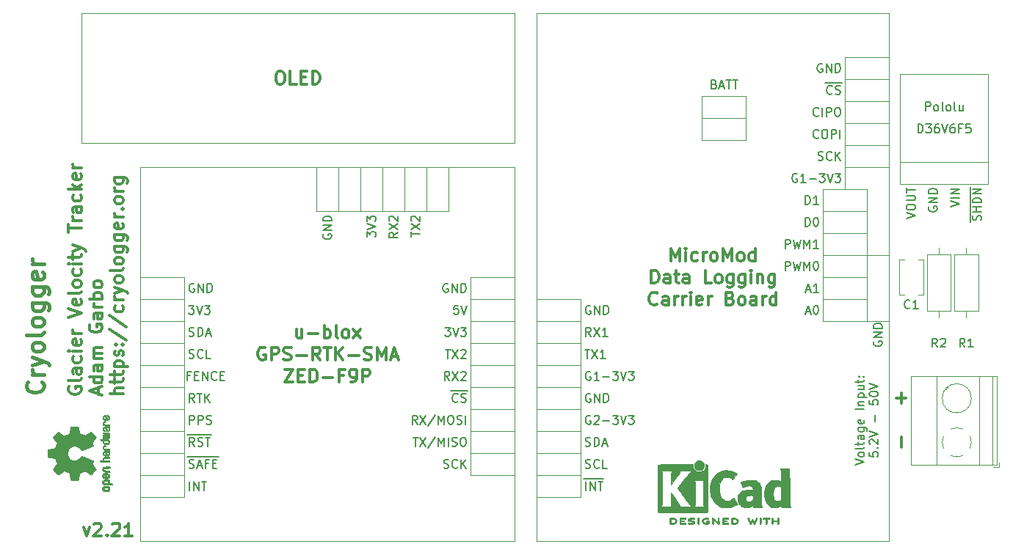
<source format=gto>
G04 #@! TF.GenerationSoftware,KiCad,Pcbnew,(6.0.5-0)*
G04 #@! TF.CreationDate,2022-08-22T16:10:25-04:00*
G04 #@! TF.ProjectId,Cryologger GVT,4372796f-6c6f-4676-9765-72204756542e,rev?*
G04 #@! TF.SameCoordinates,Original*
G04 #@! TF.FileFunction,Legend,Top*
G04 #@! TF.FilePolarity,Positive*
%FSLAX46Y46*%
G04 Gerber Fmt 4.6, Leading zero omitted, Abs format (unit mm)*
G04 Created by KiCad (PCBNEW (6.0.5-0)) date 2022-08-22 16:10:25*
%MOMM*%
%LPD*%
G01*
G04 APERTURE LIST*
%ADD10C,0.150000*%
%ADD11C,0.300000*%
%ADD12C,0.450000*%
%ADD13C,0.120000*%
%ADD14C,0.010000*%
%ADD15C,3.000000*%
%ADD16C,1.600000*%
%ADD17O,1.600000X1.600000*%
%ADD18C,6.400000*%
%ADD19C,2.600000*%
%ADD20R,2.600000X2.600000*%
%ADD21C,3.302000*%
%ADD22C,1.879600*%
%ADD23C,1.524000*%
%ADD24C,3.048000*%
G04 APERTURE END LIST*
D10*
X189147380Y-115656666D02*
X190147380Y-115323333D01*
X189147380Y-114990000D01*
X190147380Y-114513809D02*
X190099761Y-114609047D01*
X190052142Y-114656666D01*
X189956904Y-114704285D01*
X189671190Y-114704285D01*
X189575952Y-114656666D01*
X189528333Y-114609047D01*
X189480714Y-114513809D01*
X189480714Y-114370952D01*
X189528333Y-114275714D01*
X189575952Y-114228095D01*
X189671190Y-114180476D01*
X189956904Y-114180476D01*
X190052142Y-114228095D01*
X190099761Y-114275714D01*
X190147380Y-114370952D01*
X190147380Y-114513809D01*
X190147380Y-113609047D02*
X190099761Y-113704285D01*
X190004523Y-113751904D01*
X189147380Y-113751904D01*
X189480714Y-113370952D02*
X189480714Y-112990000D01*
X189147380Y-113228095D02*
X190004523Y-113228095D01*
X190099761Y-113180476D01*
X190147380Y-113085238D01*
X190147380Y-112990000D01*
X190147380Y-112228095D02*
X189623571Y-112228095D01*
X189528333Y-112275714D01*
X189480714Y-112370952D01*
X189480714Y-112561428D01*
X189528333Y-112656666D01*
X190099761Y-112228095D02*
X190147380Y-112323333D01*
X190147380Y-112561428D01*
X190099761Y-112656666D01*
X190004523Y-112704285D01*
X189909285Y-112704285D01*
X189814047Y-112656666D01*
X189766428Y-112561428D01*
X189766428Y-112323333D01*
X189718809Y-112228095D01*
X189480714Y-111323333D02*
X190290238Y-111323333D01*
X190385476Y-111370952D01*
X190433095Y-111418571D01*
X190480714Y-111513809D01*
X190480714Y-111656666D01*
X190433095Y-111751904D01*
X190099761Y-111323333D02*
X190147380Y-111418571D01*
X190147380Y-111609047D01*
X190099761Y-111704285D01*
X190052142Y-111751904D01*
X189956904Y-111799523D01*
X189671190Y-111799523D01*
X189575952Y-111751904D01*
X189528333Y-111704285D01*
X189480714Y-111609047D01*
X189480714Y-111418571D01*
X189528333Y-111323333D01*
X190099761Y-110466190D02*
X190147380Y-110561428D01*
X190147380Y-110751904D01*
X190099761Y-110847142D01*
X190004523Y-110894761D01*
X189623571Y-110894761D01*
X189528333Y-110847142D01*
X189480714Y-110751904D01*
X189480714Y-110561428D01*
X189528333Y-110466190D01*
X189623571Y-110418571D01*
X189718809Y-110418571D01*
X189814047Y-110894761D01*
X190147380Y-109228095D02*
X189147380Y-109228095D01*
X189480714Y-108751904D02*
X190147380Y-108751904D01*
X189575952Y-108751904D02*
X189528333Y-108704285D01*
X189480714Y-108609047D01*
X189480714Y-108466190D01*
X189528333Y-108370952D01*
X189623571Y-108323333D01*
X190147380Y-108323333D01*
X189480714Y-107847142D02*
X190480714Y-107847142D01*
X189528333Y-107847142D02*
X189480714Y-107751904D01*
X189480714Y-107561428D01*
X189528333Y-107466190D01*
X189575952Y-107418571D01*
X189671190Y-107370952D01*
X189956904Y-107370952D01*
X190052142Y-107418571D01*
X190099761Y-107466190D01*
X190147380Y-107561428D01*
X190147380Y-107751904D01*
X190099761Y-107847142D01*
X189480714Y-106513809D02*
X190147380Y-106513809D01*
X189480714Y-106942380D02*
X190004523Y-106942380D01*
X190099761Y-106894761D01*
X190147380Y-106799523D01*
X190147380Y-106656666D01*
X190099761Y-106561428D01*
X190052142Y-106513809D01*
X189480714Y-106180476D02*
X189480714Y-105799523D01*
X189147380Y-106037619D02*
X190004523Y-106037619D01*
X190099761Y-105990000D01*
X190147380Y-105894761D01*
X190147380Y-105799523D01*
X190052142Y-105466190D02*
X190099761Y-105418571D01*
X190147380Y-105466190D01*
X190099761Y-105513809D01*
X190052142Y-105466190D01*
X190147380Y-105466190D01*
X189528333Y-105466190D02*
X189575952Y-105418571D01*
X189623571Y-105466190D01*
X189575952Y-105513809D01*
X189528333Y-105466190D01*
X189623571Y-105466190D01*
X190757380Y-114156666D02*
X190757380Y-114632857D01*
X191233571Y-114680476D01*
X191185952Y-114632857D01*
X191138333Y-114537619D01*
X191138333Y-114299523D01*
X191185952Y-114204285D01*
X191233571Y-114156666D01*
X191328809Y-114109047D01*
X191566904Y-114109047D01*
X191662142Y-114156666D01*
X191709761Y-114204285D01*
X191757380Y-114299523D01*
X191757380Y-114537619D01*
X191709761Y-114632857D01*
X191662142Y-114680476D01*
X191662142Y-113680476D02*
X191709761Y-113632857D01*
X191757380Y-113680476D01*
X191709761Y-113728095D01*
X191662142Y-113680476D01*
X191757380Y-113680476D01*
X190852619Y-113251904D02*
X190805000Y-113204285D01*
X190757380Y-113109047D01*
X190757380Y-112870952D01*
X190805000Y-112775714D01*
X190852619Y-112728095D01*
X190947857Y-112680476D01*
X191043095Y-112680476D01*
X191185952Y-112728095D01*
X191757380Y-113299523D01*
X191757380Y-112680476D01*
X190757380Y-112394761D02*
X191757380Y-112061428D01*
X190757380Y-111728095D01*
X191376428Y-110632857D02*
X191376428Y-109870952D01*
X190757380Y-108156666D02*
X190757380Y-108632857D01*
X191233571Y-108680476D01*
X191185952Y-108632857D01*
X191138333Y-108537619D01*
X191138333Y-108299523D01*
X191185952Y-108204285D01*
X191233571Y-108156666D01*
X191328809Y-108109047D01*
X191566904Y-108109047D01*
X191662142Y-108156666D01*
X191709761Y-108204285D01*
X191757380Y-108299523D01*
X191757380Y-108537619D01*
X191709761Y-108632857D01*
X191662142Y-108680476D01*
X190757380Y-107490000D02*
X190757380Y-107394761D01*
X190805000Y-107299523D01*
X190852619Y-107251904D01*
X190947857Y-107204285D01*
X191138333Y-107156666D01*
X191376428Y-107156666D01*
X191566904Y-107204285D01*
X191662142Y-107251904D01*
X191709761Y-107299523D01*
X191757380Y-107394761D01*
X191757380Y-107490000D01*
X191709761Y-107585238D01*
X191662142Y-107632857D01*
X191566904Y-107680476D01*
X191376428Y-107728095D01*
X191138333Y-107728095D01*
X190947857Y-107680476D01*
X190852619Y-107632857D01*
X190805000Y-107585238D01*
X190757380Y-107490000D01*
X190757380Y-106870952D02*
X191757380Y-106537619D01*
X190757380Y-106204285D01*
D11*
X194417142Y-108521428D02*
X194417142Y-107378571D01*
X194988571Y-107950000D02*
X193845714Y-107950000D01*
X100104285Y-122868571D02*
X100461428Y-123868571D01*
X100818571Y-122868571D01*
X101318571Y-122511428D02*
X101390000Y-122440000D01*
X101532857Y-122368571D01*
X101890000Y-122368571D01*
X102032857Y-122440000D01*
X102104285Y-122511428D01*
X102175714Y-122654285D01*
X102175714Y-122797142D01*
X102104285Y-123011428D01*
X101247142Y-123868571D01*
X102175714Y-123868571D01*
X102818571Y-123725714D02*
X102890000Y-123797142D01*
X102818571Y-123868571D01*
X102747142Y-123797142D01*
X102818571Y-123725714D01*
X102818571Y-123868571D01*
X103461428Y-122511428D02*
X103532857Y-122440000D01*
X103675714Y-122368571D01*
X104032857Y-122368571D01*
X104175714Y-122440000D01*
X104247142Y-122511428D01*
X104318571Y-122654285D01*
X104318571Y-122797142D01*
X104247142Y-123011428D01*
X103390000Y-123868571D01*
X104318571Y-123868571D01*
X105747142Y-123868571D02*
X104890000Y-123868571D01*
X105318571Y-123868571D02*
X105318571Y-122368571D01*
X105175714Y-122582857D01*
X105032857Y-122725714D01*
X104890000Y-122797142D01*
D12*
X95329285Y-106038452D02*
X95424523Y-106133690D01*
X95519761Y-106419404D01*
X95519761Y-106609880D01*
X95424523Y-106895595D01*
X95234047Y-107086071D01*
X95043571Y-107181309D01*
X94662619Y-107276547D01*
X94376904Y-107276547D01*
X93995952Y-107181309D01*
X93805476Y-107086071D01*
X93615000Y-106895595D01*
X93519761Y-106609880D01*
X93519761Y-106419404D01*
X93615000Y-106133690D01*
X93710238Y-106038452D01*
X95519761Y-105181309D02*
X94186428Y-105181309D01*
X94567380Y-105181309D02*
X94376904Y-105086071D01*
X94281666Y-104990833D01*
X94186428Y-104800357D01*
X94186428Y-104609880D01*
X94186428Y-104133690D02*
X95519761Y-103657500D01*
X94186428Y-103181309D02*
X95519761Y-103657500D01*
X95995952Y-103847976D01*
X96091190Y-103943214D01*
X96186428Y-104133690D01*
X95519761Y-102133690D02*
X95424523Y-102324166D01*
X95329285Y-102419404D01*
X95138809Y-102514642D01*
X94567380Y-102514642D01*
X94376904Y-102419404D01*
X94281666Y-102324166D01*
X94186428Y-102133690D01*
X94186428Y-101847976D01*
X94281666Y-101657500D01*
X94376904Y-101562261D01*
X94567380Y-101467023D01*
X95138809Y-101467023D01*
X95329285Y-101562261D01*
X95424523Y-101657500D01*
X95519761Y-101847976D01*
X95519761Y-102133690D01*
X95519761Y-100324166D02*
X95424523Y-100514642D01*
X95234047Y-100609880D01*
X93519761Y-100609880D01*
X95519761Y-99276547D02*
X95424523Y-99467023D01*
X95329285Y-99562261D01*
X95138809Y-99657500D01*
X94567380Y-99657500D01*
X94376904Y-99562261D01*
X94281666Y-99467023D01*
X94186428Y-99276547D01*
X94186428Y-98990833D01*
X94281666Y-98800357D01*
X94376904Y-98705119D01*
X94567380Y-98609880D01*
X95138809Y-98609880D01*
X95329285Y-98705119D01*
X95424523Y-98800357D01*
X95519761Y-98990833D01*
X95519761Y-99276547D01*
X94186428Y-96895595D02*
X95805476Y-96895595D01*
X95995952Y-96990833D01*
X96091190Y-97086071D01*
X96186428Y-97276547D01*
X96186428Y-97562261D01*
X96091190Y-97752738D01*
X95424523Y-96895595D02*
X95519761Y-97086071D01*
X95519761Y-97467023D01*
X95424523Y-97657500D01*
X95329285Y-97752738D01*
X95138809Y-97847976D01*
X94567380Y-97847976D01*
X94376904Y-97752738D01*
X94281666Y-97657500D01*
X94186428Y-97467023D01*
X94186428Y-97086071D01*
X94281666Y-96895595D01*
X94186428Y-95086071D02*
X95805476Y-95086071D01*
X95995952Y-95181309D01*
X96091190Y-95276547D01*
X96186428Y-95467023D01*
X96186428Y-95752738D01*
X96091190Y-95943214D01*
X95424523Y-95086071D02*
X95519761Y-95276547D01*
X95519761Y-95657500D01*
X95424523Y-95847976D01*
X95329285Y-95943214D01*
X95138809Y-96038452D01*
X94567380Y-96038452D01*
X94376904Y-95943214D01*
X94281666Y-95847976D01*
X94186428Y-95657500D01*
X94186428Y-95276547D01*
X94281666Y-95086071D01*
X95424523Y-93371785D02*
X95519761Y-93562261D01*
X95519761Y-93943214D01*
X95424523Y-94133690D01*
X95234047Y-94228928D01*
X94472142Y-94228928D01*
X94281666Y-94133690D01*
X94186428Y-93943214D01*
X94186428Y-93562261D01*
X94281666Y-93371785D01*
X94472142Y-93276547D01*
X94662619Y-93276547D01*
X94853095Y-94228928D01*
X95519761Y-92419404D02*
X94186428Y-92419404D01*
X94567380Y-92419404D02*
X94376904Y-92324166D01*
X94281666Y-92228928D01*
X94186428Y-92038452D01*
X94186428Y-91847976D01*
D11*
X98435000Y-106612142D02*
X98363571Y-106755000D01*
X98363571Y-106969285D01*
X98435000Y-107183571D01*
X98577857Y-107326428D01*
X98720714Y-107397857D01*
X99006428Y-107469285D01*
X99220714Y-107469285D01*
X99506428Y-107397857D01*
X99649285Y-107326428D01*
X99792142Y-107183571D01*
X99863571Y-106969285D01*
X99863571Y-106826428D01*
X99792142Y-106612142D01*
X99720714Y-106540714D01*
X99220714Y-106540714D01*
X99220714Y-106826428D01*
X99863571Y-105683571D02*
X99792142Y-105826428D01*
X99649285Y-105897857D01*
X98363571Y-105897857D01*
X99863571Y-104469285D02*
X99077857Y-104469285D01*
X98935000Y-104540714D01*
X98863571Y-104683571D01*
X98863571Y-104969285D01*
X98935000Y-105112142D01*
X99792142Y-104469285D02*
X99863571Y-104612142D01*
X99863571Y-104969285D01*
X99792142Y-105112142D01*
X99649285Y-105183571D01*
X99506428Y-105183571D01*
X99363571Y-105112142D01*
X99292142Y-104969285D01*
X99292142Y-104612142D01*
X99220714Y-104469285D01*
X99792142Y-103112142D02*
X99863571Y-103255000D01*
X99863571Y-103540714D01*
X99792142Y-103683571D01*
X99720714Y-103755000D01*
X99577857Y-103826428D01*
X99149285Y-103826428D01*
X99006428Y-103755000D01*
X98935000Y-103683571D01*
X98863571Y-103540714D01*
X98863571Y-103255000D01*
X98935000Y-103112142D01*
X99863571Y-102469285D02*
X98863571Y-102469285D01*
X98363571Y-102469285D02*
X98435000Y-102540714D01*
X98506428Y-102469285D01*
X98435000Y-102397857D01*
X98363571Y-102469285D01*
X98506428Y-102469285D01*
X99792142Y-101183571D02*
X99863571Y-101326428D01*
X99863571Y-101612142D01*
X99792142Y-101755000D01*
X99649285Y-101826428D01*
X99077857Y-101826428D01*
X98935000Y-101755000D01*
X98863571Y-101612142D01*
X98863571Y-101326428D01*
X98935000Y-101183571D01*
X99077857Y-101112142D01*
X99220714Y-101112142D01*
X99363571Y-101826428D01*
X99863571Y-100469285D02*
X98863571Y-100469285D01*
X99149285Y-100469285D02*
X99006428Y-100397857D01*
X98935000Y-100326428D01*
X98863571Y-100183571D01*
X98863571Y-100040714D01*
X98363571Y-98612142D02*
X99863571Y-98112142D01*
X98363571Y-97612142D01*
X99792142Y-96540714D02*
X99863571Y-96683571D01*
X99863571Y-96969285D01*
X99792142Y-97112142D01*
X99649285Y-97183571D01*
X99077857Y-97183571D01*
X98935000Y-97112142D01*
X98863571Y-96969285D01*
X98863571Y-96683571D01*
X98935000Y-96540714D01*
X99077857Y-96469285D01*
X99220714Y-96469285D01*
X99363571Y-97183571D01*
X99863571Y-95612142D02*
X99792142Y-95755000D01*
X99649285Y-95826428D01*
X98363571Y-95826428D01*
X99863571Y-94826428D02*
X99792142Y-94969285D01*
X99720714Y-95040714D01*
X99577857Y-95112142D01*
X99149285Y-95112142D01*
X99006428Y-95040714D01*
X98935000Y-94969285D01*
X98863571Y-94826428D01*
X98863571Y-94612142D01*
X98935000Y-94469285D01*
X99006428Y-94397857D01*
X99149285Y-94326428D01*
X99577857Y-94326428D01*
X99720714Y-94397857D01*
X99792142Y-94469285D01*
X99863571Y-94612142D01*
X99863571Y-94826428D01*
X99792142Y-93040714D02*
X99863571Y-93183571D01*
X99863571Y-93469285D01*
X99792142Y-93612142D01*
X99720714Y-93683571D01*
X99577857Y-93755000D01*
X99149285Y-93755000D01*
X99006428Y-93683571D01*
X98935000Y-93612142D01*
X98863571Y-93469285D01*
X98863571Y-93183571D01*
X98935000Y-93040714D01*
X99863571Y-92397857D02*
X98863571Y-92397857D01*
X98363571Y-92397857D02*
X98435000Y-92469285D01*
X98506428Y-92397857D01*
X98435000Y-92326428D01*
X98363571Y-92397857D01*
X98506428Y-92397857D01*
X98863571Y-91897857D02*
X98863571Y-91326428D01*
X98363571Y-91683571D02*
X99649285Y-91683571D01*
X99792142Y-91612142D01*
X99863571Y-91469285D01*
X99863571Y-91326428D01*
X98863571Y-90969285D02*
X99863571Y-90612142D01*
X98863571Y-90255000D02*
X99863571Y-90612142D01*
X100220714Y-90755000D01*
X100292142Y-90826428D01*
X100363571Y-90969285D01*
X98363571Y-88755000D02*
X98363571Y-87897857D01*
X99863571Y-88326428D02*
X98363571Y-88326428D01*
X99863571Y-87397857D02*
X98863571Y-87397857D01*
X99149285Y-87397857D02*
X99006428Y-87326428D01*
X98935000Y-87255000D01*
X98863571Y-87112142D01*
X98863571Y-86969285D01*
X99863571Y-85826428D02*
X99077857Y-85826428D01*
X98935000Y-85897857D01*
X98863571Y-86040714D01*
X98863571Y-86326428D01*
X98935000Y-86469285D01*
X99792142Y-85826428D02*
X99863571Y-85969285D01*
X99863571Y-86326428D01*
X99792142Y-86469285D01*
X99649285Y-86540714D01*
X99506428Y-86540714D01*
X99363571Y-86469285D01*
X99292142Y-86326428D01*
X99292142Y-85969285D01*
X99220714Y-85826428D01*
X99792142Y-84469285D02*
X99863571Y-84612142D01*
X99863571Y-84897857D01*
X99792142Y-85040714D01*
X99720714Y-85112142D01*
X99577857Y-85183571D01*
X99149285Y-85183571D01*
X99006428Y-85112142D01*
X98935000Y-85040714D01*
X98863571Y-84897857D01*
X98863571Y-84612142D01*
X98935000Y-84469285D01*
X99863571Y-83826428D02*
X98363571Y-83826428D01*
X99292142Y-83683571D02*
X99863571Y-83255000D01*
X98863571Y-83255000D02*
X99435000Y-83826428D01*
X99792142Y-82040714D02*
X99863571Y-82183571D01*
X99863571Y-82469285D01*
X99792142Y-82612142D01*
X99649285Y-82683571D01*
X99077857Y-82683571D01*
X98935000Y-82612142D01*
X98863571Y-82469285D01*
X98863571Y-82183571D01*
X98935000Y-82040714D01*
X99077857Y-81969285D01*
X99220714Y-81969285D01*
X99363571Y-82683571D01*
X99863571Y-81326428D02*
X98863571Y-81326428D01*
X99149285Y-81326428D02*
X99006428Y-81255000D01*
X98935000Y-81183571D01*
X98863571Y-81040714D01*
X98863571Y-80897857D01*
X101850000Y-107469285D02*
X101850000Y-106755000D01*
X102278571Y-107612142D02*
X100778571Y-107112142D01*
X102278571Y-106612142D01*
X102278571Y-105469285D02*
X100778571Y-105469285D01*
X102207142Y-105469285D02*
X102278571Y-105612142D01*
X102278571Y-105897857D01*
X102207142Y-106040714D01*
X102135714Y-106112142D01*
X101992857Y-106183571D01*
X101564285Y-106183571D01*
X101421428Y-106112142D01*
X101350000Y-106040714D01*
X101278571Y-105897857D01*
X101278571Y-105612142D01*
X101350000Y-105469285D01*
X102278571Y-104112142D02*
X101492857Y-104112142D01*
X101350000Y-104183571D01*
X101278571Y-104326428D01*
X101278571Y-104612142D01*
X101350000Y-104755000D01*
X102207142Y-104112142D02*
X102278571Y-104255000D01*
X102278571Y-104612142D01*
X102207142Y-104755000D01*
X102064285Y-104826428D01*
X101921428Y-104826428D01*
X101778571Y-104755000D01*
X101707142Y-104612142D01*
X101707142Y-104255000D01*
X101635714Y-104112142D01*
X102278571Y-103397857D02*
X101278571Y-103397857D01*
X101421428Y-103397857D02*
X101350000Y-103326428D01*
X101278571Y-103183571D01*
X101278571Y-102969285D01*
X101350000Y-102826428D01*
X101492857Y-102755000D01*
X102278571Y-102755000D01*
X101492857Y-102755000D02*
X101350000Y-102683571D01*
X101278571Y-102540714D01*
X101278571Y-102326428D01*
X101350000Y-102183571D01*
X101492857Y-102112142D01*
X102278571Y-102112142D01*
X100850000Y-99469285D02*
X100778571Y-99612142D01*
X100778571Y-99826428D01*
X100850000Y-100040714D01*
X100992857Y-100183571D01*
X101135714Y-100255000D01*
X101421428Y-100326428D01*
X101635714Y-100326428D01*
X101921428Y-100255000D01*
X102064285Y-100183571D01*
X102207142Y-100040714D01*
X102278571Y-99826428D01*
X102278571Y-99683571D01*
X102207142Y-99469285D01*
X102135714Y-99397857D01*
X101635714Y-99397857D01*
X101635714Y-99683571D01*
X102278571Y-98112142D02*
X101492857Y-98112142D01*
X101350000Y-98183571D01*
X101278571Y-98326428D01*
X101278571Y-98612142D01*
X101350000Y-98755000D01*
X102207142Y-98112142D02*
X102278571Y-98255000D01*
X102278571Y-98612142D01*
X102207142Y-98755000D01*
X102064285Y-98826428D01*
X101921428Y-98826428D01*
X101778571Y-98755000D01*
X101707142Y-98612142D01*
X101707142Y-98255000D01*
X101635714Y-98112142D01*
X102278571Y-97397857D02*
X101278571Y-97397857D01*
X101564285Y-97397857D02*
X101421428Y-97326428D01*
X101350000Y-97255000D01*
X101278571Y-97112142D01*
X101278571Y-96969285D01*
X102278571Y-96469285D02*
X100778571Y-96469285D01*
X101350000Y-96469285D02*
X101278571Y-96326428D01*
X101278571Y-96040714D01*
X101350000Y-95897857D01*
X101421428Y-95826428D01*
X101564285Y-95755000D01*
X101992857Y-95755000D01*
X102135714Y-95826428D01*
X102207142Y-95897857D01*
X102278571Y-96040714D01*
X102278571Y-96326428D01*
X102207142Y-96469285D01*
X102278571Y-94897857D02*
X102207142Y-95040714D01*
X102135714Y-95112142D01*
X101992857Y-95183571D01*
X101564285Y-95183571D01*
X101421428Y-95112142D01*
X101350000Y-95040714D01*
X101278571Y-94897857D01*
X101278571Y-94683571D01*
X101350000Y-94540714D01*
X101421428Y-94469285D01*
X101564285Y-94397857D01*
X101992857Y-94397857D01*
X102135714Y-94469285D01*
X102207142Y-94540714D01*
X102278571Y-94683571D01*
X102278571Y-94897857D01*
X104693571Y-107397857D02*
X103193571Y-107397857D01*
X104693571Y-106755000D02*
X103907857Y-106755000D01*
X103765000Y-106826428D01*
X103693571Y-106969285D01*
X103693571Y-107183571D01*
X103765000Y-107326428D01*
X103836428Y-107397857D01*
X103693571Y-106255000D02*
X103693571Y-105683571D01*
X103193571Y-106040714D02*
X104479285Y-106040714D01*
X104622142Y-105969285D01*
X104693571Y-105826428D01*
X104693571Y-105683571D01*
X103693571Y-105397857D02*
X103693571Y-104826428D01*
X103193571Y-105183571D02*
X104479285Y-105183571D01*
X104622142Y-105112142D01*
X104693571Y-104969285D01*
X104693571Y-104826428D01*
X103693571Y-104326428D02*
X105193571Y-104326428D01*
X103765000Y-104326428D02*
X103693571Y-104183571D01*
X103693571Y-103897857D01*
X103765000Y-103755000D01*
X103836428Y-103683571D01*
X103979285Y-103612142D01*
X104407857Y-103612142D01*
X104550714Y-103683571D01*
X104622142Y-103755000D01*
X104693571Y-103897857D01*
X104693571Y-104183571D01*
X104622142Y-104326428D01*
X104622142Y-103040714D02*
X104693571Y-102897857D01*
X104693571Y-102612142D01*
X104622142Y-102469285D01*
X104479285Y-102397857D01*
X104407857Y-102397857D01*
X104265000Y-102469285D01*
X104193571Y-102612142D01*
X104193571Y-102826428D01*
X104122142Y-102969285D01*
X103979285Y-103040714D01*
X103907857Y-103040714D01*
X103765000Y-102969285D01*
X103693571Y-102826428D01*
X103693571Y-102612142D01*
X103765000Y-102469285D01*
X104550714Y-101755000D02*
X104622142Y-101683571D01*
X104693571Y-101755000D01*
X104622142Y-101826428D01*
X104550714Y-101755000D01*
X104693571Y-101755000D01*
X103765000Y-101755000D02*
X103836428Y-101683571D01*
X103907857Y-101755000D01*
X103836428Y-101826428D01*
X103765000Y-101755000D01*
X103907857Y-101755000D01*
X103122142Y-99969285D02*
X105050714Y-101255000D01*
X103122142Y-98397857D02*
X105050714Y-99683571D01*
X104622142Y-97255000D02*
X104693571Y-97397857D01*
X104693571Y-97683571D01*
X104622142Y-97826428D01*
X104550714Y-97897857D01*
X104407857Y-97969285D01*
X103979285Y-97969285D01*
X103836428Y-97897857D01*
X103765000Y-97826428D01*
X103693571Y-97683571D01*
X103693571Y-97397857D01*
X103765000Y-97255000D01*
X104693571Y-96612142D02*
X103693571Y-96612142D01*
X103979285Y-96612142D02*
X103836428Y-96540714D01*
X103765000Y-96469285D01*
X103693571Y-96326428D01*
X103693571Y-96183571D01*
X103693571Y-95826428D02*
X104693571Y-95469285D01*
X103693571Y-95112142D02*
X104693571Y-95469285D01*
X105050714Y-95612142D01*
X105122142Y-95683571D01*
X105193571Y-95826428D01*
X104693571Y-94326428D02*
X104622142Y-94469285D01*
X104550714Y-94540714D01*
X104407857Y-94612142D01*
X103979285Y-94612142D01*
X103836428Y-94540714D01*
X103765000Y-94469285D01*
X103693571Y-94326428D01*
X103693571Y-94112142D01*
X103765000Y-93969285D01*
X103836428Y-93897857D01*
X103979285Y-93826428D01*
X104407857Y-93826428D01*
X104550714Y-93897857D01*
X104622142Y-93969285D01*
X104693571Y-94112142D01*
X104693571Y-94326428D01*
X104693571Y-92969285D02*
X104622142Y-93112142D01*
X104479285Y-93183571D01*
X103193571Y-93183571D01*
X104693571Y-92183571D02*
X104622142Y-92326428D01*
X104550714Y-92397857D01*
X104407857Y-92469285D01*
X103979285Y-92469285D01*
X103836428Y-92397857D01*
X103765000Y-92326428D01*
X103693571Y-92183571D01*
X103693571Y-91969285D01*
X103765000Y-91826428D01*
X103836428Y-91755000D01*
X103979285Y-91683571D01*
X104407857Y-91683571D01*
X104550714Y-91755000D01*
X104622142Y-91826428D01*
X104693571Y-91969285D01*
X104693571Y-92183571D01*
X103693571Y-90397857D02*
X104907857Y-90397857D01*
X105050714Y-90469285D01*
X105122142Y-90540714D01*
X105193571Y-90683571D01*
X105193571Y-90897857D01*
X105122142Y-91040714D01*
X104622142Y-90397857D02*
X104693571Y-90540714D01*
X104693571Y-90826428D01*
X104622142Y-90969285D01*
X104550714Y-91040714D01*
X104407857Y-91112142D01*
X103979285Y-91112142D01*
X103836428Y-91040714D01*
X103765000Y-90969285D01*
X103693571Y-90826428D01*
X103693571Y-90540714D01*
X103765000Y-90397857D01*
X103693571Y-89040714D02*
X104907857Y-89040714D01*
X105050714Y-89112142D01*
X105122142Y-89183571D01*
X105193571Y-89326428D01*
X105193571Y-89540714D01*
X105122142Y-89683571D01*
X104622142Y-89040714D02*
X104693571Y-89183571D01*
X104693571Y-89469285D01*
X104622142Y-89612142D01*
X104550714Y-89683571D01*
X104407857Y-89755000D01*
X103979285Y-89755000D01*
X103836428Y-89683571D01*
X103765000Y-89612142D01*
X103693571Y-89469285D01*
X103693571Y-89183571D01*
X103765000Y-89040714D01*
X104622142Y-87755000D02*
X104693571Y-87897857D01*
X104693571Y-88183571D01*
X104622142Y-88326428D01*
X104479285Y-88397857D01*
X103907857Y-88397857D01*
X103765000Y-88326428D01*
X103693571Y-88183571D01*
X103693571Y-87897857D01*
X103765000Y-87755000D01*
X103907857Y-87683571D01*
X104050714Y-87683571D01*
X104193571Y-88397857D01*
X104693571Y-87040714D02*
X103693571Y-87040714D01*
X103979285Y-87040714D02*
X103836428Y-86969285D01*
X103765000Y-86897857D01*
X103693571Y-86755000D01*
X103693571Y-86612142D01*
X104550714Y-86112142D02*
X104622142Y-86040714D01*
X104693571Y-86112142D01*
X104622142Y-86183571D01*
X104550714Y-86112142D01*
X104693571Y-86112142D01*
X104693571Y-85183571D02*
X104622142Y-85326428D01*
X104550714Y-85397857D01*
X104407857Y-85469285D01*
X103979285Y-85469285D01*
X103836428Y-85397857D01*
X103765000Y-85326428D01*
X103693571Y-85183571D01*
X103693571Y-84969285D01*
X103765000Y-84826428D01*
X103836428Y-84755000D01*
X103979285Y-84683571D01*
X104407857Y-84683571D01*
X104550714Y-84755000D01*
X104622142Y-84826428D01*
X104693571Y-84969285D01*
X104693571Y-85183571D01*
X104693571Y-84040714D02*
X103693571Y-84040714D01*
X103979285Y-84040714D02*
X103836428Y-83969285D01*
X103765000Y-83897857D01*
X103693571Y-83755000D01*
X103693571Y-83612142D01*
X103693571Y-82469285D02*
X104907857Y-82469285D01*
X105050714Y-82540714D01*
X105122142Y-82612142D01*
X105193571Y-82755000D01*
X105193571Y-82969285D01*
X105122142Y-83112142D01*
X104622142Y-82469285D02*
X104693571Y-82612142D01*
X104693571Y-82897857D01*
X104622142Y-83040714D01*
X104550714Y-83112142D01*
X104407857Y-83183571D01*
X103979285Y-83183571D01*
X103836428Y-83112142D01*
X103765000Y-83040714D01*
X103693571Y-82897857D01*
X103693571Y-82612142D01*
X103765000Y-82469285D01*
X194417142Y-113600904D02*
X194417142Y-112458047D01*
X122662428Y-70171571D02*
X122948142Y-70171571D01*
X123091000Y-70243000D01*
X123233857Y-70385857D01*
X123305285Y-70671571D01*
X123305285Y-71171571D01*
X123233857Y-71457285D01*
X123091000Y-71600142D01*
X122948142Y-71671571D01*
X122662428Y-71671571D01*
X122519571Y-71600142D01*
X122376714Y-71457285D01*
X122305285Y-71171571D01*
X122305285Y-70671571D01*
X122376714Y-70385857D01*
X122519571Y-70243000D01*
X122662428Y-70171571D01*
X124662428Y-71671571D02*
X123948142Y-71671571D01*
X123948142Y-70171571D01*
X125162428Y-70885857D02*
X125662428Y-70885857D01*
X125876714Y-71671571D02*
X125162428Y-71671571D01*
X125162428Y-70171571D01*
X125876714Y-70171571D01*
X126519571Y-71671571D02*
X126519571Y-70171571D01*
X126876714Y-70171571D01*
X127091000Y-70243000D01*
X127233857Y-70385857D01*
X127305285Y-70528714D01*
X127376714Y-70814428D01*
X127376714Y-71028714D01*
X127305285Y-71314428D01*
X127233857Y-71457285D01*
X127091000Y-71600142D01*
X126876714Y-71671571D01*
X126519571Y-71671571D01*
D10*
X201763333Y-102032380D02*
X201430000Y-101556190D01*
X201191904Y-102032380D02*
X201191904Y-101032380D01*
X201572857Y-101032380D01*
X201668095Y-101080000D01*
X201715714Y-101127619D01*
X201763333Y-101222857D01*
X201763333Y-101365714D01*
X201715714Y-101460952D01*
X201668095Y-101508571D01*
X201572857Y-101556190D01*
X201191904Y-101556190D01*
X202715714Y-102032380D02*
X202144285Y-102032380D01*
X202430000Y-102032380D02*
X202430000Y-101032380D01*
X202334761Y-101175238D01*
X202239523Y-101270476D01*
X202144285Y-101318095D01*
X195413333Y-97492142D02*
X195365714Y-97539761D01*
X195222857Y-97587380D01*
X195127619Y-97587380D01*
X194984761Y-97539761D01*
X194889523Y-97444523D01*
X194841904Y-97349285D01*
X194794285Y-97158809D01*
X194794285Y-97015952D01*
X194841904Y-96825476D01*
X194889523Y-96730238D01*
X194984761Y-96635000D01*
X195127619Y-96587380D01*
X195222857Y-96587380D01*
X195365714Y-96635000D01*
X195413333Y-96682619D01*
X196365714Y-97587380D02*
X195794285Y-97587380D01*
X196080000Y-97587380D02*
X196080000Y-96587380D01*
X195984761Y-96730238D01*
X195889523Y-96825476D01*
X195794285Y-96873095D01*
X183354214Y-85542380D02*
X183354214Y-84542380D01*
X183592309Y-84542380D01*
X183735166Y-84590000D01*
X183830404Y-84685238D01*
X183878023Y-84780476D01*
X183925642Y-84970952D01*
X183925642Y-85113809D01*
X183878023Y-85304285D01*
X183830404Y-85399523D01*
X183735166Y-85494761D01*
X183592309Y-85542380D01*
X183354214Y-85542380D01*
X184878023Y-85542380D02*
X184306595Y-85542380D01*
X184592309Y-85542380D02*
X184592309Y-84542380D01*
X184497071Y-84685238D01*
X184401833Y-84780476D01*
X184306595Y-84828095D01*
X181068500Y-93162380D02*
X181068500Y-92162380D01*
X181449452Y-92162380D01*
X181544690Y-92210000D01*
X181592309Y-92257619D01*
X181639928Y-92352857D01*
X181639928Y-92495714D01*
X181592309Y-92590952D01*
X181544690Y-92638571D01*
X181449452Y-92686190D01*
X181068500Y-92686190D01*
X181973261Y-92162380D02*
X182211357Y-93162380D01*
X182401833Y-92448095D01*
X182592309Y-93162380D01*
X182830404Y-92162380D01*
X183211357Y-93162380D02*
X183211357Y-92162380D01*
X183544690Y-92876666D01*
X183878023Y-92162380D01*
X183878023Y-93162380D01*
X184544690Y-92162380D02*
X184639928Y-92162380D01*
X184735166Y-92210000D01*
X184782785Y-92257619D01*
X184830404Y-92352857D01*
X184878023Y-92543333D01*
X184878023Y-92781428D01*
X184830404Y-92971904D01*
X184782785Y-93067142D01*
X184735166Y-93114761D01*
X184639928Y-93162380D01*
X184544690Y-93162380D01*
X184449452Y-93114761D01*
X184401833Y-93067142D01*
X184354214Y-92971904D01*
X184306595Y-92781428D01*
X184306595Y-92543333D01*
X184354214Y-92352857D01*
X184401833Y-92257619D01*
X184449452Y-92210000D01*
X184544690Y-92162380D01*
X184894214Y-75287142D02*
X184846595Y-75334761D01*
X184703738Y-75382380D01*
X184608500Y-75382380D01*
X184465642Y-75334761D01*
X184370404Y-75239523D01*
X184322785Y-75144285D01*
X184275166Y-74953809D01*
X184275166Y-74810952D01*
X184322785Y-74620476D01*
X184370404Y-74525238D01*
X184465642Y-74430000D01*
X184608500Y-74382380D01*
X184703738Y-74382380D01*
X184846595Y-74430000D01*
X184894214Y-74477619D01*
X185322785Y-75382380D02*
X185322785Y-74382380D01*
X185798976Y-75382380D02*
X185798976Y-74382380D01*
X186179928Y-74382380D01*
X186275166Y-74430000D01*
X186322785Y-74477619D01*
X186370404Y-74572857D01*
X186370404Y-74715714D01*
X186322785Y-74810952D01*
X186275166Y-74858571D01*
X186179928Y-74906190D01*
X185798976Y-74906190D01*
X186989452Y-74382380D02*
X187179928Y-74382380D01*
X187275166Y-74430000D01*
X187370404Y-74525238D01*
X187418023Y-74715714D01*
X187418023Y-75049047D01*
X187370404Y-75239523D01*
X187275166Y-75334761D01*
X187179928Y-75382380D01*
X186989452Y-75382380D01*
X186894214Y-75334761D01*
X186798976Y-75239523D01*
X186751357Y-75049047D01*
X186751357Y-74715714D01*
X186798976Y-74525238D01*
X186894214Y-74430000D01*
X186989452Y-74382380D01*
X157926738Y-102322380D02*
X158498166Y-102322380D01*
X158212452Y-103322380D02*
X158212452Y-102322380D01*
X158736261Y-102322380D02*
X159402928Y-103322380D01*
X159402928Y-102322380D02*
X158736261Y-103322380D01*
X160307690Y-103322380D02*
X159736261Y-103322380D01*
X160021976Y-103322380D02*
X160021976Y-102322380D01*
X159926738Y-102465238D01*
X159831500Y-102560476D01*
X159736261Y-102608095D01*
X184894214Y-77827142D02*
X184846595Y-77874761D01*
X184703738Y-77922380D01*
X184608500Y-77922380D01*
X184465642Y-77874761D01*
X184370404Y-77779523D01*
X184322785Y-77684285D01*
X184275166Y-77493809D01*
X184275166Y-77350952D01*
X184322785Y-77160476D01*
X184370404Y-77065238D01*
X184465642Y-76970000D01*
X184608500Y-76922380D01*
X184703738Y-76922380D01*
X184846595Y-76970000D01*
X184894214Y-77017619D01*
X185513261Y-76922380D02*
X185703738Y-76922380D01*
X185798976Y-76970000D01*
X185894214Y-77065238D01*
X185941833Y-77255714D01*
X185941833Y-77589047D01*
X185894214Y-77779523D01*
X185798976Y-77874761D01*
X185703738Y-77922380D01*
X185513261Y-77922380D01*
X185418023Y-77874761D01*
X185322785Y-77779523D01*
X185275166Y-77589047D01*
X185275166Y-77255714D01*
X185322785Y-77065238D01*
X185418023Y-76970000D01*
X185513261Y-76922380D01*
X186370404Y-77922380D02*
X186370404Y-76922380D01*
X186751357Y-76922380D01*
X186846595Y-76970000D01*
X186894214Y-77017619D01*
X186941833Y-77112857D01*
X186941833Y-77255714D01*
X186894214Y-77350952D01*
X186846595Y-77398571D01*
X186751357Y-77446190D01*
X186370404Y-77446190D01*
X187370404Y-77922380D02*
X187370404Y-76922380D01*
X182418023Y-82050000D02*
X182322785Y-82002380D01*
X182179928Y-82002380D01*
X182037071Y-82050000D01*
X181941833Y-82145238D01*
X181894214Y-82240476D01*
X181846595Y-82430952D01*
X181846595Y-82573809D01*
X181894214Y-82764285D01*
X181941833Y-82859523D01*
X182037071Y-82954761D01*
X182179928Y-83002380D01*
X182275166Y-83002380D01*
X182418023Y-82954761D01*
X182465642Y-82907142D01*
X182465642Y-82573809D01*
X182275166Y-82573809D01*
X183418023Y-83002380D02*
X182846595Y-83002380D01*
X183132309Y-83002380D02*
X183132309Y-82002380D01*
X183037071Y-82145238D01*
X182941833Y-82240476D01*
X182846595Y-82288095D01*
X183846595Y-82621428D02*
X184608500Y-82621428D01*
X184989452Y-82002380D02*
X185608500Y-82002380D01*
X185275166Y-82383333D01*
X185418023Y-82383333D01*
X185513261Y-82430952D01*
X185560880Y-82478571D01*
X185608500Y-82573809D01*
X185608500Y-82811904D01*
X185560880Y-82907142D01*
X185513261Y-82954761D01*
X185418023Y-83002380D01*
X185132309Y-83002380D01*
X185037071Y-82954761D01*
X184989452Y-82907142D01*
X185894214Y-82002380D02*
X186227547Y-83002380D01*
X186560880Y-82002380D01*
X186798976Y-82002380D02*
X187418023Y-82002380D01*
X187084690Y-82383333D01*
X187227547Y-82383333D01*
X187322785Y-82430952D01*
X187370404Y-82478571D01*
X187418023Y-82573809D01*
X187418023Y-82811904D01*
X187370404Y-82907142D01*
X187322785Y-82954761D01*
X187227547Y-83002380D01*
X186941833Y-83002380D01*
X186846595Y-82954761D01*
X186798976Y-82907142D01*
X172870952Y-71683571D02*
X173013809Y-71731190D01*
X173061428Y-71778809D01*
X173109047Y-71874047D01*
X173109047Y-72016904D01*
X173061428Y-72112142D01*
X173013809Y-72159761D01*
X172918571Y-72207380D01*
X172537619Y-72207380D01*
X172537619Y-71207380D01*
X172870952Y-71207380D01*
X172966190Y-71255000D01*
X173013809Y-71302619D01*
X173061428Y-71397857D01*
X173061428Y-71493095D01*
X173013809Y-71588333D01*
X172966190Y-71635952D01*
X172870952Y-71683571D01*
X172537619Y-71683571D01*
X173490000Y-71921666D02*
X173966190Y-71921666D01*
X173394761Y-72207380D02*
X173728095Y-71207380D01*
X174061428Y-72207380D01*
X174251904Y-71207380D02*
X174823333Y-71207380D01*
X174537619Y-72207380D02*
X174537619Y-71207380D01*
X175013809Y-71207380D02*
X175585238Y-71207380D01*
X175299523Y-72207380D02*
X175299523Y-71207380D01*
X184846595Y-80414761D02*
X184989452Y-80462380D01*
X185227547Y-80462380D01*
X185322785Y-80414761D01*
X185370404Y-80367142D01*
X185418023Y-80271904D01*
X185418023Y-80176666D01*
X185370404Y-80081428D01*
X185322785Y-80033809D01*
X185227547Y-79986190D01*
X185037071Y-79938571D01*
X184941833Y-79890952D01*
X184894214Y-79843333D01*
X184846595Y-79748095D01*
X184846595Y-79652857D01*
X184894214Y-79557619D01*
X184941833Y-79510000D01*
X185037071Y-79462380D01*
X185275166Y-79462380D01*
X185418023Y-79510000D01*
X186418023Y-80367142D02*
X186370404Y-80414761D01*
X186227547Y-80462380D01*
X186132309Y-80462380D01*
X185989452Y-80414761D01*
X185894214Y-80319523D01*
X185846595Y-80224285D01*
X185798976Y-80033809D01*
X185798976Y-79890952D01*
X185846595Y-79700476D01*
X185894214Y-79605238D01*
X185989452Y-79510000D01*
X186132309Y-79462380D01*
X186227547Y-79462380D01*
X186370404Y-79510000D01*
X186418023Y-79557619D01*
X186846595Y-80462380D02*
X186846595Y-79462380D01*
X187418023Y-80462380D02*
X186989452Y-79890952D01*
X187418023Y-79462380D02*
X186846595Y-80033809D01*
X157831500Y-117280000D02*
X158307690Y-117280000D01*
X158069595Y-118562380D02*
X158069595Y-117562380D01*
X158307690Y-117280000D02*
X159355309Y-117280000D01*
X158545785Y-118562380D02*
X158545785Y-117562380D01*
X159117214Y-118562380D01*
X159117214Y-117562380D01*
X159355309Y-117280000D02*
X160117214Y-117280000D01*
X159450547Y-117562380D02*
X160021976Y-117562380D01*
X159736261Y-118562380D02*
X159736261Y-117562380D01*
X158593404Y-109990000D02*
X158498166Y-109942380D01*
X158355309Y-109942380D01*
X158212452Y-109990000D01*
X158117214Y-110085238D01*
X158069595Y-110180476D01*
X158021976Y-110370952D01*
X158021976Y-110513809D01*
X158069595Y-110704285D01*
X158117214Y-110799523D01*
X158212452Y-110894761D01*
X158355309Y-110942380D01*
X158450547Y-110942380D01*
X158593404Y-110894761D01*
X158641023Y-110847142D01*
X158641023Y-110513809D01*
X158450547Y-110513809D01*
X159021976Y-110037619D02*
X159069595Y-109990000D01*
X159164833Y-109942380D01*
X159402928Y-109942380D01*
X159498166Y-109990000D01*
X159545785Y-110037619D01*
X159593404Y-110132857D01*
X159593404Y-110228095D01*
X159545785Y-110370952D01*
X158974357Y-110942380D01*
X159593404Y-110942380D01*
X160021976Y-110561428D02*
X160783880Y-110561428D01*
X161164833Y-109942380D02*
X161783880Y-109942380D01*
X161450547Y-110323333D01*
X161593404Y-110323333D01*
X161688642Y-110370952D01*
X161736261Y-110418571D01*
X161783880Y-110513809D01*
X161783880Y-110751904D01*
X161736261Y-110847142D01*
X161688642Y-110894761D01*
X161593404Y-110942380D01*
X161307690Y-110942380D01*
X161212452Y-110894761D01*
X161164833Y-110847142D01*
X162069595Y-109942380D02*
X162402928Y-110942380D01*
X162736261Y-109942380D01*
X162974357Y-109942380D02*
X163593404Y-109942380D01*
X163260071Y-110323333D01*
X163402928Y-110323333D01*
X163498166Y-110370952D01*
X163545785Y-110418571D01*
X163593404Y-110513809D01*
X163593404Y-110751904D01*
X163545785Y-110847142D01*
X163498166Y-110894761D01*
X163402928Y-110942380D01*
X163117214Y-110942380D01*
X163021976Y-110894761D01*
X162974357Y-110847142D01*
X185656119Y-71560000D02*
X186656119Y-71560000D01*
X186465642Y-72747142D02*
X186418023Y-72794761D01*
X186275166Y-72842380D01*
X186179928Y-72842380D01*
X186037071Y-72794761D01*
X185941833Y-72699523D01*
X185894214Y-72604285D01*
X185846595Y-72413809D01*
X185846595Y-72270952D01*
X185894214Y-72080476D01*
X185941833Y-71985238D01*
X186037071Y-71890000D01*
X186179928Y-71842380D01*
X186275166Y-71842380D01*
X186418023Y-71890000D01*
X186465642Y-71937619D01*
X186656119Y-71560000D02*
X187608500Y-71560000D01*
X186846595Y-72794761D02*
X186989452Y-72842380D01*
X187227547Y-72842380D01*
X187322785Y-72794761D01*
X187370404Y-72747142D01*
X187418023Y-72651904D01*
X187418023Y-72556666D01*
X187370404Y-72461428D01*
X187322785Y-72413809D01*
X187227547Y-72366190D01*
X187037071Y-72318571D01*
X186941833Y-72270952D01*
X186894214Y-72223333D01*
X186846595Y-72128095D01*
X186846595Y-72032857D01*
X186894214Y-71937619D01*
X186941833Y-71890000D01*
X187037071Y-71842380D01*
X187275166Y-71842380D01*
X187418023Y-71890000D01*
X158021976Y-115974761D02*
X158164833Y-116022380D01*
X158402928Y-116022380D01*
X158498166Y-115974761D01*
X158545785Y-115927142D01*
X158593404Y-115831904D01*
X158593404Y-115736666D01*
X158545785Y-115641428D01*
X158498166Y-115593809D01*
X158402928Y-115546190D01*
X158212452Y-115498571D01*
X158117214Y-115450952D01*
X158069595Y-115403333D01*
X158021976Y-115308095D01*
X158021976Y-115212857D01*
X158069595Y-115117619D01*
X158117214Y-115070000D01*
X158212452Y-115022380D01*
X158450547Y-115022380D01*
X158593404Y-115070000D01*
X159593404Y-115927142D02*
X159545785Y-115974761D01*
X159402928Y-116022380D01*
X159307690Y-116022380D01*
X159164833Y-115974761D01*
X159069595Y-115879523D01*
X159021976Y-115784285D01*
X158974357Y-115593809D01*
X158974357Y-115450952D01*
X159021976Y-115260476D01*
X159069595Y-115165238D01*
X159164833Y-115070000D01*
X159307690Y-115022380D01*
X159402928Y-115022380D01*
X159545785Y-115070000D01*
X159593404Y-115117619D01*
X160498166Y-116022380D02*
X160021976Y-116022380D01*
X160021976Y-115022380D01*
X191270000Y-101375595D02*
X191222380Y-101470833D01*
X191222380Y-101613690D01*
X191270000Y-101756547D01*
X191365238Y-101851785D01*
X191460476Y-101899404D01*
X191650952Y-101947023D01*
X191793809Y-101947023D01*
X191984285Y-101899404D01*
X192079523Y-101851785D01*
X192174761Y-101756547D01*
X192222380Y-101613690D01*
X192222380Y-101518452D01*
X192174761Y-101375595D01*
X192127142Y-101327976D01*
X191793809Y-101327976D01*
X191793809Y-101518452D01*
X192222380Y-100899404D02*
X191222380Y-100899404D01*
X192222380Y-100327976D01*
X191222380Y-100327976D01*
X192222380Y-99851785D02*
X191222380Y-99851785D01*
X191222380Y-99613690D01*
X191270000Y-99470833D01*
X191365238Y-99375595D01*
X191460476Y-99327976D01*
X191650952Y-99280357D01*
X191793809Y-99280357D01*
X191984285Y-99327976D01*
X192079523Y-99375595D01*
X192174761Y-99470833D01*
X192222380Y-99613690D01*
X192222380Y-99851785D01*
D11*
X167862857Y-92118571D02*
X167862857Y-90618571D01*
X168362857Y-91690000D01*
X168862857Y-90618571D01*
X168862857Y-92118571D01*
X169577142Y-92118571D02*
X169577142Y-91118571D01*
X169577142Y-90618571D02*
X169505714Y-90690000D01*
X169577142Y-90761428D01*
X169648571Y-90690000D01*
X169577142Y-90618571D01*
X169577142Y-90761428D01*
X170934285Y-92047142D02*
X170791428Y-92118571D01*
X170505714Y-92118571D01*
X170362857Y-92047142D01*
X170291428Y-91975714D01*
X170220000Y-91832857D01*
X170220000Y-91404285D01*
X170291428Y-91261428D01*
X170362857Y-91190000D01*
X170505714Y-91118571D01*
X170791428Y-91118571D01*
X170934285Y-91190000D01*
X171577142Y-92118571D02*
X171577142Y-91118571D01*
X171577142Y-91404285D02*
X171648571Y-91261428D01*
X171720000Y-91190000D01*
X171862857Y-91118571D01*
X172005714Y-91118571D01*
X172720000Y-92118571D02*
X172577142Y-92047142D01*
X172505714Y-91975714D01*
X172434285Y-91832857D01*
X172434285Y-91404285D01*
X172505714Y-91261428D01*
X172577142Y-91190000D01*
X172720000Y-91118571D01*
X172934285Y-91118571D01*
X173077142Y-91190000D01*
X173148571Y-91261428D01*
X173220000Y-91404285D01*
X173220000Y-91832857D01*
X173148571Y-91975714D01*
X173077142Y-92047142D01*
X172934285Y-92118571D01*
X172720000Y-92118571D01*
X173862857Y-92118571D02*
X173862857Y-90618571D01*
X174362857Y-91690000D01*
X174862857Y-90618571D01*
X174862857Y-92118571D01*
X175791428Y-92118571D02*
X175648571Y-92047142D01*
X175577142Y-91975714D01*
X175505714Y-91832857D01*
X175505714Y-91404285D01*
X175577142Y-91261428D01*
X175648571Y-91190000D01*
X175791428Y-91118571D01*
X176005714Y-91118571D01*
X176148571Y-91190000D01*
X176220000Y-91261428D01*
X176291428Y-91404285D01*
X176291428Y-91832857D01*
X176220000Y-91975714D01*
X176148571Y-92047142D01*
X176005714Y-92118571D01*
X175791428Y-92118571D01*
X177577142Y-92118571D02*
X177577142Y-90618571D01*
X177577142Y-92047142D02*
X177434285Y-92118571D01*
X177148571Y-92118571D01*
X177005714Y-92047142D01*
X176934285Y-91975714D01*
X176862857Y-91832857D01*
X176862857Y-91404285D01*
X176934285Y-91261428D01*
X177005714Y-91190000D01*
X177148571Y-91118571D01*
X177434285Y-91118571D01*
X177577142Y-91190000D01*
D10*
X183354214Y-88082380D02*
X183354214Y-87082380D01*
X183592309Y-87082380D01*
X183735166Y-87130000D01*
X183830404Y-87225238D01*
X183878023Y-87320476D01*
X183925642Y-87510952D01*
X183925642Y-87653809D01*
X183878023Y-87844285D01*
X183830404Y-87939523D01*
X183735166Y-88034761D01*
X183592309Y-88082380D01*
X183354214Y-88082380D01*
X184544690Y-87082380D02*
X184639928Y-87082380D01*
X184735166Y-87130000D01*
X184782785Y-87177619D01*
X184830404Y-87272857D01*
X184878023Y-87463333D01*
X184878023Y-87701428D01*
X184830404Y-87891904D01*
X184782785Y-87987142D01*
X184735166Y-88034761D01*
X184639928Y-88082380D01*
X184544690Y-88082380D01*
X184449452Y-88034761D01*
X184401833Y-87987142D01*
X184354214Y-87891904D01*
X184306595Y-87701428D01*
X184306595Y-87463333D01*
X184354214Y-87272857D01*
X184401833Y-87177619D01*
X184449452Y-87130000D01*
X184544690Y-87082380D01*
X181068500Y-90622380D02*
X181068500Y-89622380D01*
X181449452Y-89622380D01*
X181544690Y-89670000D01*
X181592309Y-89717619D01*
X181639928Y-89812857D01*
X181639928Y-89955714D01*
X181592309Y-90050952D01*
X181544690Y-90098571D01*
X181449452Y-90146190D01*
X181068500Y-90146190D01*
X181973261Y-89622380D02*
X182211357Y-90622380D01*
X182401833Y-89908095D01*
X182592309Y-90622380D01*
X182830404Y-89622380D01*
X183211357Y-90622380D02*
X183211357Y-89622380D01*
X183544690Y-90336666D01*
X183878023Y-89622380D01*
X183878023Y-90622380D01*
X184878023Y-90622380D02*
X184306595Y-90622380D01*
X184592309Y-90622380D02*
X184592309Y-89622380D01*
X184497071Y-89765238D01*
X184401833Y-89860476D01*
X184306595Y-89908095D01*
X185322785Y-69350000D02*
X185227547Y-69302380D01*
X185084690Y-69302380D01*
X184941833Y-69350000D01*
X184846595Y-69445238D01*
X184798976Y-69540476D01*
X184751357Y-69730952D01*
X184751357Y-69873809D01*
X184798976Y-70064285D01*
X184846595Y-70159523D01*
X184941833Y-70254761D01*
X185084690Y-70302380D01*
X185179928Y-70302380D01*
X185322785Y-70254761D01*
X185370404Y-70207142D01*
X185370404Y-69873809D01*
X185179928Y-69873809D01*
X185798976Y-70302380D02*
X185798976Y-69302380D01*
X186370404Y-70302380D01*
X186370404Y-69302380D01*
X186846595Y-70302380D02*
X186846595Y-69302380D01*
X187084690Y-69302380D01*
X187227547Y-69350000D01*
X187322785Y-69445238D01*
X187370404Y-69540476D01*
X187418023Y-69730952D01*
X187418023Y-69873809D01*
X187370404Y-70064285D01*
X187322785Y-70159523D01*
X187227547Y-70254761D01*
X187084690Y-70302380D01*
X186846595Y-70302380D01*
X158593404Y-104910000D02*
X158498166Y-104862380D01*
X158355309Y-104862380D01*
X158212452Y-104910000D01*
X158117214Y-105005238D01*
X158069595Y-105100476D01*
X158021976Y-105290952D01*
X158021976Y-105433809D01*
X158069595Y-105624285D01*
X158117214Y-105719523D01*
X158212452Y-105814761D01*
X158355309Y-105862380D01*
X158450547Y-105862380D01*
X158593404Y-105814761D01*
X158641023Y-105767142D01*
X158641023Y-105433809D01*
X158450547Y-105433809D01*
X159593404Y-105862380D02*
X159021976Y-105862380D01*
X159307690Y-105862380D02*
X159307690Y-104862380D01*
X159212452Y-105005238D01*
X159117214Y-105100476D01*
X159021976Y-105148095D01*
X160021976Y-105481428D02*
X160783880Y-105481428D01*
X161164833Y-104862380D02*
X161783880Y-104862380D01*
X161450547Y-105243333D01*
X161593404Y-105243333D01*
X161688642Y-105290952D01*
X161736261Y-105338571D01*
X161783880Y-105433809D01*
X161783880Y-105671904D01*
X161736261Y-105767142D01*
X161688642Y-105814761D01*
X161593404Y-105862380D01*
X161307690Y-105862380D01*
X161212452Y-105814761D01*
X161164833Y-105767142D01*
X162069595Y-104862380D02*
X162402928Y-105862380D01*
X162736261Y-104862380D01*
X162974357Y-104862380D02*
X163593404Y-104862380D01*
X163260071Y-105243333D01*
X163402928Y-105243333D01*
X163498166Y-105290952D01*
X163545785Y-105338571D01*
X163593404Y-105433809D01*
X163593404Y-105671904D01*
X163545785Y-105767142D01*
X163498166Y-105814761D01*
X163402928Y-105862380D01*
X163117214Y-105862380D01*
X163021976Y-105814761D01*
X162974357Y-105767142D01*
X158021976Y-113434761D02*
X158164833Y-113482380D01*
X158402928Y-113482380D01*
X158498166Y-113434761D01*
X158545785Y-113387142D01*
X158593404Y-113291904D01*
X158593404Y-113196666D01*
X158545785Y-113101428D01*
X158498166Y-113053809D01*
X158402928Y-113006190D01*
X158212452Y-112958571D01*
X158117214Y-112910952D01*
X158069595Y-112863333D01*
X158021976Y-112768095D01*
X158021976Y-112672857D01*
X158069595Y-112577619D01*
X158117214Y-112530000D01*
X158212452Y-112482380D01*
X158450547Y-112482380D01*
X158593404Y-112530000D01*
X159021976Y-113482380D02*
X159021976Y-112482380D01*
X159260071Y-112482380D01*
X159402928Y-112530000D01*
X159498166Y-112625238D01*
X159545785Y-112720476D01*
X159593404Y-112910952D01*
X159593404Y-113053809D01*
X159545785Y-113244285D01*
X159498166Y-113339523D01*
X159402928Y-113434761D01*
X159260071Y-113482380D01*
X159021976Y-113482380D01*
X159974357Y-113196666D02*
X160450547Y-113196666D01*
X159879119Y-113482380D02*
X160212452Y-112482380D01*
X160545785Y-113482380D01*
D11*
X166291428Y-97055714D02*
X166220000Y-97127142D01*
X166005714Y-97198571D01*
X165862857Y-97198571D01*
X165648571Y-97127142D01*
X165505714Y-96984285D01*
X165434285Y-96841428D01*
X165362857Y-96555714D01*
X165362857Y-96341428D01*
X165434285Y-96055714D01*
X165505714Y-95912857D01*
X165648571Y-95770000D01*
X165862857Y-95698571D01*
X166005714Y-95698571D01*
X166220000Y-95770000D01*
X166291428Y-95841428D01*
X167577142Y-97198571D02*
X167577142Y-96412857D01*
X167505714Y-96270000D01*
X167362857Y-96198571D01*
X167077142Y-96198571D01*
X166934285Y-96270000D01*
X167577142Y-97127142D02*
X167434285Y-97198571D01*
X167077142Y-97198571D01*
X166934285Y-97127142D01*
X166862857Y-96984285D01*
X166862857Y-96841428D01*
X166934285Y-96698571D01*
X167077142Y-96627142D01*
X167434285Y-96627142D01*
X167577142Y-96555714D01*
X168291428Y-97198571D02*
X168291428Y-96198571D01*
X168291428Y-96484285D02*
X168362857Y-96341428D01*
X168434285Y-96270000D01*
X168577142Y-96198571D01*
X168720000Y-96198571D01*
X169220000Y-97198571D02*
X169220000Y-96198571D01*
X169220000Y-96484285D02*
X169291428Y-96341428D01*
X169362857Y-96270000D01*
X169505714Y-96198571D01*
X169648571Y-96198571D01*
X170148571Y-97198571D02*
X170148571Y-96198571D01*
X170148571Y-95698571D02*
X170077142Y-95770000D01*
X170148571Y-95841428D01*
X170220000Y-95770000D01*
X170148571Y-95698571D01*
X170148571Y-95841428D01*
X171434285Y-97127142D02*
X171291428Y-97198571D01*
X171005714Y-97198571D01*
X170862857Y-97127142D01*
X170791428Y-96984285D01*
X170791428Y-96412857D01*
X170862857Y-96270000D01*
X171005714Y-96198571D01*
X171291428Y-96198571D01*
X171434285Y-96270000D01*
X171505714Y-96412857D01*
X171505714Y-96555714D01*
X170791428Y-96698571D01*
X172148571Y-97198571D02*
X172148571Y-96198571D01*
X172148571Y-96484285D02*
X172220000Y-96341428D01*
X172291428Y-96270000D01*
X172434285Y-96198571D01*
X172577142Y-96198571D01*
X174720000Y-96412857D02*
X174934285Y-96484285D01*
X175005714Y-96555714D01*
X175077142Y-96698571D01*
X175077142Y-96912857D01*
X175005714Y-97055714D01*
X174934285Y-97127142D01*
X174791428Y-97198571D01*
X174220000Y-97198571D01*
X174220000Y-95698571D01*
X174720000Y-95698571D01*
X174862857Y-95770000D01*
X174934285Y-95841428D01*
X175005714Y-95984285D01*
X175005714Y-96127142D01*
X174934285Y-96270000D01*
X174862857Y-96341428D01*
X174720000Y-96412857D01*
X174220000Y-96412857D01*
X175934285Y-97198571D02*
X175791428Y-97127142D01*
X175720000Y-97055714D01*
X175648571Y-96912857D01*
X175648571Y-96484285D01*
X175720000Y-96341428D01*
X175791428Y-96270000D01*
X175934285Y-96198571D01*
X176148571Y-96198571D01*
X176291428Y-96270000D01*
X176362857Y-96341428D01*
X176434285Y-96484285D01*
X176434285Y-96912857D01*
X176362857Y-97055714D01*
X176291428Y-97127142D01*
X176148571Y-97198571D01*
X175934285Y-97198571D01*
X177720000Y-97198571D02*
X177720000Y-96412857D01*
X177648571Y-96270000D01*
X177505714Y-96198571D01*
X177220000Y-96198571D01*
X177077142Y-96270000D01*
X177720000Y-97127142D02*
X177577142Y-97198571D01*
X177220000Y-97198571D01*
X177077142Y-97127142D01*
X177005714Y-96984285D01*
X177005714Y-96841428D01*
X177077142Y-96698571D01*
X177220000Y-96627142D01*
X177577142Y-96627142D01*
X177720000Y-96555714D01*
X178434285Y-97198571D02*
X178434285Y-96198571D01*
X178434285Y-96484285D02*
X178505714Y-96341428D01*
X178577142Y-96270000D01*
X178720000Y-96198571D01*
X178862857Y-96198571D01*
X180005714Y-97198571D02*
X180005714Y-95698571D01*
X180005714Y-97127142D02*
X179862857Y-97198571D01*
X179577142Y-97198571D01*
X179434285Y-97127142D01*
X179362857Y-97055714D01*
X179291428Y-96912857D01*
X179291428Y-96484285D01*
X179362857Y-96341428D01*
X179434285Y-96270000D01*
X179577142Y-96198571D01*
X179862857Y-96198571D01*
X180005714Y-96270000D01*
D10*
X183449452Y-95416666D02*
X183925642Y-95416666D01*
X183354214Y-95702380D02*
X183687547Y-94702380D01*
X184020880Y-95702380D01*
X184878023Y-95702380D02*
X184306595Y-95702380D01*
X184592309Y-95702380D02*
X184592309Y-94702380D01*
X184497071Y-94845238D01*
X184401833Y-94940476D01*
X184306595Y-94988095D01*
X158593404Y-107450000D02*
X158498166Y-107402380D01*
X158355309Y-107402380D01*
X158212452Y-107450000D01*
X158117214Y-107545238D01*
X158069595Y-107640476D01*
X158021976Y-107830952D01*
X158021976Y-107973809D01*
X158069595Y-108164285D01*
X158117214Y-108259523D01*
X158212452Y-108354761D01*
X158355309Y-108402380D01*
X158450547Y-108402380D01*
X158593404Y-108354761D01*
X158641023Y-108307142D01*
X158641023Y-107973809D01*
X158450547Y-107973809D01*
X159069595Y-108402380D02*
X159069595Y-107402380D01*
X159641023Y-108402380D01*
X159641023Y-107402380D01*
X160117214Y-108402380D02*
X160117214Y-107402380D01*
X160355309Y-107402380D01*
X160498166Y-107450000D01*
X160593404Y-107545238D01*
X160641023Y-107640476D01*
X160688642Y-107830952D01*
X160688642Y-107973809D01*
X160641023Y-108164285D01*
X160593404Y-108259523D01*
X160498166Y-108354761D01*
X160355309Y-108402380D01*
X160117214Y-108402380D01*
X183449452Y-97956666D02*
X183925642Y-97956666D01*
X183354214Y-98242380D02*
X183687547Y-97242380D01*
X184020880Y-98242380D01*
X184544690Y-97242380D02*
X184639928Y-97242380D01*
X184735166Y-97290000D01*
X184782785Y-97337619D01*
X184830404Y-97432857D01*
X184878023Y-97623333D01*
X184878023Y-97861428D01*
X184830404Y-98051904D01*
X184782785Y-98147142D01*
X184735166Y-98194761D01*
X184639928Y-98242380D01*
X184544690Y-98242380D01*
X184449452Y-98194761D01*
X184401833Y-98147142D01*
X184354214Y-98051904D01*
X184306595Y-97861428D01*
X184306595Y-97623333D01*
X184354214Y-97432857D01*
X184401833Y-97337619D01*
X184449452Y-97290000D01*
X184544690Y-97242380D01*
D11*
X165612857Y-94658571D02*
X165612857Y-93158571D01*
X165970000Y-93158571D01*
X166184285Y-93230000D01*
X166327142Y-93372857D01*
X166398571Y-93515714D01*
X166470000Y-93801428D01*
X166470000Y-94015714D01*
X166398571Y-94301428D01*
X166327142Y-94444285D01*
X166184285Y-94587142D01*
X165970000Y-94658571D01*
X165612857Y-94658571D01*
X167755714Y-94658571D02*
X167755714Y-93872857D01*
X167684285Y-93730000D01*
X167541428Y-93658571D01*
X167255714Y-93658571D01*
X167112857Y-93730000D01*
X167755714Y-94587142D02*
X167612857Y-94658571D01*
X167255714Y-94658571D01*
X167112857Y-94587142D01*
X167041428Y-94444285D01*
X167041428Y-94301428D01*
X167112857Y-94158571D01*
X167255714Y-94087142D01*
X167612857Y-94087142D01*
X167755714Y-94015714D01*
X168255714Y-93658571D02*
X168827142Y-93658571D01*
X168470000Y-93158571D02*
X168470000Y-94444285D01*
X168541428Y-94587142D01*
X168684285Y-94658571D01*
X168827142Y-94658571D01*
X169970000Y-94658571D02*
X169970000Y-93872857D01*
X169898571Y-93730000D01*
X169755714Y-93658571D01*
X169470000Y-93658571D01*
X169327142Y-93730000D01*
X169970000Y-94587142D02*
X169827142Y-94658571D01*
X169470000Y-94658571D01*
X169327142Y-94587142D01*
X169255714Y-94444285D01*
X169255714Y-94301428D01*
X169327142Y-94158571D01*
X169470000Y-94087142D01*
X169827142Y-94087142D01*
X169970000Y-94015714D01*
X172541428Y-94658571D02*
X171827142Y-94658571D01*
X171827142Y-93158571D01*
X173255714Y-94658571D02*
X173112857Y-94587142D01*
X173041428Y-94515714D01*
X172970000Y-94372857D01*
X172970000Y-93944285D01*
X173041428Y-93801428D01*
X173112857Y-93730000D01*
X173255714Y-93658571D01*
X173470000Y-93658571D01*
X173612857Y-93730000D01*
X173684285Y-93801428D01*
X173755714Y-93944285D01*
X173755714Y-94372857D01*
X173684285Y-94515714D01*
X173612857Y-94587142D01*
X173470000Y-94658571D01*
X173255714Y-94658571D01*
X175041428Y-93658571D02*
X175041428Y-94872857D01*
X174970000Y-95015714D01*
X174898571Y-95087142D01*
X174755714Y-95158571D01*
X174541428Y-95158571D01*
X174398571Y-95087142D01*
X175041428Y-94587142D02*
X174898571Y-94658571D01*
X174612857Y-94658571D01*
X174470000Y-94587142D01*
X174398571Y-94515714D01*
X174327142Y-94372857D01*
X174327142Y-93944285D01*
X174398571Y-93801428D01*
X174470000Y-93730000D01*
X174612857Y-93658571D01*
X174898571Y-93658571D01*
X175041428Y-93730000D01*
X176398571Y-93658571D02*
X176398571Y-94872857D01*
X176327142Y-95015714D01*
X176255714Y-95087142D01*
X176112857Y-95158571D01*
X175898571Y-95158571D01*
X175755714Y-95087142D01*
X176398571Y-94587142D02*
X176255714Y-94658571D01*
X175970000Y-94658571D01*
X175827142Y-94587142D01*
X175755714Y-94515714D01*
X175684285Y-94372857D01*
X175684285Y-93944285D01*
X175755714Y-93801428D01*
X175827142Y-93730000D01*
X175970000Y-93658571D01*
X176255714Y-93658571D01*
X176398571Y-93730000D01*
X177112857Y-94658571D02*
X177112857Y-93658571D01*
X177112857Y-93158571D02*
X177041428Y-93230000D01*
X177112857Y-93301428D01*
X177184285Y-93230000D01*
X177112857Y-93158571D01*
X177112857Y-93301428D01*
X177827142Y-93658571D02*
X177827142Y-94658571D01*
X177827142Y-93801428D02*
X177898571Y-93730000D01*
X178041428Y-93658571D01*
X178255714Y-93658571D01*
X178398571Y-93730000D01*
X178470000Y-93872857D01*
X178470000Y-94658571D01*
X179827142Y-93658571D02*
X179827142Y-94872857D01*
X179755714Y-95015714D01*
X179684285Y-95087142D01*
X179541428Y-95158571D01*
X179327142Y-95158571D01*
X179184285Y-95087142D01*
X179827142Y-94587142D02*
X179684285Y-94658571D01*
X179398571Y-94658571D01*
X179255714Y-94587142D01*
X179184285Y-94515714D01*
X179112857Y-94372857D01*
X179112857Y-93944285D01*
X179184285Y-93801428D01*
X179255714Y-93730000D01*
X179398571Y-93658571D01*
X179684285Y-93658571D01*
X179827142Y-93730000D01*
D10*
X158593404Y-97290000D02*
X158498166Y-97242380D01*
X158355309Y-97242380D01*
X158212452Y-97290000D01*
X158117214Y-97385238D01*
X158069595Y-97480476D01*
X158021976Y-97670952D01*
X158021976Y-97813809D01*
X158069595Y-98004285D01*
X158117214Y-98099523D01*
X158212452Y-98194761D01*
X158355309Y-98242380D01*
X158450547Y-98242380D01*
X158593404Y-98194761D01*
X158641023Y-98147142D01*
X158641023Y-97813809D01*
X158450547Y-97813809D01*
X159069595Y-98242380D02*
X159069595Y-97242380D01*
X159641023Y-98242380D01*
X159641023Y-97242380D01*
X160117214Y-98242380D02*
X160117214Y-97242380D01*
X160355309Y-97242380D01*
X160498166Y-97290000D01*
X160593404Y-97385238D01*
X160641023Y-97480476D01*
X160688642Y-97670952D01*
X160688642Y-97813809D01*
X160641023Y-98004285D01*
X160593404Y-98099523D01*
X160498166Y-98194761D01*
X160355309Y-98242380D01*
X160117214Y-98242380D01*
X158641023Y-100782380D02*
X158307690Y-100306190D01*
X158069595Y-100782380D02*
X158069595Y-99782380D01*
X158450547Y-99782380D01*
X158545785Y-99830000D01*
X158593404Y-99877619D01*
X158641023Y-99972857D01*
X158641023Y-100115714D01*
X158593404Y-100210952D01*
X158545785Y-100258571D01*
X158450547Y-100306190D01*
X158069595Y-100306190D01*
X158974357Y-99782380D02*
X159641023Y-100782380D01*
X159641023Y-99782380D02*
X158974357Y-100782380D01*
X160545785Y-100782380D02*
X159974357Y-100782380D01*
X160260071Y-100782380D02*
X160260071Y-99782380D01*
X160164833Y-99925238D01*
X160069595Y-100020476D01*
X159974357Y-100068095D01*
X202370000Y-87584119D02*
X202370000Y-86631738D01*
X203604761Y-87393642D02*
X203652380Y-87250785D01*
X203652380Y-87012690D01*
X203604761Y-86917452D01*
X203557142Y-86869833D01*
X203461904Y-86822214D01*
X203366666Y-86822214D01*
X203271428Y-86869833D01*
X203223809Y-86917452D01*
X203176190Y-87012690D01*
X203128571Y-87203166D01*
X203080952Y-87298404D01*
X203033333Y-87346023D01*
X202938095Y-87393642D01*
X202842857Y-87393642D01*
X202747619Y-87346023D01*
X202700000Y-87298404D01*
X202652380Y-87203166D01*
X202652380Y-86965071D01*
X202700000Y-86822214D01*
X202370000Y-86631738D02*
X202370000Y-85584119D01*
X203652380Y-86393642D02*
X202652380Y-86393642D01*
X203128571Y-86393642D02*
X203128571Y-85822214D01*
X203652380Y-85822214D02*
X202652380Y-85822214D01*
X202370000Y-85584119D02*
X202370000Y-84584119D01*
X203652380Y-85346023D02*
X202652380Y-85346023D01*
X202652380Y-85107928D01*
X202700000Y-84965071D01*
X202795238Y-84869833D01*
X202890476Y-84822214D01*
X203080952Y-84774595D01*
X203223809Y-84774595D01*
X203414285Y-84822214D01*
X203509523Y-84869833D01*
X203604761Y-84965071D01*
X203652380Y-85107928D01*
X203652380Y-85346023D01*
X202370000Y-84584119D02*
X202370000Y-83536500D01*
X203652380Y-84346023D02*
X202652380Y-84346023D01*
X203652380Y-83774595D01*
X202652380Y-83774595D01*
X195032380Y-87155547D02*
X196032380Y-86822214D01*
X195032380Y-86488880D01*
X195032380Y-85965071D02*
X195032380Y-85774595D01*
X195080000Y-85679357D01*
X195175238Y-85584119D01*
X195365714Y-85536500D01*
X195699047Y-85536500D01*
X195889523Y-85584119D01*
X195984761Y-85679357D01*
X196032380Y-85774595D01*
X196032380Y-85965071D01*
X195984761Y-86060309D01*
X195889523Y-86155547D01*
X195699047Y-86203166D01*
X195365714Y-86203166D01*
X195175238Y-86155547D01*
X195080000Y-86060309D01*
X195032380Y-85965071D01*
X195032380Y-85107928D02*
X195841904Y-85107928D01*
X195937142Y-85060309D01*
X195984761Y-85012690D01*
X196032380Y-84917452D01*
X196032380Y-84726976D01*
X195984761Y-84631738D01*
X195937142Y-84584119D01*
X195841904Y-84536500D01*
X195032380Y-84536500D01*
X195032380Y-84203166D02*
X195032380Y-83631738D01*
X196032380Y-83917452D02*
X195032380Y-83917452D01*
X197247142Y-74747380D02*
X197247142Y-73747380D01*
X197628095Y-73747380D01*
X197723333Y-73795000D01*
X197770952Y-73842619D01*
X197818571Y-73937857D01*
X197818571Y-74080714D01*
X197770952Y-74175952D01*
X197723333Y-74223571D01*
X197628095Y-74271190D01*
X197247142Y-74271190D01*
X198390000Y-74747380D02*
X198294761Y-74699761D01*
X198247142Y-74652142D01*
X198199523Y-74556904D01*
X198199523Y-74271190D01*
X198247142Y-74175952D01*
X198294761Y-74128333D01*
X198390000Y-74080714D01*
X198532857Y-74080714D01*
X198628095Y-74128333D01*
X198675714Y-74175952D01*
X198723333Y-74271190D01*
X198723333Y-74556904D01*
X198675714Y-74652142D01*
X198628095Y-74699761D01*
X198532857Y-74747380D01*
X198390000Y-74747380D01*
X199294761Y-74747380D02*
X199199523Y-74699761D01*
X199151904Y-74604523D01*
X199151904Y-73747380D01*
X199818571Y-74747380D02*
X199723333Y-74699761D01*
X199675714Y-74652142D01*
X199628095Y-74556904D01*
X199628095Y-74271190D01*
X199675714Y-74175952D01*
X199723333Y-74128333D01*
X199818571Y-74080714D01*
X199961428Y-74080714D01*
X200056666Y-74128333D01*
X200104285Y-74175952D01*
X200151904Y-74271190D01*
X200151904Y-74556904D01*
X200104285Y-74652142D01*
X200056666Y-74699761D01*
X199961428Y-74747380D01*
X199818571Y-74747380D01*
X200723333Y-74747380D02*
X200628095Y-74699761D01*
X200580476Y-74604523D01*
X200580476Y-73747380D01*
X201532857Y-74080714D02*
X201532857Y-74747380D01*
X201104285Y-74080714D02*
X201104285Y-74604523D01*
X201151904Y-74699761D01*
X201247142Y-74747380D01*
X201390000Y-74747380D01*
X201485238Y-74699761D01*
X201532857Y-74652142D01*
X200112380Y-85822214D02*
X201112380Y-85488880D01*
X200112380Y-85155547D01*
X201112380Y-84822214D02*
X200112380Y-84822214D01*
X201112380Y-84346023D02*
X200112380Y-84346023D01*
X201112380Y-83774595D01*
X200112380Y-83774595D01*
X196366190Y-77287380D02*
X196366190Y-76287380D01*
X196604285Y-76287380D01*
X196747142Y-76335000D01*
X196842380Y-76430238D01*
X196890000Y-76525476D01*
X196937619Y-76715952D01*
X196937619Y-76858809D01*
X196890000Y-77049285D01*
X196842380Y-77144523D01*
X196747142Y-77239761D01*
X196604285Y-77287380D01*
X196366190Y-77287380D01*
X197270952Y-76287380D02*
X197890000Y-76287380D01*
X197556666Y-76668333D01*
X197699523Y-76668333D01*
X197794761Y-76715952D01*
X197842380Y-76763571D01*
X197890000Y-76858809D01*
X197890000Y-77096904D01*
X197842380Y-77192142D01*
X197794761Y-77239761D01*
X197699523Y-77287380D01*
X197413809Y-77287380D01*
X197318571Y-77239761D01*
X197270952Y-77192142D01*
X198747142Y-76287380D02*
X198556666Y-76287380D01*
X198461428Y-76335000D01*
X198413809Y-76382619D01*
X198318571Y-76525476D01*
X198270952Y-76715952D01*
X198270952Y-77096904D01*
X198318571Y-77192142D01*
X198366190Y-77239761D01*
X198461428Y-77287380D01*
X198651904Y-77287380D01*
X198747142Y-77239761D01*
X198794761Y-77192142D01*
X198842380Y-77096904D01*
X198842380Y-76858809D01*
X198794761Y-76763571D01*
X198747142Y-76715952D01*
X198651904Y-76668333D01*
X198461428Y-76668333D01*
X198366190Y-76715952D01*
X198318571Y-76763571D01*
X198270952Y-76858809D01*
X199128095Y-76287380D02*
X199461428Y-77287380D01*
X199794761Y-76287380D01*
X200556666Y-76287380D02*
X200366190Y-76287380D01*
X200270952Y-76335000D01*
X200223333Y-76382619D01*
X200128095Y-76525476D01*
X200080476Y-76715952D01*
X200080476Y-77096904D01*
X200128095Y-77192142D01*
X200175714Y-77239761D01*
X200270952Y-77287380D01*
X200461428Y-77287380D01*
X200556666Y-77239761D01*
X200604285Y-77192142D01*
X200651904Y-77096904D01*
X200651904Y-76858809D01*
X200604285Y-76763571D01*
X200556666Y-76715952D01*
X200461428Y-76668333D01*
X200270952Y-76668333D01*
X200175714Y-76715952D01*
X200128095Y-76763571D01*
X200080476Y-76858809D01*
X201413809Y-76763571D02*
X201080476Y-76763571D01*
X201080476Y-77287380D02*
X201080476Y-76287380D01*
X201556666Y-76287380D01*
X202413809Y-76287380D02*
X201937619Y-76287380D01*
X201890000Y-76763571D01*
X201937619Y-76715952D01*
X202032857Y-76668333D01*
X202270952Y-76668333D01*
X202366190Y-76715952D01*
X202413809Y-76763571D01*
X202461428Y-76858809D01*
X202461428Y-77096904D01*
X202413809Y-77192142D01*
X202366190Y-77239761D01*
X202270952Y-77287380D01*
X202032857Y-77287380D01*
X201937619Y-77239761D01*
X201890000Y-77192142D01*
X197620000Y-85822214D02*
X197572380Y-85917452D01*
X197572380Y-86060309D01*
X197620000Y-86203166D01*
X197715238Y-86298404D01*
X197810476Y-86346023D01*
X198000952Y-86393642D01*
X198143809Y-86393642D01*
X198334285Y-86346023D01*
X198429523Y-86298404D01*
X198524761Y-86203166D01*
X198572380Y-86060309D01*
X198572380Y-85965071D01*
X198524761Y-85822214D01*
X198477142Y-85774595D01*
X198143809Y-85774595D01*
X198143809Y-85965071D01*
X198572380Y-85346023D02*
X197572380Y-85346023D01*
X198572380Y-84774595D01*
X197572380Y-84774595D01*
X198572380Y-84298404D02*
X197572380Y-84298404D01*
X197572380Y-84060309D01*
X197620000Y-83917452D01*
X197715238Y-83822214D01*
X197810476Y-83774595D01*
X198000952Y-83726976D01*
X198143809Y-83726976D01*
X198334285Y-83774595D01*
X198429523Y-83822214D01*
X198524761Y-83917452D01*
X198572380Y-84060309D01*
X198572380Y-84298404D01*
X198588333Y-102032380D02*
X198255000Y-101556190D01*
X198016904Y-102032380D02*
X198016904Y-101032380D01*
X198397857Y-101032380D01*
X198493095Y-101080000D01*
X198540714Y-101127619D01*
X198588333Y-101222857D01*
X198588333Y-101365714D01*
X198540714Y-101460952D01*
X198493095Y-101508571D01*
X198397857Y-101556190D01*
X198016904Y-101556190D01*
X198969285Y-101127619D02*
X199016904Y-101080000D01*
X199112142Y-101032380D01*
X199350238Y-101032380D01*
X199445476Y-101080000D01*
X199493095Y-101127619D01*
X199540714Y-101222857D01*
X199540714Y-101318095D01*
X199493095Y-101460952D01*
X198921666Y-102032380D01*
X199540714Y-102032380D01*
X142476119Y-107120000D02*
X143476119Y-107120000D01*
X143285642Y-108307142D02*
X143238023Y-108354761D01*
X143095166Y-108402380D01*
X142999928Y-108402380D01*
X142857071Y-108354761D01*
X142761833Y-108259523D01*
X142714214Y-108164285D01*
X142666595Y-107973809D01*
X142666595Y-107830952D01*
X142714214Y-107640476D01*
X142761833Y-107545238D01*
X142857071Y-107450000D01*
X142999928Y-107402380D01*
X143095166Y-107402380D01*
X143238023Y-107450000D01*
X143285642Y-107497619D01*
X143476119Y-107120000D02*
X144428500Y-107120000D01*
X143666595Y-108354761D02*
X143809452Y-108402380D01*
X144047547Y-108402380D01*
X144142785Y-108354761D01*
X144190404Y-108307142D01*
X144238023Y-108211904D01*
X144238023Y-108116666D01*
X144190404Y-108021428D01*
X144142785Y-107973809D01*
X144047547Y-107926190D01*
X143857071Y-107878571D01*
X143761833Y-107830952D01*
X143714214Y-107783333D01*
X143666595Y-107688095D01*
X143666595Y-107592857D01*
X143714214Y-107497619D01*
X143761833Y-107450000D01*
X143857071Y-107402380D01*
X144095166Y-107402380D01*
X144238023Y-107450000D01*
D11*
X123305714Y-104588571D02*
X124305714Y-104588571D01*
X123305714Y-106088571D01*
X124305714Y-106088571D01*
X124877142Y-105302857D02*
X125377142Y-105302857D01*
X125591428Y-106088571D02*
X124877142Y-106088571D01*
X124877142Y-104588571D01*
X125591428Y-104588571D01*
X126234285Y-106088571D02*
X126234285Y-104588571D01*
X126591428Y-104588571D01*
X126805714Y-104660000D01*
X126948571Y-104802857D01*
X127020000Y-104945714D01*
X127091428Y-105231428D01*
X127091428Y-105445714D01*
X127020000Y-105731428D01*
X126948571Y-105874285D01*
X126805714Y-106017142D01*
X126591428Y-106088571D01*
X126234285Y-106088571D01*
X127734285Y-105517142D02*
X128877142Y-105517142D01*
X130091428Y-105302857D02*
X129591428Y-105302857D01*
X129591428Y-106088571D02*
X129591428Y-104588571D01*
X130305714Y-104588571D01*
X130948571Y-106088571D02*
X131234285Y-106088571D01*
X131377142Y-106017142D01*
X131448571Y-105945714D01*
X131591428Y-105731428D01*
X131662857Y-105445714D01*
X131662857Y-104874285D01*
X131591428Y-104731428D01*
X131520000Y-104660000D01*
X131377142Y-104588571D01*
X131091428Y-104588571D01*
X130948571Y-104660000D01*
X130877142Y-104731428D01*
X130805714Y-104874285D01*
X130805714Y-105231428D01*
X130877142Y-105374285D01*
X130948571Y-105445714D01*
X131091428Y-105517142D01*
X131377142Y-105517142D01*
X131520000Y-105445714D01*
X131591428Y-105374285D01*
X131662857Y-105231428D01*
X132305714Y-106088571D02*
X132305714Y-104588571D01*
X132877142Y-104588571D01*
X133020000Y-104660000D01*
X133091428Y-104731428D01*
X133162857Y-104874285D01*
X133162857Y-105088571D01*
X133091428Y-105231428D01*
X133020000Y-105302857D01*
X132877142Y-105374285D01*
X132305714Y-105374285D01*
X125305714Y-100008571D02*
X125305714Y-101008571D01*
X124662857Y-100008571D02*
X124662857Y-100794285D01*
X124734285Y-100937142D01*
X124877142Y-101008571D01*
X125091428Y-101008571D01*
X125234285Y-100937142D01*
X125305714Y-100865714D01*
X126020000Y-100437142D02*
X127162857Y-100437142D01*
X127877142Y-101008571D02*
X127877142Y-99508571D01*
X127877142Y-100080000D02*
X128020000Y-100008571D01*
X128305714Y-100008571D01*
X128448571Y-100080000D01*
X128520000Y-100151428D01*
X128591428Y-100294285D01*
X128591428Y-100722857D01*
X128520000Y-100865714D01*
X128448571Y-100937142D01*
X128305714Y-101008571D01*
X128020000Y-101008571D01*
X127877142Y-100937142D01*
X129448571Y-101008571D02*
X129305714Y-100937142D01*
X129234285Y-100794285D01*
X129234285Y-99508571D01*
X130234285Y-101008571D02*
X130091428Y-100937142D01*
X130020000Y-100865714D01*
X129948571Y-100722857D01*
X129948571Y-100294285D01*
X130020000Y-100151428D01*
X130091428Y-100080000D01*
X130234285Y-100008571D01*
X130448571Y-100008571D01*
X130591428Y-100080000D01*
X130662857Y-100151428D01*
X130734285Y-100294285D01*
X130734285Y-100722857D01*
X130662857Y-100865714D01*
X130591428Y-100937142D01*
X130448571Y-101008571D01*
X130234285Y-101008571D01*
X131234285Y-101008571D02*
X132020000Y-100008571D01*
X131234285Y-100008571D02*
X132020000Y-101008571D01*
D10*
X138142785Y-112482380D02*
X138714214Y-112482380D01*
X138428500Y-113482380D02*
X138428500Y-112482380D01*
X138952309Y-112482380D02*
X139618976Y-113482380D01*
X139618976Y-112482380D02*
X138952309Y-113482380D01*
X140714214Y-112434761D02*
X139857071Y-113720476D01*
X141047547Y-113482380D02*
X141047547Y-112482380D01*
X141380880Y-113196666D01*
X141714214Y-112482380D01*
X141714214Y-113482380D01*
X142190404Y-113482380D02*
X142190404Y-112482380D01*
X142618976Y-113434761D02*
X142761833Y-113482380D01*
X142999928Y-113482380D01*
X143095166Y-113434761D01*
X143142785Y-113387142D01*
X143190404Y-113291904D01*
X143190404Y-113196666D01*
X143142785Y-113101428D01*
X143095166Y-113053809D01*
X142999928Y-113006190D01*
X142809452Y-112958571D01*
X142714214Y-112910952D01*
X142666595Y-112863333D01*
X142618976Y-112768095D01*
X142618976Y-112672857D01*
X142666595Y-112577619D01*
X142714214Y-112530000D01*
X142809452Y-112482380D01*
X143047547Y-112482380D01*
X143190404Y-112530000D01*
X143809452Y-112482380D02*
X143999928Y-112482380D01*
X144095166Y-112530000D01*
X144190404Y-112625238D01*
X144238023Y-112815714D01*
X144238023Y-113149047D01*
X144190404Y-113339523D01*
X144095166Y-113434761D01*
X143999928Y-113482380D01*
X143809452Y-113482380D01*
X143714214Y-113434761D01*
X143618976Y-113339523D01*
X143571357Y-113149047D01*
X143571357Y-112815714D01*
X143618976Y-112625238D01*
X143714214Y-112530000D01*
X143809452Y-112482380D01*
D11*
X121055714Y-102120000D02*
X120912857Y-102048571D01*
X120698571Y-102048571D01*
X120484285Y-102120000D01*
X120341428Y-102262857D01*
X120270000Y-102405714D01*
X120198571Y-102691428D01*
X120198571Y-102905714D01*
X120270000Y-103191428D01*
X120341428Y-103334285D01*
X120484285Y-103477142D01*
X120698571Y-103548571D01*
X120841428Y-103548571D01*
X121055714Y-103477142D01*
X121127142Y-103405714D01*
X121127142Y-102905714D01*
X120841428Y-102905714D01*
X121770000Y-103548571D02*
X121770000Y-102048571D01*
X122341428Y-102048571D01*
X122484285Y-102120000D01*
X122555714Y-102191428D01*
X122627142Y-102334285D01*
X122627142Y-102548571D01*
X122555714Y-102691428D01*
X122484285Y-102762857D01*
X122341428Y-102834285D01*
X121770000Y-102834285D01*
X123198571Y-103477142D02*
X123412857Y-103548571D01*
X123770000Y-103548571D01*
X123912857Y-103477142D01*
X123984285Y-103405714D01*
X124055714Y-103262857D01*
X124055714Y-103120000D01*
X123984285Y-102977142D01*
X123912857Y-102905714D01*
X123770000Y-102834285D01*
X123484285Y-102762857D01*
X123341428Y-102691428D01*
X123270000Y-102620000D01*
X123198571Y-102477142D01*
X123198571Y-102334285D01*
X123270000Y-102191428D01*
X123341428Y-102120000D01*
X123484285Y-102048571D01*
X123841428Y-102048571D01*
X124055714Y-102120000D01*
X124698571Y-102977142D02*
X125841428Y-102977142D01*
X127412857Y-103548571D02*
X126912857Y-102834285D01*
X126555714Y-103548571D02*
X126555714Y-102048571D01*
X127127142Y-102048571D01*
X127270000Y-102120000D01*
X127341428Y-102191428D01*
X127412857Y-102334285D01*
X127412857Y-102548571D01*
X127341428Y-102691428D01*
X127270000Y-102762857D01*
X127127142Y-102834285D01*
X126555714Y-102834285D01*
X127841428Y-102048571D02*
X128698571Y-102048571D01*
X128270000Y-103548571D02*
X128270000Y-102048571D01*
X129198571Y-103548571D02*
X129198571Y-102048571D01*
X130055714Y-103548571D02*
X129412857Y-102691428D01*
X130055714Y-102048571D02*
X129198571Y-102905714D01*
X130698571Y-102977142D02*
X131841428Y-102977142D01*
X132484285Y-103477142D02*
X132698571Y-103548571D01*
X133055714Y-103548571D01*
X133198571Y-103477142D01*
X133270000Y-103405714D01*
X133341428Y-103262857D01*
X133341428Y-103120000D01*
X133270000Y-102977142D01*
X133198571Y-102905714D01*
X133055714Y-102834285D01*
X132770000Y-102762857D01*
X132627142Y-102691428D01*
X132555714Y-102620000D01*
X132484285Y-102477142D01*
X132484285Y-102334285D01*
X132555714Y-102191428D01*
X132627142Y-102120000D01*
X132770000Y-102048571D01*
X133127142Y-102048571D01*
X133341428Y-102120000D01*
X133984285Y-103548571D02*
X133984285Y-102048571D01*
X134484285Y-103120000D01*
X134984285Y-102048571D01*
X134984285Y-103548571D01*
X135627142Y-103120000D02*
X136341428Y-103120000D01*
X135484285Y-103548571D02*
X135984285Y-102048571D01*
X136484285Y-103548571D01*
D10*
X112428928Y-105338571D02*
X112095595Y-105338571D01*
X112095595Y-105862380D02*
X112095595Y-104862380D01*
X112571785Y-104862380D01*
X112952738Y-105338571D02*
X113286071Y-105338571D01*
X113428928Y-105862380D02*
X112952738Y-105862380D01*
X112952738Y-104862380D01*
X113428928Y-104862380D01*
X113857500Y-105862380D02*
X113857500Y-104862380D01*
X114428928Y-105862380D01*
X114428928Y-104862380D01*
X115476547Y-105767142D02*
X115428928Y-105814761D01*
X115286071Y-105862380D01*
X115190833Y-105862380D01*
X115047976Y-105814761D01*
X114952738Y-105719523D01*
X114905119Y-105624285D01*
X114857500Y-105433809D01*
X114857500Y-105290952D01*
X114905119Y-105100476D01*
X114952738Y-105005238D01*
X115047976Y-104910000D01*
X115190833Y-104862380D01*
X115286071Y-104862380D01*
X115428928Y-104910000D01*
X115476547Y-104957619D01*
X115905119Y-105338571D02*
X116238452Y-105338571D01*
X116381309Y-105862380D02*
X115905119Y-105862380D01*
X115905119Y-104862380D01*
X116381309Y-104862380D01*
X112349595Y-118562380D02*
X112349595Y-117562380D01*
X112825785Y-118562380D02*
X112825785Y-117562380D01*
X113397214Y-118562380D01*
X113397214Y-117562380D01*
X113730547Y-117562380D02*
X114301976Y-117562380D01*
X114016261Y-118562380D02*
X114016261Y-117562380D01*
X112301976Y-103274761D02*
X112444833Y-103322380D01*
X112682928Y-103322380D01*
X112778166Y-103274761D01*
X112825785Y-103227142D01*
X112873404Y-103131904D01*
X112873404Y-103036666D01*
X112825785Y-102941428D01*
X112778166Y-102893809D01*
X112682928Y-102846190D01*
X112492452Y-102798571D01*
X112397214Y-102750952D01*
X112349595Y-102703333D01*
X112301976Y-102608095D01*
X112301976Y-102512857D01*
X112349595Y-102417619D01*
X112397214Y-102370000D01*
X112492452Y-102322380D01*
X112730547Y-102322380D01*
X112873404Y-102370000D01*
X113873404Y-103227142D02*
X113825785Y-103274761D01*
X113682928Y-103322380D01*
X113587690Y-103322380D01*
X113444833Y-103274761D01*
X113349595Y-103179523D01*
X113301976Y-103084285D01*
X113254357Y-102893809D01*
X113254357Y-102750952D01*
X113301976Y-102560476D01*
X113349595Y-102465238D01*
X113444833Y-102370000D01*
X113587690Y-102322380D01*
X113682928Y-102322380D01*
X113825785Y-102370000D01*
X113873404Y-102417619D01*
X114778166Y-103322380D02*
X114301976Y-103322380D01*
X114301976Y-102322380D01*
X138618976Y-110942380D02*
X138285642Y-110466190D01*
X138047547Y-110942380D02*
X138047547Y-109942380D01*
X138428500Y-109942380D01*
X138523738Y-109990000D01*
X138571357Y-110037619D01*
X138618976Y-110132857D01*
X138618976Y-110275714D01*
X138571357Y-110370952D01*
X138523738Y-110418571D01*
X138428500Y-110466190D01*
X138047547Y-110466190D01*
X138952309Y-109942380D02*
X139618976Y-110942380D01*
X139618976Y-109942380D02*
X138952309Y-110942380D01*
X140714214Y-109894761D02*
X139857071Y-111180476D01*
X141047547Y-110942380D02*
X141047547Y-109942380D01*
X141380880Y-110656666D01*
X141714214Y-109942380D01*
X141714214Y-110942380D01*
X142380880Y-109942380D02*
X142571357Y-109942380D01*
X142666595Y-109990000D01*
X142761833Y-110085238D01*
X142809452Y-110275714D01*
X142809452Y-110609047D01*
X142761833Y-110799523D01*
X142666595Y-110894761D01*
X142571357Y-110942380D01*
X142380880Y-110942380D01*
X142285642Y-110894761D01*
X142190404Y-110799523D01*
X142142785Y-110609047D01*
X142142785Y-110275714D01*
X142190404Y-110085238D01*
X142285642Y-109990000D01*
X142380880Y-109942380D01*
X143190404Y-110894761D02*
X143333261Y-110942380D01*
X143571357Y-110942380D01*
X143666595Y-110894761D01*
X143714214Y-110847142D01*
X143761833Y-110751904D01*
X143761833Y-110656666D01*
X143714214Y-110561428D01*
X143666595Y-110513809D01*
X143571357Y-110466190D01*
X143380880Y-110418571D01*
X143285642Y-110370952D01*
X143238023Y-110323333D01*
X143190404Y-110228095D01*
X143190404Y-110132857D01*
X143238023Y-110037619D01*
X143285642Y-109990000D01*
X143380880Y-109942380D01*
X143618976Y-109942380D01*
X143761833Y-109990000D01*
X144190404Y-110942380D02*
X144190404Y-109942380D01*
X141666595Y-115974761D02*
X141809452Y-116022380D01*
X142047547Y-116022380D01*
X142142785Y-115974761D01*
X142190404Y-115927142D01*
X142238023Y-115831904D01*
X142238023Y-115736666D01*
X142190404Y-115641428D01*
X142142785Y-115593809D01*
X142047547Y-115546190D01*
X141857071Y-115498571D01*
X141761833Y-115450952D01*
X141714214Y-115403333D01*
X141666595Y-115308095D01*
X141666595Y-115212857D01*
X141714214Y-115117619D01*
X141761833Y-115070000D01*
X141857071Y-115022380D01*
X142095166Y-115022380D01*
X142238023Y-115070000D01*
X143238023Y-115927142D02*
X143190404Y-115974761D01*
X143047547Y-116022380D01*
X142952309Y-116022380D01*
X142809452Y-115974761D01*
X142714214Y-115879523D01*
X142666595Y-115784285D01*
X142618976Y-115593809D01*
X142618976Y-115450952D01*
X142666595Y-115260476D01*
X142714214Y-115165238D01*
X142809452Y-115070000D01*
X142952309Y-115022380D01*
X143047547Y-115022380D01*
X143190404Y-115070000D01*
X143238023Y-115117619D01*
X143666595Y-116022380D02*
X143666595Y-115022380D01*
X144238023Y-116022380D02*
X143809452Y-115450952D01*
X144238023Y-115022380D02*
X143666595Y-115593809D01*
X137882380Y-89282928D02*
X137882380Y-88711500D01*
X138882380Y-88997214D02*
X137882380Y-88997214D01*
X137882380Y-88473404D02*
X138882380Y-87806738D01*
X137882380Y-87806738D02*
X138882380Y-88473404D01*
X137977619Y-87473404D02*
X137930000Y-87425785D01*
X137882380Y-87330547D01*
X137882380Y-87092452D01*
X137930000Y-86997214D01*
X137977619Y-86949595D01*
X138072857Y-86901976D01*
X138168095Y-86901976D01*
X138310952Y-86949595D01*
X138882380Y-87521023D01*
X138882380Y-86901976D01*
X112349595Y-110942380D02*
X112349595Y-109942380D01*
X112730547Y-109942380D01*
X112825785Y-109990000D01*
X112873404Y-110037619D01*
X112921023Y-110132857D01*
X112921023Y-110275714D01*
X112873404Y-110370952D01*
X112825785Y-110418571D01*
X112730547Y-110466190D01*
X112349595Y-110466190D01*
X113349595Y-110942380D02*
X113349595Y-109942380D01*
X113730547Y-109942380D01*
X113825785Y-109990000D01*
X113873404Y-110037619D01*
X113921023Y-110132857D01*
X113921023Y-110275714D01*
X113873404Y-110370952D01*
X113825785Y-110418571D01*
X113730547Y-110466190D01*
X113349595Y-110466190D01*
X114301976Y-110894761D02*
X114444833Y-110942380D01*
X114682928Y-110942380D01*
X114778166Y-110894761D01*
X114825785Y-110847142D01*
X114873404Y-110751904D01*
X114873404Y-110656666D01*
X114825785Y-110561428D01*
X114778166Y-110513809D01*
X114682928Y-110466190D01*
X114492452Y-110418571D01*
X114397214Y-110370952D01*
X114349595Y-110323333D01*
X114301976Y-110228095D01*
X114301976Y-110132857D01*
X114349595Y-110037619D01*
X114397214Y-109990000D01*
X114492452Y-109942380D01*
X114730547Y-109942380D01*
X114873404Y-109990000D01*
X112873404Y-94750000D02*
X112778166Y-94702380D01*
X112635309Y-94702380D01*
X112492452Y-94750000D01*
X112397214Y-94845238D01*
X112349595Y-94940476D01*
X112301976Y-95130952D01*
X112301976Y-95273809D01*
X112349595Y-95464285D01*
X112397214Y-95559523D01*
X112492452Y-95654761D01*
X112635309Y-95702380D01*
X112730547Y-95702380D01*
X112873404Y-95654761D01*
X112921023Y-95607142D01*
X112921023Y-95273809D01*
X112730547Y-95273809D01*
X113349595Y-95702380D02*
X113349595Y-94702380D01*
X113921023Y-95702380D01*
X113921023Y-94702380D01*
X114397214Y-95702380D02*
X114397214Y-94702380D01*
X114635309Y-94702380D01*
X114778166Y-94750000D01*
X114873404Y-94845238D01*
X114921023Y-94940476D01*
X114968642Y-95130952D01*
X114968642Y-95273809D01*
X114921023Y-95464285D01*
X114873404Y-95559523D01*
X114778166Y-95654761D01*
X114635309Y-95702380D01*
X114397214Y-95702380D01*
X112111500Y-114740000D02*
X113063880Y-114740000D01*
X112301976Y-115974761D02*
X112444833Y-116022380D01*
X112682928Y-116022380D01*
X112778166Y-115974761D01*
X112825785Y-115927142D01*
X112873404Y-115831904D01*
X112873404Y-115736666D01*
X112825785Y-115641428D01*
X112778166Y-115593809D01*
X112682928Y-115546190D01*
X112492452Y-115498571D01*
X112397214Y-115450952D01*
X112349595Y-115403333D01*
X112301976Y-115308095D01*
X112301976Y-115212857D01*
X112349595Y-115117619D01*
X112397214Y-115070000D01*
X112492452Y-115022380D01*
X112730547Y-115022380D01*
X112873404Y-115070000D01*
X113063880Y-114740000D02*
X113921023Y-114740000D01*
X113254357Y-115736666D02*
X113730547Y-115736666D01*
X113159119Y-116022380D02*
X113492452Y-115022380D01*
X113825785Y-116022380D01*
X113921023Y-114740000D02*
X114778166Y-114740000D01*
X114492452Y-115498571D02*
X114159119Y-115498571D01*
X114159119Y-116022380D02*
X114159119Y-115022380D01*
X114635309Y-115022380D01*
X114778166Y-114740000D02*
X115682928Y-114740000D01*
X115016261Y-115498571D02*
X115349595Y-115498571D01*
X115492452Y-116022380D02*
X115016261Y-116022380D01*
X115016261Y-115022380D01*
X115492452Y-115022380D01*
X127770000Y-88997214D02*
X127722380Y-89092452D01*
X127722380Y-89235309D01*
X127770000Y-89378166D01*
X127865238Y-89473404D01*
X127960476Y-89521023D01*
X128150952Y-89568642D01*
X128293809Y-89568642D01*
X128484285Y-89521023D01*
X128579523Y-89473404D01*
X128674761Y-89378166D01*
X128722380Y-89235309D01*
X128722380Y-89140071D01*
X128674761Y-88997214D01*
X128627142Y-88949595D01*
X128293809Y-88949595D01*
X128293809Y-89140071D01*
X128722380Y-88521023D02*
X127722380Y-88521023D01*
X128722380Y-87949595D01*
X127722380Y-87949595D01*
X128722380Y-87473404D02*
X127722380Y-87473404D01*
X127722380Y-87235309D01*
X127770000Y-87092452D01*
X127865238Y-86997214D01*
X127960476Y-86949595D01*
X128150952Y-86901976D01*
X128293809Y-86901976D01*
X128484285Y-86949595D01*
X128579523Y-86997214D01*
X128674761Y-87092452D01*
X128722380Y-87235309D01*
X128722380Y-87473404D01*
X112111500Y-112200000D02*
X113111500Y-112200000D01*
X112921023Y-113482380D02*
X112587690Y-113006190D01*
X112349595Y-113482380D02*
X112349595Y-112482380D01*
X112730547Y-112482380D01*
X112825785Y-112530000D01*
X112873404Y-112577619D01*
X112921023Y-112672857D01*
X112921023Y-112815714D01*
X112873404Y-112910952D01*
X112825785Y-112958571D01*
X112730547Y-113006190D01*
X112349595Y-113006190D01*
X113111500Y-112200000D02*
X114063880Y-112200000D01*
X113301976Y-113434761D02*
X113444833Y-113482380D01*
X113682928Y-113482380D01*
X113778166Y-113434761D01*
X113825785Y-113387142D01*
X113873404Y-113291904D01*
X113873404Y-113196666D01*
X113825785Y-113101428D01*
X113778166Y-113053809D01*
X113682928Y-113006190D01*
X113492452Y-112958571D01*
X113397214Y-112910952D01*
X113349595Y-112863333D01*
X113301976Y-112768095D01*
X113301976Y-112672857D01*
X113349595Y-112577619D01*
X113397214Y-112530000D01*
X113492452Y-112482380D01*
X113730547Y-112482380D01*
X113873404Y-112530000D01*
X114063880Y-112200000D02*
X114825785Y-112200000D01*
X114159119Y-112482380D02*
X114730547Y-112482380D01*
X114444833Y-113482380D02*
X114444833Y-112482380D01*
X132802380Y-89330547D02*
X132802380Y-88711500D01*
X133183333Y-89044833D01*
X133183333Y-88901976D01*
X133230952Y-88806738D01*
X133278571Y-88759119D01*
X133373809Y-88711500D01*
X133611904Y-88711500D01*
X133707142Y-88759119D01*
X133754761Y-88806738D01*
X133802380Y-88901976D01*
X133802380Y-89187690D01*
X133754761Y-89282928D01*
X133707142Y-89330547D01*
X132802380Y-88425785D02*
X133802380Y-88092452D01*
X132802380Y-87759119D01*
X132802380Y-87521023D02*
X132802380Y-86901976D01*
X133183333Y-87235309D01*
X133183333Y-87092452D01*
X133230952Y-86997214D01*
X133278571Y-86949595D01*
X133373809Y-86901976D01*
X133611904Y-86901976D01*
X133707142Y-86949595D01*
X133754761Y-86997214D01*
X133802380Y-87092452D01*
X133802380Y-87378166D01*
X133754761Y-87473404D01*
X133707142Y-87521023D01*
X141857071Y-102322380D02*
X142428500Y-102322380D01*
X142142785Y-103322380D02*
X142142785Y-102322380D01*
X142666595Y-102322380D02*
X143333261Y-103322380D01*
X143333261Y-102322380D02*
X142666595Y-103322380D01*
X143666595Y-102417619D02*
X143714214Y-102370000D01*
X143809452Y-102322380D01*
X144047547Y-102322380D01*
X144142785Y-102370000D01*
X144190404Y-102417619D01*
X144238023Y-102512857D01*
X144238023Y-102608095D01*
X144190404Y-102750952D01*
X143618976Y-103322380D01*
X144238023Y-103322380D01*
X142333261Y-105862380D02*
X141999928Y-105386190D01*
X141761833Y-105862380D02*
X141761833Y-104862380D01*
X142142785Y-104862380D01*
X142238023Y-104910000D01*
X142285642Y-104957619D01*
X142333261Y-105052857D01*
X142333261Y-105195714D01*
X142285642Y-105290952D01*
X142238023Y-105338571D01*
X142142785Y-105386190D01*
X141761833Y-105386190D01*
X142666595Y-104862380D02*
X143333261Y-105862380D01*
X143333261Y-104862380D02*
X142666595Y-105862380D01*
X143666595Y-104957619D02*
X143714214Y-104910000D01*
X143809452Y-104862380D01*
X144047547Y-104862380D01*
X144142785Y-104910000D01*
X144190404Y-104957619D01*
X144238023Y-105052857D01*
X144238023Y-105148095D01*
X144190404Y-105290952D01*
X143618976Y-105862380D01*
X144238023Y-105862380D01*
X112301976Y-100734761D02*
X112444833Y-100782380D01*
X112682928Y-100782380D01*
X112778166Y-100734761D01*
X112825785Y-100687142D01*
X112873404Y-100591904D01*
X112873404Y-100496666D01*
X112825785Y-100401428D01*
X112778166Y-100353809D01*
X112682928Y-100306190D01*
X112492452Y-100258571D01*
X112397214Y-100210952D01*
X112349595Y-100163333D01*
X112301976Y-100068095D01*
X112301976Y-99972857D01*
X112349595Y-99877619D01*
X112397214Y-99830000D01*
X112492452Y-99782380D01*
X112730547Y-99782380D01*
X112873404Y-99830000D01*
X113301976Y-100782380D02*
X113301976Y-99782380D01*
X113540071Y-99782380D01*
X113682928Y-99830000D01*
X113778166Y-99925238D01*
X113825785Y-100020476D01*
X113873404Y-100210952D01*
X113873404Y-100353809D01*
X113825785Y-100544285D01*
X113778166Y-100639523D01*
X113682928Y-100734761D01*
X113540071Y-100782380D01*
X113301976Y-100782380D01*
X114254357Y-100496666D02*
X114730547Y-100496666D01*
X114159119Y-100782380D02*
X114492452Y-99782380D01*
X114825785Y-100782380D01*
X143333261Y-97242380D02*
X142857071Y-97242380D01*
X142809452Y-97718571D01*
X142857071Y-97670952D01*
X142952309Y-97623333D01*
X143190404Y-97623333D01*
X143285642Y-97670952D01*
X143333261Y-97718571D01*
X143380880Y-97813809D01*
X143380880Y-98051904D01*
X143333261Y-98147142D01*
X143285642Y-98194761D01*
X143190404Y-98242380D01*
X142952309Y-98242380D01*
X142857071Y-98194761D01*
X142809452Y-98147142D01*
X143666595Y-97242380D02*
X143999928Y-98242380D01*
X144333261Y-97242380D01*
X141809452Y-99782380D02*
X142428500Y-99782380D01*
X142095166Y-100163333D01*
X142238023Y-100163333D01*
X142333261Y-100210952D01*
X142380880Y-100258571D01*
X142428500Y-100353809D01*
X142428500Y-100591904D01*
X142380880Y-100687142D01*
X142333261Y-100734761D01*
X142238023Y-100782380D01*
X141952309Y-100782380D01*
X141857071Y-100734761D01*
X141809452Y-100687142D01*
X142714214Y-99782380D02*
X143047547Y-100782380D01*
X143380880Y-99782380D01*
X143618976Y-99782380D02*
X144238023Y-99782380D01*
X143904690Y-100163333D01*
X144047547Y-100163333D01*
X144142785Y-100210952D01*
X144190404Y-100258571D01*
X144238023Y-100353809D01*
X144238023Y-100591904D01*
X144190404Y-100687142D01*
X144142785Y-100734761D01*
X144047547Y-100782380D01*
X143761833Y-100782380D01*
X143666595Y-100734761D01*
X143618976Y-100687142D01*
X112254357Y-97242380D02*
X112873404Y-97242380D01*
X112540071Y-97623333D01*
X112682928Y-97623333D01*
X112778166Y-97670952D01*
X112825785Y-97718571D01*
X112873404Y-97813809D01*
X112873404Y-98051904D01*
X112825785Y-98147142D01*
X112778166Y-98194761D01*
X112682928Y-98242380D01*
X112397214Y-98242380D01*
X112301976Y-98194761D01*
X112254357Y-98147142D01*
X113159119Y-97242380D02*
X113492452Y-98242380D01*
X113825785Y-97242380D01*
X114063880Y-97242380D02*
X114682928Y-97242380D01*
X114349595Y-97623333D01*
X114492452Y-97623333D01*
X114587690Y-97670952D01*
X114635309Y-97718571D01*
X114682928Y-97813809D01*
X114682928Y-98051904D01*
X114635309Y-98147142D01*
X114587690Y-98194761D01*
X114492452Y-98242380D01*
X114206738Y-98242380D01*
X114111500Y-98194761D01*
X114063880Y-98147142D01*
X142142785Y-94750000D02*
X142047547Y-94702380D01*
X141904690Y-94702380D01*
X141761833Y-94750000D01*
X141666595Y-94845238D01*
X141618976Y-94940476D01*
X141571357Y-95130952D01*
X141571357Y-95273809D01*
X141618976Y-95464285D01*
X141666595Y-95559523D01*
X141761833Y-95654761D01*
X141904690Y-95702380D01*
X141999928Y-95702380D01*
X142142785Y-95654761D01*
X142190404Y-95607142D01*
X142190404Y-95273809D01*
X141999928Y-95273809D01*
X142618976Y-95702380D02*
X142618976Y-94702380D01*
X143190404Y-95702380D01*
X143190404Y-94702380D01*
X143666595Y-95702380D02*
X143666595Y-94702380D01*
X143904690Y-94702380D01*
X144047547Y-94750000D01*
X144142785Y-94845238D01*
X144190404Y-94940476D01*
X144238023Y-95130952D01*
X144238023Y-95273809D01*
X144190404Y-95464285D01*
X144142785Y-95559523D01*
X144047547Y-95654761D01*
X143904690Y-95702380D01*
X143666595Y-95702380D01*
X112921023Y-108402380D02*
X112587690Y-107926190D01*
X112349595Y-108402380D02*
X112349595Y-107402380D01*
X112730547Y-107402380D01*
X112825785Y-107450000D01*
X112873404Y-107497619D01*
X112921023Y-107592857D01*
X112921023Y-107735714D01*
X112873404Y-107830952D01*
X112825785Y-107878571D01*
X112730547Y-107926190D01*
X112349595Y-107926190D01*
X113206738Y-107402380D02*
X113778166Y-107402380D01*
X113492452Y-108402380D02*
X113492452Y-107402380D01*
X114111500Y-108402380D02*
X114111500Y-107402380D01*
X114682928Y-108402380D02*
X114254357Y-107830952D01*
X114682928Y-107402380D02*
X114111500Y-107973809D01*
X136342380Y-88806738D02*
X135866190Y-89140071D01*
X136342380Y-89378166D02*
X135342380Y-89378166D01*
X135342380Y-88997214D01*
X135390000Y-88901976D01*
X135437619Y-88854357D01*
X135532857Y-88806738D01*
X135675714Y-88806738D01*
X135770952Y-88854357D01*
X135818571Y-88901976D01*
X135866190Y-88997214D01*
X135866190Y-89378166D01*
X135342380Y-88473404D02*
X136342380Y-87806738D01*
X135342380Y-87806738D02*
X136342380Y-88473404D01*
X135437619Y-87473404D02*
X135390000Y-87425785D01*
X135342380Y-87330547D01*
X135342380Y-87092452D01*
X135390000Y-86997214D01*
X135437619Y-86949595D01*
X135532857Y-86901976D01*
X135628095Y-86901976D01*
X135770952Y-86949595D01*
X136342380Y-87521023D01*
X136342380Y-86901976D01*
D13*
X99841000Y-63493000D02*
X149841000Y-63493000D01*
X149841000Y-63493000D02*
X149841000Y-78493000D01*
X149841000Y-78493000D02*
X99841000Y-78493000D01*
X99841000Y-78493000D02*
X99841000Y-63493000D01*
X201930000Y-98635000D02*
X201930000Y-97865000D01*
X201930000Y-90555000D02*
X201930000Y-91325000D01*
X203300000Y-97865000D02*
X203300000Y-91325000D01*
X200560000Y-91325000D02*
X200560000Y-97865000D01*
X200560000Y-97865000D02*
X203300000Y-97865000D01*
X203300000Y-91325000D02*
X200560000Y-91325000D01*
X196375000Y-91960000D02*
X197000000Y-91960000D01*
X194160000Y-91960000D02*
X194785000Y-91960000D01*
X194160000Y-96000000D02*
X194785000Y-96000000D01*
X196375000Y-96000000D02*
X197000000Y-96000000D01*
X194160000Y-96000000D02*
X194160000Y-91960000D01*
X197000000Y-96000000D02*
X197000000Y-91960000D01*
G36*
X102532906Y-118692371D02*
G01*
X102484163Y-118685678D01*
X102448288Y-118674040D01*
X102416548Y-118656147D01*
X102410648Y-118652192D01*
X102331104Y-118585733D01*
X102284929Y-118513315D01*
X102266599Y-118425151D01*
X102265703Y-118395213D01*
X102266727Y-118388280D01*
X102449923Y-118388280D01*
X102457513Y-118436240D01*
X102483808Y-118469047D01*
X102534095Y-118489105D01*
X102613664Y-118498822D01*
X102697182Y-118500769D01*
X102786349Y-118499632D01*
X102845520Y-118495159D01*
X102883741Y-118485754D01*
X102910053Y-118469824D01*
X102918846Y-118461692D01*
X102952261Y-118414942D01*
X102950737Y-118369553D01*
X102921752Y-118323660D01*
X102890809Y-118296288D01*
X102845643Y-118280077D01*
X102774420Y-118270974D01*
X102766114Y-118270349D01*
X102637037Y-118268796D01*
X102541172Y-118285035D01*
X102479107Y-118318848D01*
X102451432Y-118370016D01*
X102449923Y-118388280D01*
X102266727Y-118388280D01*
X102282256Y-118283114D01*
X102330409Y-118191536D01*
X102407905Y-118123951D01*
X102457727Y-118099943D01*
X102532533Y-118081262D01*
X102627052Y-118071699D01*
X102730210Y-118070792D01*
X102830935Y-118078079D01*
X102918153Y-118093097D01*
X102980791Y-118115385D01*
X102991579Y-118122235D01*
X103072105Y-118203368D01*
X103120336Y-118299734D01*
X103134450Y-118404299D01*
X103112629Y-118510032D01*
X103099547Y-118539457D01*
X103059231Y-118596759D01*
X103005775Y-118647050D01*
X102998995Y-118651803D01*
X102966321Y-118671122D01*
X102931394Y-118683892D01*
X102885414Y-118691436D01*
X102819584Y-118695076D01*
X102725105Y-118696135D01*
X102703923Y-118696154D01*
X102697182Y-118696106D01*
X102603249Y-118695426D01*
X102532906Y-118692371D01*
G37*
D14*
X102532906Y-118692371D02*
X102484163Y-118685678D01*
X102448288Y-118674040D01*
X102416548Y-118656147D01*
X102410648Y-118652192D01*
X102331104Y-118585733D01*
X102284929Y-118513315D01*
X102266599Y-118425151D01*
X102265703Y-118395213D01*
X102266727Y-118388280D01*
X102449923Y-118388280D01*
X102457513Y-118436240D01*
X102483808Y-118469047D01*
X102534095Y-118489105D01*
X102613664Y-118498822D01*
X102697182Y-118500769D01*
X102786349Y-118499632D01*
X102845520Y-118495159D01*
X102883741Y-118485754D01*
X102910053Y-118469824D01*
X102918846Y-118461692D01*
X102952261Y-118414942D01*
X102950737Y-118369553D01*
X102921752Y-118323660D01*
X102890809Y-118296288D01*
X102845643Y-118280077D01*
X102774420Y-118270974D01*
X102766114Y-118270349D01*
X102637037Y-118268796D01*
X102541172Y-118285035D01*
X102479107Y-118318848D01*
X102451432Y-118370016D01*
X102449923Y-118388280D01*
X102266727Y-118388280D01*
X102282256Y-118283114D01*
X102330409Y-118191536D01*
X102407905Y-118123951D01*
X102457727Y-118099943D01*
X102532533Y-118081262D01*
X102627052Y-118071699D01*
X102730210Y-118070792D01*
X102830935Y-118078079D01*
X102918153Y-118093097D01*
X102980791Y-118115385D01*
X102991579Y-118122235D01*
X103072105Y-118203368D01*
X103120336Y-118299734D01*
X103134450Y-118404299D01*
X103112629Y-118510032D01*
X103099547Y-118539457D01*
X103059231Y-118596759D01*
X103005775Y-118647050D01*
X102998995Y-118651803D01*
X102966321Y-118671122D01*
X102931394Y-118683892D01*
X102885414Y-118691436D01*
X102819584Y-118695076D01*
X102725105Y-118696135D01*
X102703923Y-118696154D01*
X102697182Y-118696106D01*
X102603249Y-118695426D01*
X102532906Y-118692371D01*
G36*
X103111095Y-111282227D02*
G01*
X103127667Y-111321424D01*
X103133769Y-111340843D01*
X103115610Y-111344558D01*
X103066648Y-111347505D01*
X102995153Y-111349309D01*
X102938385Y-111349692D01*
X102856371Y-111351339D01*
X102791309Y-111355778D01*
X102751467Y-111362260D01*
X102743000Y-111367410D01*
X102751646Y-111402023D01*
X102773823Y-111456360D01*
X102803886Y-111519278D01*
X102836192Y-111579632D01*
X102865098Y-111626279D01*
X102884961Y-111648074D01*
X102885175Y-111648161D01*
X102921935Y-111646286D01*
X102957026Y-111629475D01*
X102985528Y-111599961D01*
X102995061Y-111556884D01*
X102993950Y-111520068D01*
X102993133Y-111467926D01*
X103005349Y-111440556D01*
X103037624Y-111424118D01*
X103043710Y-111422045D01*
X103089739Y-111414919D01*
X103117687Y-111433976D01*
X103131007Y-111483647D01*
X103133470Y-111537303D01*
X103115210Y-111633858D01*
X103089131Y-111683841D01*
X103027868Y-111745571D01*
X102952670Y-111778310D01*
X102873211Y-111781247D01*
X102799167Y-111753576D01*
X102752769Y-111711953D01*
X102726793Y-111670396D01*
X102693907Y-111605078D01*
X102660557Y-111528962D01*
X102655461Y-111516274D01*
X102618565Y-111432667D01*
X102586046Y-111384470D01*
X102553718Y-111368970D01*
X102517394Y-111383450D01*
X102489000Y-111408308D01*
X102454039Y-111467061D01*
X102451417Y-111531707D01*
X102478358Y-111590992D01*
X102532088Y-111633661D01*
X102545950Y-111639261D01*
X102596936Y-111671867D01*
X102634787Y-111719470D01*
X102665850Y-111779539D01*
X102577768Y-111779539D01*
X102523951Y-111776003D01*
X102481534Y-111760844D01*
X102436279Y-111727232D01*
X102401420Y-111694965D01*
X102352062Y-111644791D01*
X102325547Y-111605807D01*
X102314911Y-111563936D01*
X102313154Y-111516540D01*
X102328528Y-111412667D01*
X102354117Y-111356410D01*
X102385124Y-111312253D01*
X102419795Y-111279899D01*
X102464520Y-111257562D01*
X102525692Y-111243454D01*
X102609701Y-111235789D01*
X102722940Y-111232780D01*
X102797509Y-111232462D01*
X103088420Y-111232462D01*
X103111095Y-111282227D01*
G37*
X103111095Y-111282227D02*
X103127667Y-111321424D01*
X103133769Y-111340843D01*
X103115610Y-111344558D01*
X103066648Y-111347505D01*
X102995153Y-111349309D01*
X102938385Y-111349692D01*
X102856371Y-111351339D01*
X102791309Y-111355778D01*
X102751467Y-111362260D01*
X102743000Y-111367410D01*
X102751646Y-111402023D01*
X102773823Y-111456360D01*
X102803886Y-111519278D01*
X102836192Y-111579632D01*
X102865098Y-111626279D01*
X102884961Y-111648074D01*
X102885175Y-111648161D01*
X102921935Y-111646286D01*
X102957026Y-111629475D01*
X102985528Y-111599961D01*
X102995061Y-111556884D01*
X102993950Y-111520068D01*
X102993133Y-111467926D01*
X103005349Y-111440556D01*
X103037624Y-111424118D01*
X103043710Y-111422045D01*
X103089739Y-111414919D01*
X103117687Y-111433976D01*
X103131007Y-111483647D01*
X103133470Y-111537303D01*
X103115210Y-111633858D01*
X103089131Y-111683841D01*
X103027868Y-111745571D01*
X102952670Y-111778310D01*
X102873211Y-111781247D01*
X102799167Y-111753576D01*
X102752769Y-111711953D01*
X102726793Y-111670396D01*
X102693907Y-111605078D01*
X102660557Y-111528962D01*
X102655461Y-111516274D01*
X102618565Y-111432667D01*
X102586046Y-111384470D01*
X102553718Y-111368970D01*
X102517394Y-111383450D01*
X102489000Y-111408308D01*
X102454039Y-111467061D01*
X102451417Y-111531707D01*
X102478358Y-111590992D01*
X102532088Y-111633661D01*
X102545950Y-111639261D01*
X102596936Y-111671867D01*
X102634787Y-111719470D01*
X102665850Y-111779539D01*
X102577768Y-111779539D01*
X102523951Y-111776003D01*
X102481534Y-111760844D01*
X102436279Y-111727232D01*
X102401420Y-111694965D01*
X102352062Y-111644791D01*
X102325547Y-111605807D01*
X102314911Y-111563936D01*
X102313154Y-111516540D01*
X102328528Y-111412667D01*
X102354117Y-111356410D01*
X102385124Y-111312253D01*
X102419795Y-111279899D01*
X102464520Y-111257562D01*
X102525692Y-111243454D01*
X102609701Y-111235789D01*
X102722940Y-111232780D01*
X102797509Y-111232462D01*
X103088420Y-111232462D01*
X103111095Y-111282227D01*
G36*
X102436055Y-117165222D02*
G01*
X102370215Y-117119579D01*
X102303681Y-117037198D01*
X102270676Y-116946454D01*
X102270071Y-116919823D01*
X102451856Y-116919823D01*
X102477119Y-116970631D01*
X102525847Y-117005724D01*
X102579468Y-117015846D01*
X102622552Y-117013410D01*
X102635126Y-117000086D01*
X102625719Y-116966868D01*
X102603483Y-116914506D01*
X102575610Y-116855976D01*
X102574872Y-116854521D01*
X102548777Y-116804911D01*
X102531363Y-116785000D01*
X102513107Y-116789910D01*
X102489120Y-116810584D01*
X102454406Y-116863181D01*
X102451856Y-116919823D01*
X102270071Y-116919823D01*
X102268573Y-116853815D01*
X102294745Y-116765746D01*
X102346567Y-116688714D01*
X102421412Y-116629184D01*
X102516654Y-116593622D01*
X102586756Y-116586429D01*
X102616009Y-116587246D01*
X102638407Y-116594086D01*
X102658474Y-116612888D01*
X102680733Y-116649592D01*
X102709709Y-116710138D01*
X102749927Y-116800466D01*
X102750129Y-116800923D01*
X102788210Y-116884067D01*
X102822025Y-116952247D01*
X102847933Y-116998495D01*
X102862295Y-117015842D01*
X102862411Y-117015846D01*
X102893685Y-117000557D01*
X102928157Y-116964804D01*
X102952990Y-116923758D01*
X102957923Y-116902963D01*
X102940862Y-116846230D01*
X102898133Y-116797373D01*
X102851155Y-116773535D01*
X102816522Y-116750603D01*
X102777081Y-116705682D01*
X102743009Y-116652877D01*
X102724480Y-116606290D01*
X102723462Y-116596548D01*
X102740215Y-116585582D01*
X102783039Y-116584921D01*
X102840781Y-116592980D01*
X102902289Y-116608173D01*
X102956409Y-116628914D01*
X102958510Y-116629962D01*
X103045660Y-116692379D01*
X103104939Y-116773274D01*
X103134034Y-116865144D01*
X103130634Y-116960487D01*
X103092428Y-117051802D01*
X103089741Y-117055862D01*
X103024642Y-117127694D01*
X102939705Y-117174927D01*
X102828021Y-117201066D01*
X102796643Y-117204574D01*
X102648536Y-117210787D01*
X102579468Y-117203339D01*
X102530036Y-117198008D01*
X102436055Y-117165222D01*
G37*
X102436055Y-117165222D02*
X102370215Y-117119579D01*
X102303681Y-117037198D01*
X102270676Y-116946454D01*
X102270071Y-116919823D01*
X102451856Y-116919823D01*
X102477119Y-116970631D01*
X102525847Y-117005724D01*
X102579468Y-117015846D01*
X102622552Y-117013410D01*
X102635126Y-117000086D01*
X102625719Y-116966868D01*
X102603483Y-116914506D01*
X102575610Y-116855976D01*
X102574872Y-116854521D01*
X102548777Y-116804911D01*
X102531363Y-116785000D01*
X102513107Y-116789910D01*
X102489120Y-116810584D01*
X102454406Y-116863181D01*
X102451856Y-116919823D01*
X102270071Y-116919823D01*
X102268573Y-116853815D01*
X102294745Y-116765746D01*
X102346567Y-116688714D01*
X102421412Y-116629184D01*
X102516654Y-116593622D01*
X102586756Y-116586429D01*
X102616009Y-116587246D01*
X102638407Y-116594086D01*
X102658474Y-116612888D01*
X102680733Y-116649592D01*
X102709709Y-116710138D01*
X102749927Y-116800466D01*
X102750129Y-116800923D01*
X102788210Y-116884067D01*
X102822025Y-116952247D01*
X102847933Y-116998495D01*
X102862295Y-117015842D01*
X102862411Y-117015846D01*
X102893685Y-117000557D01*
X102928157Y-116964804D01*
X102952990Y-116923758D01*
X102957923Y-116902963D01*
X102940862Y-116846230D01*
X102898133Y-116797373D01*
X102851155Y-116773535D01*
X102816522Y-116750603D01*
X102777081Y-116705682D01*
X102743009Y-116652877D01*
X102724480Y-116606290D01*
X102723462Y-116596548D01*
X102740215Y-116585582D01*
X102783039Y-116584921D01*
X102840781Y-116592980D01*
X102902289Y-116608173D01*
X102956409Y-116628914D01*
X102958510Y-116629962D01*
X103045660Y-116692379D01*
X103104939Y-116773274D01*
X103134034Y-116865144D01*
X103130634Y-116960487D01*
X103092428Y-117051802D01*
X103089741Y-117055862D01*
X103024642Y-117127694D01*
X102939705Y-117174927D01*
X102828021Y-117201066D01*
X102796643Y-117204574D01*
X102648536Y-117210787D01*
X102579468Y-117203339D01*
X102530036Y-117198008D01*
X102436055Y-117165222D01*
G36*
X103112320Y-114771839D02*
G01*
X103126912Y-114815541D01*
X103133706Y-114839518D01*
X103133769Y-114840223D01*
X103115345Y-114842585D01*
X103064526Y-114844594D01*
X102987993Y-114846099D01*
X102892430Y-114846947D01*
X102834329Y-114847077D01*
X102719771Y-114847349D01*
X102637667Y-114848748D01*
X102581393Y-114852151D01*
X102544326Y-114858433D01*
X102519844Y-114868471D01*
X102501325Y-114883139D01*
X102492406Y-114892298D01*
X102456466Y-114955211D01*
X102453775Y-115023864D01*
X102484170Y-115086152D01*
X102495144Y-115097671D01*
X102515779Y-115114567D01*
X102540256Y-115126286D01*
X102575647Y-115133767D01*
X102629026Y-115137946D01*
X102707466Y-115139763D01*
X102815617Y-115140154D01*
X103090870Y-115140154D01*
X103112320Y-115201685D01*
X103126912Y-115245387D01*
X103133706Y-115269364D01*
X103133769Y-115270070D01*
X103115069Y-115271874D01*
X103062322Y-115273500D01*
X102980557Y-115274883D01*
X102874805Y-115275958D01*
X102750094Y-115276660D01*
X102611455Y-115276923D01*
X102076806Y-115276923D01*
X102023236Y-115149923D01*
X102187120Y-115140154D01*
X102266980Y-115134428D01*
X102314039Y-115127851D01*
X102334566Y-115118738D01*
X102334829Y-115105402D01*
X102332378Y-115101077D01*
X102314636Y-115043556D01*
X102315672Y-114968732D01*
X102333910Y-114892661D01*
X102357505Y-114845082D01*
X102395198Y-114796298D01*
X102437855Y-114760636D01*
X102492057Y-114736155D01*
X102564384Y-114720913D01*
X102661419Y-114712970D01*
X102789742Y-114710384D01*
X102814358Y-114710338D01*
X103090870Y-114710308D01*
X103112320Y-114771839D01*
G37*
X103112320Y-114771839D02*
X103126912Y-114815541D01*
X103133706Y-114839518D01*
X103133769Y-114840223D01*
X103115345Y-114842585D01*
X103064526Y-114844594D01*
X102987993Y-114846099D01*
X102892430Y-114846947D01*
X102834329Y-114847077D01*
X102719771Y-114847349D01*
X102637667Y-114848748D01*
X102581393Y-114852151D01*
X102544326Y-114858433D01*
X102519844Y-114868471D01*
X102501325Y-114883139D01*
X102492406Y-114892298D01*
X102456466Y-114955211D01*
X102453775Y-115023864D01*
X102484170Y-115086152D01*
X102495144Y-115097671D01*
X102515779Y-115114567D01*
X102540256Y-115126286D01*
X102575647Y-115133767D01*
X102629026Y-115137946D01*
X102707466Y-115139763D01*
X102815617Y-115140154D01*
X103090870Y-115140154D01*
X103112320Y-115201685D01*
X103126912Y-115245387D01*
X103133706Y-115269364D01*
X103133769Y-115270070D01*
X103115069Y-115271874D01*
X103062322Y-115273500D01*
X102980557Y-115274883D01*
X102874805Y-115275958D01*
X102750094Y-115276660D01*
X102611455Y-115276923D01*
X102076806Y-115276923D01*
X102023236Y-115149923D01*
X102187120Y-115140154D01*
X102266980Y-115134428D01*
X102314039Y-115127851D01*
X102334566Y-115118738D01*
X102334829Y-115105402D01*
X102332378Y-115101077D01*
X102314636Y-115043556D01*
X102315672Y-114968732D01*
X102333910Y-114892661D01*
X102357505Y-114845082D01*
X102395198Y-114796298D01*
X102437855Y-114760636D01*
X102492057Y-114736155D01*
X102564384Y-114720913D01*
X102661419Y-114712970D01*
X102789742Y-114710384D01*
X102814358Y-114710338D01*
X103090870Y-114710308D01*
X103112320Y-114771839D01*
G36*
X103103028Y-114082305D02*
G01*
X103123802Y-114125319D01*
X103133646Y-114151290D01*
X103133769Y-114152491D01*
X103115606Y-114156986D01*
X103066612Y-114160556D01*
X102995031Y-114162752D01*
X102937068Y-114163231D01*
X102843170Y-114163242D01*
X102784203Y-114167534D01*
X102756079Y-114182497D01*
X102754706Y-114214518D01*
X102775998Y-114269986D01*
X102815136Y-114353731D01*
X102847643Y-114415311D01*
X102875845Y-114446983D01*
X102906582Y-114456294D01*
X102908104Y-114456308D01*
X102961054Y-114440943D01*
X102989660Y-114395453D01*
X102993803Y-114325834D01*
X102993084Y-114275687D01*
X103007527Y-114249246D01*
X103042218Y-114232757D01*
X103086416Y-114223267D01*
X103111493Y-114236943D01*
X103115082Y-114242093D01*
X103129496Y-114290575D01*
X103131537Y-114358469D01*
X103121983Y-114428388D01*
X103104522Y-114477932D01*
X103046364Y-114546430D01*
X102965408Y-114585366D01*
X102902160Y-114593077D01*
X102845111Y-114587193D01*
X102798542Y-114565899D01*
X102757181Y-114523735D01*
X102715755Y-114455241D01*
X102668993Y-114354956D01*
X102666350Y-114348846D01*
X102624617Y-114258510D01*
X102590391Y-114202765D01*
X102559635Y-114178871D01*
X102528311Y-114184087D01*
X102492383Y-114215672D01*
X102484116Y-114225117D01*
X102452058Y-114288383D01*
X102453407Y-114353936D01*
X102484838Y-114411028D01*
X102543024Y-114448907D01*
X102554446Y-114452426D01*
X102609837Y-114486700D01*
X102636518Y-114530191D01*
X102662960Y-114593077D01*
X102594548Y-114593077D01*
X102495110Y-114573948D01*
X102403902Y-114517169D01*
X102373389Y-114487622D01*
X102334228Y-114420458D01*
X102316500Y-114335044D01*
X102321303Y-114246499D01*
X102349733Y-114169940D01*
X102350279Y-114169064D01*
X102385127Y-114121715D01*
X102425852Y-114086759D01*
X102478925Y-114062175D01*
X102550814Y-114045938D01*
X102647992Y-114036025D01*
X102776928Y-114030414D01*
X102795298Y-114029923D01*
X103072287Y-114022859D01*
X103103028Y-114082305D01*
G37*
X103103028Y-114082305D02*
X103123802Y-114125319D01*
X103133646Y-114151290D01*
X103133769Y-114152491D01*
X103115606Y-114156986D01*
X103066612Y-114160556D01*
X102995031Y-114162752D01*
X102937068Y-114163231D01*
X102843170Y-114163242D01*
X102784203Y-114167534D01*
X102756079Y-114182497D01*
X102754706Y-114214518D01*
X102775998Y-114269986D01*
X102815136Y-114353731D01*
X102847643Y-114415311D01*
X102875845Y-114446983D01*
X102906582Y-114456294D01*
X102908104Y-114456308D01*
X102961054Y-114440943D01*
X102989660Y-114395453D01*
X102993803Y-114325834D01*
X102993084Y-114275687D01*
X103007527Y-114249246D01*
X103042218Y-114232757D01*
X103086416Y-114223267D01*
X103111493Y-114236943D01*
X103115082Y-114242093D01*
X103129496Y-114290575D01*
X103131537Y-114358469D01*
X103121983Y-114428388D01*
X103104522Y-114477932D01*
X103046364Y-114546430D01*
X102965408Y-114585366D01*
X102902160Y-114593077D01*
X102845111Y-114587193D01*
X102798542Y-114565899D01*
X102757181Y-114523735D01*
X102715755Y-114455241D01*
X102668993Y-114354956D01*
X102666350Y-114348846D01*
X102624617Y-114258510D01*
X102590391Y-114202765D01*
X102559635Y-114178871D01*
X102528311Y-114184087D01*
X102492383Y-114215672D01*
X102484116Y-114225117D01*
X102452058Y-114288383D01*
X102453407Y-114353936D01*
X102484838Y-114411028D01*
X102543024Y-114448907D01*
X102554446Y-114452426D01*
X102609837Y-114486700D01*
X102636518Y-114530191D01*
X102662960Y-114593077D01*
X102594548Y-114593077D01*
X102495110Y-114573948D01*
X102403902Y-114517169D01*
X102373389Y-114487622D01*
X102334228Y-114420458D01*
X102316500Y-114335044D01*
X102321303Y-114246499D01*
X102349733Y-114169940D01*
X102350279Y-114169064D01*
X102385127Y-114121715D01*
X102425852Y-114086759D01*
X102478925Y-114062175D01*
X102550814Y-114045938D01*
X102647992Y-114036025D01*
X102776928Y-114030414D01*
X102795298Y-114029923D01*
X103072287Y-114022859D01*
X103103028Y-114082305D01*
G36*
X102598556Y-110584240D02*
G01*
X102623365Y-110619525D01*
X102638387Y-110657356D01*
X102641155Y-110674679D01*
X102621066Y-110683114D01*
X102577351Y-110699770D01*
X102557598Y-110707077D01*
X102489271Y-110748052D01*
X102455191Y-110807378D01*
X102456239Y-110883448D01*
X102457581Y-110889082D01*
X102476836Y-110929695D01*
X102514375Y-110959552D01*
X102574809Y-110979945D01*
X102662751Y-110992164D01*
X102782813Y-110997500D01*
X102846698Y-110998000D01*
X102947403Y-110998248D01*
X103016054Y-110999874D01*
X103059673Y-111004199D01*
X103085282Y-111012546D01*
X103099903Y-111026235D01*
X103110558Y-111046589D01*
X103111095Y-111047766D01*
X103127667Y-111086962D01*
X103133769Y-111106381D01*
X103115319Y-111109365D01*
X103064323Y-111111919D01*
X102987308Y-111113860D01*
X102890805Y-111115003D01*
X102820184Y-111115231D01*
X102683525Y-111114068D01*
X102579851Y-111109521D01*
X102503108Y-111100001D01*
X102447246Y-111083919D01*
X102406212Y-111059687D01*
X102373954Y-111025714D01*
X102351440Y-110992167D01*
X102321476Y-110911501D01*
X102314718Y-110817619D01*
X102331782Y-110729193D01*
X102341988Y-110705839D01*
X102386134Y-110650098D01*
X102449967Y-110602431D01*
X102518087Y-110572952D01*
X102551670Y-110568154D01*
X102598556Y-110584240D01*
G37*
X102598556Y-110584240D02*
X102623365Y-110619525D01*
X102638387Y-110657356D01*
X102641155Y-110674679D01*
X102621066Y-110683114D01*
X102577351Y-110699770D01*
X102557598Y-110707077D01*
X102489271Y-110748052D01*
X102455191Y-110807378D01*
X102456239Y-110883448D01*
X102457581Y-110889082D01*
X102476836Y-110929695D01*
X102514375Y-110959552D01*
X102574809Y-110979945D01*
X102662751Y-110992164D01*
X102782813Y-110997500D01*
X102846698Y-110998000D01*
X102947403Y-110998248D01*
X103016054Y-110999874D01*
X103059673Y-111004199D01*
X103085282Y-111012546D01*
X103099903Y-111026235D01*
X103110558Y-111046589D01*
X103111095Y-111047766D01*
X103127667Y-111086962D01*
X103133769Y-111106381D01*
X103115319Y-111109365D01*
X103064323Y-111111919D01*
X102987308Y-111113860D01*
X102890805Y-111115003D01*
X102820184Y-111115231D01*
X102683525Y-111114068D01*
X102579851Y-111109521D01*
X102503108Y-111100001D01*
X102447246Y-111083919D01*
X102406212Y-111059687D01*
X102373954Y-111025714D01*
X102351440Y-110992167D01*
X102321476Y-110911501D01*
X102314718Y-110817619D01*
X102331782Y-110729193D01*
X102341988Y-110705839D01*
X102386134Y-110650098D01*
X102449967Y-110602431D01*
X102518087Y-110572952D01*
X102551670Y-110568154D01*
X102598556Y-110584240D01*
G36*
X102589679Y-117943127D02*
G01*
X102525905Y-117939394D01*
X102480582Y-117934093D01*
X102448555Y-117926742D01*
X102424668Y-117916857D01*
X102403764Y-117903954D01*
X102395898Y-117898421D01*
X102321595Y-117825031D01*
X102279467Y-117732240D01*
X102268544Y-117632416D01*
X102449923Y-117632416D01*
X102459900Y-117687238D01*
X102492752Y-117724842D01*
X102552857Y-117747477D01*
X102644598Y-117757394D01*
X102695042Y-117758308D01*
X102778364Y-117757252D01*
X102832880Y-117752562D01*
X102868837Y-117741949D01*
X102896482Y-117723128D01*
X102909965Y-117710350D01*
X102949417Y-117658110D01*
X102952628Y-117611858D01*
X102920049Y-117564133D01*
X102918846Y-117562923D01*
X102893668Y-117543506D01*
X102859447Y-117531693D01*
X102806748Y-117525735D01*
X102726131Y-117523880D01*
X102708271Y-117523846D01*
X102597175Y-117528330D01*
X102520161Y-117542926D01*
X102473147Y-117569350D01*
X102452050Y-117609317D01*
X102449923Y-117632416D01*
X102268544Y-117632416D01*
X102267722Y-117624904D01*
X102279505Y-117531114D01*
X102316727Y-117456461D01*
X102385261Y-117390569D01*
X102410648Y-117372423D01*
X102443866Y-117352655D01*
X102479945Y-117339828D01*
X102528098Y-117332490D01*
X102597536Y-117329187D01*
X102689206Y-117328462D01*
X102814830Y-117331737D01*
X102909154Y-117343123D01*
X102979523Y-117364959D01*
X103033286Y-117399581D01*
X103077788Y-117449330D01*
X103080423Y-117452986D01*
X103107377Y-117502015D01*
X103120712Y-117561055D01*
X103124000Y-117636141D01*
X103124000Y-117758205D01*
X103242497Y-117758256D01*
X103308492Y-117759392D01*
X103347202Y-117766314D01*
X103370419Y-117784402D01*
X103389933Y-117819038D01*
X103393920Y-117827355D01*
X103412603Y-117866280D01*
X103424403Y-117896417D01*
X103425422Y-117918826D01*
X103411761Y-117934567D01*
X103379522Y-117944698D01*
X103324804Y-117950277D01*
X103243711Y-117952365D01*
X103132344Y-117952019D01*
X102986802Y-117950300D01*
X102943269Y-117949763D01*
X102793205Y-117947828D01*
X102695042Y-117946096D01*
X102677060Y-117945778D01*
X102589679Y-117943127D01*
G37*
X102589679Y-117943127D02*
X102525905Y-117939394D01*
X102480582Y-117934093D01*
X102448555Y-117926742D01*
X102424668Y-117916857D01*
X102403764Y-117903954D01*
X102395898Y-117898421D01*
X102321595Y-117825031D01*
X102279467Y-117732240D01*
X102268544Y-117632416D01*
X102449923Y-117632416D01*
X102459900Y-117687238D01*
X102492752Y-117724842D01*
X102552857Y-117747477D01*
X102644598Y-117757394D01*
X102695042Y-117758308D01*
X102778364Y-117757252D01*
X102832880Y-117752562D01*
X102868837Y-117741949D01*
X102896482Y-117723128D01*
X102909965Y-117710350D01*
X102949417Y-117658110D01*
X102952628Y-117611858D01*
X102920049Y-117564133D01*
X102918846Y-117562923D01*
X102893668Y-117543506D01*
X102859447Y-117531693D01*
X102806748Y-117525735D01*
X102726131Y-117523880D01*
X102708271Y-117523846D01*
X102597175Y-117528330D01*
X102520161Y-117542926D01*
X102473147Y-117569350D01*
X102452050Y-117609317D01*
X102449923Y-117632416D01*
X102268544Y-117632416D01*
X102267722Y-117624904D01*
X102279505Y-117531114D01*
X102316727Y-117456461D01*
X102385261Y-117390569D01*
X102410648Y-117372423D01*
X102443866Y-117352655D01*
X102479945Y-117339828D01*
X102528098Y-117332490D01*
X102597536Y-117329187D01*
X102689206Y-117328462D01*
X102814830Y-117331737D01*
X102909154Y-117343123D01*
X102979523Y-117364959D01*
X103033286Y-117399581D01*
X103077788Y-117449330D01*
X103080423Y-117452986D01*
X103107377Y-117502015D01*
X103120712Y-117561055D01*
X103124000Y-117636141D01*
X103124000Y-117758205D01*
X103242497Y-117758256D01*
X103308492Y-117759392D01*
X103347202Y-117766314D01*
X103370419Y-117784402D01*
X103389933Y-117819038D01*
X103393920Y-117827355D01*
X103412603Y-117866280D01*
X103424403Y-117896417D01*
X103425422Y-117918826D01*
X103411761Y-117934567D01*
X103379522Y-117944698D01*
X103324804Y-117950277D01*
X103243711Y-117952365D01*
X103132344Y-117952019D01*
X102986802Y-117950300D01*
X102943269Y-117949763D01*
X102793205Y-117947828D01*
X102695042Y-117946096D01*
X102677060Y-117945778D01*
X102589679Y-117943127D01*
G36*
X102508577Y-113243638D02*
G01*
X102439269Y-113213472D01*
X102385211Y-113166371D01*
X102357505Y-113129688D01*
X102327572Y-113063010D01*
X102317089Y-113004699D01*
X102453057Y-113004699D01*
X102481753Y-113069890D01*
X102492406Y-113082472D01*
X102516063Y-113103889D01*
X102544251Y-113117256D01*
X102586245Y-113124434D01*
X102651319Y-113127281D01*
X102717986Y-113127692D01*
X102805355Y-113126859D01*
X102863192Y-113123039D01*
X102901029Y-113114254D01*
X102928398Y-113098526D01*
X102949042Y-113079734D01*
X102988890Y-113016625D01*
X102992295Y-112948863D01*
X102959025Y-112884821D01*
X102954517Y-112879836D01*
X102931067Y-112858561D01*
X102903166Y-112845221D01*
X102861641Y-112837999D01*
X102797316Y-112835077D01*
X102726200Y-112834615D01*
X102636858Y-112835617D01*
X102577258Y-112839762D01*
X102538089Y-112848764D01*
X102510040Y-112864333D01*
X102495144Y-112877098D01*
X102457575Y-112936400D01*
X102453057Y-113004699D01*
X102317089Y-113004699D01*
X102313678Y-112985728D01*
X102317397Y-112913890D01*
X102332400Y-112873692D01*
X102336670Y-112857918D01*
X102320750Y-112847450D01*
X102278089Y-112840144D01*
X102213106Y-112834615D01*
X102140732Y-112828563D01*
X102097187Y-112820156D01*
X102072287Y-112804859D01*
X102055845Y-112778136D01*
X102048564Y-112761346D01*
X102021963Y-112697846D01*
X102475289Y-112697919D01*
X102621320Y-112698167D01*
X102733655Y-112699128D01*
X102817678Y-112701206D01*
X102878769Y-112704807D01*
X102922309Y-112710335D01*
X102953679Y-112718196D01*
X102978262Y-112728793D01*
X102992294Y-112736818D01*
X103068388Y-112803272D01*
X103116084Y-112887530D01*
X103133199Y-112980751D01*
X103117546Y-113074100D01*
X103089418Y-113129688D01*
X103040760Y-113188043D01*
X102981333Y-113227814D01*
X102903507Y-113251810D01*
X102799652Y-113262839D01*
X102723462Y-113264401D01*
X102717986Y-113264191D01*
X102600765Y-113259678D01*
X102508577Y-113243638D01*
G37*
X102508577Y-113243638D02*
X102439269Y-113213472D01*
X102385211Y-113166371D01*
X102357505Y-113129688D01*
X102327572Y-113063010D01*
X102317089Y-113004699D01*
X102453057Y-113004699D01*
X102481753Y-113069890D01*
X102492406Y-113082472D01*
X102516063Y-113103889D01*
X102544251Y-113117256D01*
X102586245Y-113124434D01*
X102651319Y-113127281D01*
X102717986Y-113127692D01*
X102805355Y-113126859D01*
X102863192Y-113123039D01*
X102901029Y-113114254D01*
X102928398Y-113098526D01*
X102949042Y-113079734D01*
X102988890Y-113016625D01*
X102992295Y-112948863D01*
X102959025Y-112884821D01*
X102954517Y-112879836D01*
X102931067Y-112858561D01*
X102903166Y-112845221D01*
X102861641Y-112837999D01*
X102797316Y-112835077D01*
X102726200Y-112834615D01*
X102636858Y-112835617D01*
X102577258Y-112839762D01*
X102538089Y-112848764D01*
X102510040Y-112864333D01*
X102495144Y-112877098D01*
X102457575Y-112936400D01*
X102453057Y-113004699D01*
X102317089Y-113004699D01*
X102313678Y-112985728D01*
X102317397Y-112913890D01*
X102332400Y-112873692D01*
X102336670Y-112857918D01*
X102320750Y-112847450D01*
X102278089Y-112840144D01*
X102213106Y-112834615D01*
X102140732Y-112828563D01*
X102097187Y-112820156D01*
X102072287Y-112804859D01*
X102055845Y-112778136D01*
X102048564Y-112761346D01*
X102021963Y-112697846D01*
X102475289Y-112697919D01*
X102621320Y-112698167D01*
X102733655Y-112699128D01*
X102817678Y-112701206D01*
X102878769Y-112704807D01*
X102922309Y-112710335D01*
X102953679Y-112718196D01*
X102978262Y-112728793D01*
X102992294Y-112736818D01*
X103068388Y-112803272D01*
X103116084Y-112887530D01*
X103133199Y-112980751D01*
X103117546Y-113074100D01*
X103089418Y-113129688D01*
X103040760Y-113188043D01*
X102981333Y-113227814D01*
X102903507Y-113251810D01*
X102799652Y-113262839D01*
X102723462Y-113264401D01*
X102717986Y-113264191D01*
X102600765Y-113259678D01*
X102508577Y-113243638D01*
G36*
X103075363Y-111958599D02*
G01*
X103113462Y-112001207D01*
X103128895Y-112038610D01*
X103127918Y-112089730D01*
X103125433Y-112110022D01*
X103118200Y-112173446D01*
X103114055Y-112225905D01*
X103113672Y-112238692D01*
X103116176Y-112281801D01*
X103122462Y-112343456D01*
X103125433Y-112367362D01*
X103130028Y-112426078D01*
X103120046Y-112465536D01*
X103089228Y-112504662D01*
X103075363Y-112518785D01*
X103013533Y-112580615D01*
X102358503Y-112580615D01*
X102335829Y-112530850D01*
X102319034Y-112487998D01*
X102313154Y-112462927D01*
X102331736Y-112456499D01*
X102383655Y-112450491D01*
X102463172Y-112445303D01*
X102564546Y-112441336D01*
X102650192Y-112439423D01*
X102987231Y-112434077D01*
X102993825Y-112387440D01*
X102989214Y-112345024D01*
X102974287Y-112324240D01*
X102946377Y-112318430D01*
X102886925Y-112313470D01*
X102803466Y-112309754D01*
X102703532Y-112307676D01*
X102652104Y-112307376D01*
X102356054Y-112307077D01*
X102334604Y-112245546D01*
X102320020Y-112201996D01*
X102313219Y-112178306D01*
X102313154Y-112177623D01*
X102331642Y-112175246D01*
X102382906Y-112172634D01*
X102460649Y-112170005D01*
X102558574Y-112167579D01*
X102650192Y-112165885D01*
X102987231Y-112160539D01*
X102987231Y-112043308D01*
X102679746Y-112037928D01*
X102372261Y-112032549D01*
X102342707Y-111975399D01*
X102322413Y-111933203D01*
X102313204Y-111908230D01*
X102313154Y-111907509D01*
X102331662Y-111904071D01*
X102383068Y-111901089D01*
X102461192Y-111898753D01*
X102559857Y-111897251D01*
X102663343Y-111896769D01*
X103013533Y-111896769D01*
X103075363Y-111958599D01*
G37*
X103075363Y-111958599D02*
X103113462Y-112001207D01*
X103128895Y-112038610D01*
X103127918Y-112089730D01*
X103125433Y-112110022D01*
X103118200Y-112173446D01*
X103114055Y-112225905D01*
X103113672Y-112238692D01*
X103116176Y-112281801D01*
X103122462Y-112343456D01*
X103125433Y-112367362D01*
X103130028Y-112426078D01*
X103120046Y-112465536D01*
X103089228Y-112504662D01*
X103075363Y-112518785D01*
X103013533Y-112580615D01*
X102358503Y-112580615D01*
X102335829Y-112530850D01*
X102319034Y-112487998D01*
X102313154Y-112462927D01*
X102331736Y-112456499D01*
X102383655Y-112450491D01*
X102463172Y-112445303D01*
X102564546Y-112441336D01*
X102650192Y-112439423D01*
X102987231Y-112434077D01*
X102993825Y-112387440D01*
X102989214Y-112345024D01*
X102974287Y-112324240D01*
X102946377Y-112318430D01*
X102886925Y-112313470D01*
X102803466Y-112309754D01*
X102703532Y-112307676D01*
X102652104Y-112307376D01*
X102356054Y-112307077D01*
X102334604Y-112245546D01*
X102320020Y-112201996D01*
X102313219Y-112178306D01*
X102313154Y-112177623D01*
X102331642Y-112175246D01*
X102382906Y-112172634D01*
X102460649Y-112170005D01*
X102558574Y-112167579D01*
X102650192Y-112165885D01*
X102987231Y-112160539D01*
X102987231Y-112043308D01*
X102679746Y-112037928D01*
X102372261Y-112032549D01*
X102342707Y-111975399D01*
X102322413Y-111933203D01*
X102313204Y-111908230D01*
X102313154Y-111907509D01*
X102331662Y-111904071D01*
X102383068Y-111901089D01*
X102461192Y-111898753D01*
X102559857Y-111897251D01*
X102663343Y-111896769D01*
X103013533Y-111896769D01*
X103075363Y-111958599D01*
G36*
X99517091Y-111315500D02*
G01*
X99528070Y-111372569D01*
X99544095Y-111457731D01*
X99563233Y-111560628D01*
X99583551Y-111670904D01*
X99589132Y-111701385D01*
X99608917Y-111803145D01*
X99628373Y-111891795D01*
X99645697Y-111959892D01*
X99659088Y-111999996D01*
X99663079Y-112006677D01*
X99691342Y-112023081D01*
X99746109Y-112046601D01*
X99816588Y-112072684D01*
X99831769Y-112077858D01*
X99925896Y-112112044D01*
X100032101Y-112154477D01*
X100127473Y-112196003D01*
X100127916Y-112196208D01*
X100277525Y-112265360D01*
X100946617Y-111810488D01*
X101239116Y-112102500D01*
X101326170Y-112190820D01*
X101402909Y-112271375D01*
X101465237Y-112339640D01*
X101509056Y-112391092D01*
X101530270Y-112421206D01*
X101531616Y-112425526D01*
X101521016Y-112450889D01*
X101491547Y-112502642D01*
X101446705Y-112575132D01*
X101389984Y-112662706D01*
X101326462Y-112757388D01*
X101261668Y-112853484D01*
X101205287Y-112939163D01*
X101160788Y-113008984D01*
X101131639Y-113057506D01*
X101121308Y-113079218D01*
X101130050Y-113105707D01*
X101153087Y-113155938D01*
X101185631Y-113219549D01*
X101189249Y-113226292D01*
X101232210Y-113311954D01*
X101253279Y-113370694D01*
X101253503Y-113407228D01*
X101233928Y-113426269D01*
X101233654Y-113426380D01*
X101210472Y-113435898D01*
X101155441Y-113458597D01*
X101072822Y-113492718D01*
X100966872Y-113536500D01*
X100841852Y-113588184D01*
X100702020Y-113646008D01*
X100566637Y-113702009D01*
X100417234Y-113763553D01*
X100278832Y-113820061D01*
X100155673Y-113869839D01*
X100052002Y-113911194D01*
X99972059Y-113942432D01*
X99920088Y-113961859D01*
X99900692Y-113967846D01*
X99878443Y-113952832D01*
X99842982Y-113913561D01*
X99803887Y-113861193D01*
X99680245Y-113712059D01*
X99538522Y-113595489D01*
X99381704Y-113512882D01*
X99212775Y-113465634D01*
X99034722Y-113455143D01*
X98952539Y-113462769D01*
X98782031Y-113504318D01*
X98631459Y-113575877D01*
X98502309Y-113673005D01*
X98396064Y-113791266D01*
X98314210Y-113926220D01*
X98258232Y-114073429D01*
X98229615Y-114228456D01*
X98229844Y-114386861D01*
X98260405Y-114544206D01*
X98322782Y-114696054D01*
X98418460Y-114837965D01*
X98472572Y-114897197D01*
X98611520Y-115010797D01*
X98763361Y-115089894D01*
X98923667Y-115135014D01*
X99088012Y-115146684D01*
X99251971Y-115125431D01*
X99411118Y-115071780D01*
X99561025Y-114986260D01*
X99697267Y-114869395D01*
X99803887Y-114738807D01*
X99844642Y-114684412D01*
X99879718Y-114645986D01*
X99900726Y-114632154D01*
X99923635Y-114639397D01*
X99978365Y-114659995D01*
X100060672Y-114692254D01*
X100166315Y-114734479D01*
X100291050Y-114784977D01*
X100430636Y-114842052D01*
X100566670Y-114898146D01*
X100716201Y-114960033D01*
X100854767Y-115017356D01*
X100978107Y-115068356D01*
X101081964Y-115111273D01*
X101162080Y-115144347D01*
X101214195Y-115165819D01*
X101233654Y-115173775D01*
X101253423Y-115192571D01*
X101253365Y-115228926D01*
X101232441Y-115287521D01*
X101189613Y-115373032D01*
X101189249Y-115373708D01*
X101156012Y-115438093D01*
X101131802Y-115490139D01*
X101121404Y-115519488D01*
X101121308Y-115520783D01*
X101131855Y-115542876D01*
X101161184Y-115591652D01*
X101205827Y-115661669D01*
X101262314Y-115747486D01*
X101326462Y-115842612D01*
X101391411Y-115939460D01*
X101447896Y-116026747D01*
X101492421Y-116098819D01*
X101521490Y-116150023D01*
X101531616Y-116174474D01*
X101518307Y-116196990D01*
X101481112Y-116242258D01*
X101424128Y-116305756D01*
X101351449Y-116382961D01*
X101267171Y-116469349D01*
X101239016Y-116497601D01*
X100946416Y-116789713D01*
X100620104Y-116567369D01*
X100519897Y-116499798D01*
X100429963Y-116440493D01*
X100355510Y-116392783D01*
X100301751Y-116359993D01*
X100273894Y-116345452D01*
X100271912Y-116345026D01*
X100245655Y-116352692D01*
X100192837Y-116373311D01*
X100122310Y-116403315D01*
X100075093Y-116424375D01*
X99984694Y-116463752D01*
X99893366Y-116500835D01*
X99816200Y-116529585D01*
X99792692Y-116537395D01*
X99729916Y-116559583D01*
X99681411Y-116581273D01*
X99663079Y-116593187D01*
X99651859Y-116619477D01*
X99635954Y-116676858D01*
X99617167Y-116757882D01*
X99597299Y-116855105D01*
X99589132Y-116898615D01*
X99568829Y-117009104D01*
X99549170Y-117115084D01*
X99532088Y-117206199D01*
X99519518Y-117272092D01*
X99517091Y-117284500D01*
X99496845Y-117387077D01*
X99069701Y-117387077D01*
X98929246Y-117386847D01*
X98822979Y-117385901D01*
X98746013Y-117383859D01*
X98693460Y-117380338D01*
X98660433Y-117374957D01*
X98642045Y-117367334D01*
X98633408Y-117357088D01*
X98631807Y-117352885D01*
X98626127Y-117327530D01*
X98614795Y-117271516D01*
X98599179Y-117192036D01*
X98580647Y-117096288D01*
X98560569Y-116991467D01*
X98540312Y-116884768D01*
X98521246Y-116783387D01*
X98504739Y-116694521D01*
X98492159Y-116625363D01*
X98484875Y-116583111D01*
X98483616Y-116573710D01*
X98466763Y-116565193D01*
X98421870Y-116546340D01*
X98357430Y-116520676D01*
X98332192Y-116510877D01*
X98234686Y-116471352D01*
X98126959Y-116424808D01*
X98036172Y-116383123D01*
X97966753Y-116352450D01*
X97909710Y-116332044D01*
X97874777Y-116325232D01*
X97870095Y-116326318D01*
X97847991Y-116340715D01*
X97798831Y-116373588D01*
X97727848Y-116421410D01*
X97640278Y-116480652D01*
X97541357Y-116547785D01*
X97521830Y-116561059D01*
X97406140Y-116638954D01*
X97318044Y-116696213D01*
X97253486Y-116735119D01*
X97208411Y-116757956D01*
X97178763Y-116767006D01*
X97160485Y-116764552D01*
X97160369Y-116764489D01*
X97136361Y-116745173D01*
X97089947Y-116702449D01*
X97025937Y-116640949D01*
X96949145Y-116565302D01*
X96864382Y-116480139D01*
X96854922Y-116470535D01*
X96750989Y-116363210D01*
X96674675Y-116280385D01*
X96624571Y-116220395D01*
X96599270Y-116181577D01*
X96596004Y-116164480D01*
X96610250Y-116139527D01*
X96643156Y-116087745D01*
X96691208Y-116014480D01*
X96750890Y-115925080D01*
X96818688Y-115824889D01*
X96834639Y-115801499D01*
X97061420Y-115469407D01*
X96993353Y-115319435D01*
X96953685Y-115228230D01*
X96913791Y-115130331D01*
X96881983Y-115046169D01*
X96880674Y-115042462D01*
X96856576Y-114976631D01*
X96836200Y-114925884D01*
X96823936Y-114901158D01*
X96823901Y-114901116D01*
X96801734Y-114893271D01*
X96747217Y-114879934D01*
X96666480Y-114862430D01*
X96565650Y-114842083D01*
X96450856Y-114820218D01*
X96441178Y-114818429D01*
X96322904Y-114796496D01*
X96215542Y-114776360D01*
X96125917Y-114759320D01*
X96060851Y-114746672D01*
X96027168Y-114739716D01*
X96026654Y-114739594D01*
X96012325Y-114735361D01*
X96001507Y-114727129D01*
X95993706Y-114709967D01*
X95988429Y-114678942D01*
X95985182Y-114629122D01*
X95983472Y-114555576D01*
X95982807Y-114453371D01*
X95982693Y-114317575D01*
X95982692Y-114300000D01*
X95982776Y-114160122D01*
X95983355Y-114054388D01*
X95984922Y-113977868D01*
X95987972Y-113925628D01*
X95992996Y-113892737D01*
X96000489Y-113874263D01*
X96010944Y-113865273D01*
X96024853Y-113860837D01*
X96026654Y-113860406D01*
X96059145Y-113853667D01*
X96123252Y-113841192D01*
X96212151Y-113824281D01*
X96319019Y-113804229D01*
X96437033Y-113782336D01*
X96441178Y-113781571D01*
X96556831Y-113759641D01*
X96659014Y-113739123D01*
X96741598Y-113721341D01*
X96798456Y-113707619D01*
X96823458Y-113699282D01*
X96823901Y-113698884D01*
X96836110Y-113674323D01*
X96856456Y-113623685D01*
X96880545Y-113557905D01*
X96880674Y-113557539D01*
X96911818Y-113474683D01*
X96951491Y-113377000D01*
X96991381Y-113284923D01*
X96993353Y-113280566D01*
X97061420Y-113130593D01*
X96834639Y-112798502D01*
X96765504Y-112696626D01*
X96703697Y-112604343D01*
X96652733Y-112526997D01*
X96616127Y-112469936D01*
X96597394Y-112438505D01*
X96596004Y-112435521D01*
X96602190Y-112412679D01*
X96632035Y-112370018D01*
X96686947Y-112305872D01*
X96768334Y-112218579D01*
X96854922Y-112129465D01*
X96940247Y-112043559D01*
X97018108Y-111966673D01*
X97083697Y-111903436D01*
X97132205Y-111858477D01*
X97158825Y-111836424D01*
X97160195Y-111835604D01*
X97178463Y-111833166D01*
X97208295Y-111842350D01*
X97253721Y-111865426D01*
X97318770Y-111904663D01*
X97407470Y-111962330D01*
X97521657Y-112039205D01*
X97622162Y-112107430D01*
X97712303Y-112168418D01*
X97786849Y-112218644D01*
X97840565Y-112254584D01*
X97868218Y-112272713D01*
X97870095Y-112273854D01*
X97896590Y-112271641D01*
X97948086Y-112254862D01*
X98014851Y-112226858D01*
X98036172Y-112216878D01*
X98131159Y-112173328D01*
X98238937Y-112126866D01*
X98332192Y-112089123D01*
X98401406Y-112061927D01*
X98454006Y-112040325D01*
X98481497Y-112027842D01*
X98483616Y-112026291D01*
X98487124Y-112003332D01*
X98496738Y-111949214D01*
X98511089Y-111871132D01*
X98528807Y-111776281D01*
X98548525Y-111671857D01*
X98568874Y-111565056D01*
X98588486Y-111463074D01*
X98605991Y-111373106D01*
X98620022Y-111302347D01*
X98629209Y-111257994D01*
X98631807Y-111247115D01*
X98638218Y-111235878D01*
X98652697Y-111227395D01*
X98680133Y-111221286D01*
X98725411Y-111217168D01*
X98793420Y-111214659D01*
X98889047Y-111213379D01*
X99017180Y-111212946D01*
X99069701Y-111212923D01*
X99496845Y-111212923D01*
X99517091Y-111315500D01*
G37*
X99517091Y-111315500D02*
X99528070Y-111372569D01*
X99544095Y-111457731D01*
X99563233Y-111560628D01*
X99583551Y-111670904D01*
X99589132Y-111701385D01*
X99608917Y-111803145D01*
X99628373Y-111891795D01*
X99645697Y-111959892D01*
X99659088Y-111999996D01*
X99663079Y-112006677D01*
X99691342Y-112023081D01*
X99746109Y-112046601D01*
X99816588Y-112072684D01*
X99831769Y-112077858D01*
X99925896Y-112112044D01*
X100032101Y-112154477D01*
X100127473Y-112196003D01*
X100127916Y-112196208D01*
X100277525Y-112265360D01*
X100946617Y-111810488D01*
X101239116Y-112102500D01*
X101326170Y-112190820D01*
X101402909Y-112271375D01*
X101465237Y-112339640D01*
X101509056Y-112391092D01*
X101530270Y-112421206D01*
X101531616Y-112425526D01*
X101521016Y-112450889D01*
X101491547Y-112502642D01*
X101446705Y-112575132D01*
X101389984Y-112662706D01*
X101326462Y-112757388D01*
X101261668Y-112853484D01*
X101205287Y-112939163D01*
X101160788Y-113008984D01*
X101131639Y-113057506D01*
X101121308Y-113079218D01*
X101130050Y-113105707D01*
X101153087Y-113155938D01*
X101185631Y-113219549D01*
X101189249Y-113226292D01*
X101232210Y-113311954D01*
X101253279Y-113370694D01*
X101253503Y-113407228D01*
X101233928Y-113426269D01*
X101233654Y-113426380D01*
X101210472Y-113435898D01*
X101155441Y-113458597D01*
X101072822Y-113492718D01*
X100966872Y-113536500D01*
X100841852Y-113588184D01*
X100702020Y-113646008D01*
X100566637Y-113702009D01*
X100417234Y-113763553D01*
X100278832Y-113820061D01*
X100155673Y-113869839D01*
X100052002Y-113911194D01*
X99972059Y-113942432D01*
X99920088Y-113961859D01*
X99900692Y-113967846D01*
X99878443Y-113952832D01*
X99842982Y-113913561D01*
X99803887Y-113861193D01*
X99680245Y-113712059D01*
X99538522Y-113595489D01*
X99381704Y-113512882D01*
X99212775Y-113465634D01*
X99034722Y-113455143D01*
X98952539Y-113462769D01*
X98782031Y-113504318D01*
X98631459Y-113575877D01*
X98502309Y-113673005D01*
X98396064Y-113791266D01*
X98314210Y-113926220D01*
X98258232Y-114073429D01*
X98229615Y-114228456D01*
X98229844Y-114386861D01*
X98260405Y-114544206D01*
X98322782Y-114696054D01*
X98418460Y-114837965D01*
X98472572Y-114897197D01*
X98611520Y-115010797D01*
X98763361Y-115089894D01*
X98923667Y-115135014D01*
X99088012Y-115146684D01*
X99251971Y-115125431D01*
X99411118Y-115071780D01*
X99561025Y-114986260D01*
X99697267Y-114869395D01*
X99803887Y-114738807D01*
X99844642Y-114684412D01*
X99879718Y-114645986D01*
X99900726Y-114632154D01*
X99923635Y-114639397D01*
X99978365Y-114659995D01*
X100060672Y-114692254D01*
X100166315Y-114734479D01*
X100291050Y-114784977D01*
X100430636Y-114842052D01*
X100566670Y-114898146D01*
X100716201Y-114960033D01*
X100854767Y-115017356D01*
X100978107Y-115068356D01*
X101081964Y-115111273D01*
X101162080Y-115144347D01*
X101214195Y-115165819D01*
X101233654Y-115173775D01*
X101253423Y-115192571D01*
X101253365Y-115228926D01*
X101232441Y-115287521D01*
X101189613Y-115373032D01*
X101189249Y-115373708D01*
X101156012Y-115438093D01*
X101131802Y-115490139D01*
X101121404Y-115519488D01*
X101121308Y-115520783D01*
X101131855Y-115542876D01*
X101161184Y-115591652D01*
X101205827Y-115661669D01*
X101262314Y-115747486D01*
X101326462Y-115842612D01*
X101391411Y-115939460D01*
X101447896Y-116026747D01*
X101492421Y-116098819D01*
X101521490Y-116150023D01*
X101531616Y-116174474D01*
X101518307Y-116196990D01*
X101481112Y-116242258D01*
X101424128Y-116305756D01*
X101351449Y-116382961D01*
X101267171Y-116469349D01*
X101239016Y-116497601D01*
X100946416Y-116789713D01*
X100620104Y-116567369D01*
X100519897Y-116499798D01*
X100429963Y-116440493D01*
X100355510Y-116392783D01*
X100301751Y-116359993D01*
X100273894Y-116345452D01*
X100271912Y-116345026D01*
X100245655Y-116352692D01*
X100192837Y-116373311D01*
X100122310Y-116403315D01*
X100075093Y-116424375D01*
X99984694Y-116463752D01*
X99893366Y-116500835D01*
X99816200Y-116529585D01*
X99792692Y-116537395D01*
X99729916Y-116559583D01*
X99681411Y-116581273D01*
X99663079Y-116593187D01*
X99651859Y-116619477D01*
X99635954Y-116676858D01*
X99617167Y-116757882D01*
X99597299Y-116855105D01*
X99589132Y-116898615D01*
X99568829Y-117009104D01*
X99549170Y-117115084D01*
X99532088Y-117206199D01*
X99519518Y-117272092D01*
X99517091Y-117284500D01*
X99496845Y-117387077D01*
X99069701Y-117387077D01*
X98929246Y-117386847D01*
X98822979Y-117385901D01*
X98746013Y-117383859D01*
X98693460Y-117380338D01*
X98660433Y-117374957D01*
X98642045Y-117367334D01*
X98633408Y-117357088D01*
X98631807Y-117352885D01*
X98626127Y-117327530D01*
X98614795Y-117271516D01*
X98599179Y-117192036D01*
X98580647Y-117096288D01*
X98560569Y-116991467D01*
X98540312Y-116884768D01*
X98521246Y-116783387D01*
X98504739Y-116694521D01*
X98492159Y-116625363D01*
X98484875Y-116583111D01*
X98483616Y-116573710D01*
X98466763Y-116565193D01*
X98421870Y-116546340D01*
X98357430Y-116520676D01*
X98332192Y-116510877D01*
X98234686Y-116471352D01*
X98126959Y-116424808D01*
X98036172Y-116383123D01*
X97966753Y-116352450D01*
X97909710Y-116332044D01*
X97874777Y-116325232D01*
X97870095Y-116326318D01*
X97847991Y-116340715D01*
X97798831Y-116373588D01*
X97727848Y-116421410D01*
X97640278Y-116480652D01*
X97541357Y-116547785D01*
X97521830Y-116561059D01*
X97406140Y-116638954D01*
X97318044Y-116696213D01*
X97253486Y-116735119D01*
X97208411Y-116757956D01*
X97178763Y-116767006D01*
X97160485Y-116764552D01*
X97160369Y-116764489D01*
X97136361Y-116745173D01*
X97089947Y-116702449D01*
X97025937Y-116640949D01*
X96949145Y-116565302D01*
X96864382Y-116480139D01*
X96854922Y-116470535D01*
X96750989Y-116363210D01*
X96674675Y-116280385D01*
X96624571Y-116220395D01*
X96599270Y-116181577D01*
X96596004Y-116164480D01*
X96610250Y-116139527D01*
X96643156Y-116087745D01*
X96691208Y-116014480D01*
X96750890Y-115925080D01*
X96818688Y-115824889D01*
X96834639Y-115801499D01*
X97061420Y-115469407D01*
X96993353Y-115319435D01*
X96953685Y-115228230D01*
X96913791Y-115130331D01*
X96881983Y-115046169D01*
X96880674Y-115042462D01*
X96856576Y-114976631D01*
X96836200Y-114925884D01*
X96823936Y-114901158D01*
X96823901Y-114901116D01*
X96801734Y-114893271D01*
X96747217Y-114879934D01*
X96666480Y-114862430D01*
X96565650Y-114842083D01*
X96450856Y-114820218D01*
X96441178Y-114818429D01*
X96322904Y-114796496D01*
X96215542Y-114776360D01*
X96125917Y-114759320D01*
X96060851Y-114746672D01*
X96027168Y-114739716D01*
X96026654Y-114739594D01*
X96012325Y-114735361D01*
X96001507Y-114727129D01*
X95993706Y-114709967D01*
X95988429Y-114678942D01*
X95985182Y-114629122D01*
X95983472Y-114555576D01*
X95982807Y-114453371D01*
X95982693Y-114317575D01*
X95982692Y-114300000D01*
X95982776Y-114160122D01*
X95983355Y-114054388D01*
X95984922Y-113977868D01*
X95987972Y-113925628D01*
X95992996Y-113892737D01*
X96000489Y-113874263D01*
X96010944Y-113865273D01*
X96024853Y-113860837D01*
X96026654Y-113860406D01*
X96059145Y-113853667D01*
X96123252Y-113841192D01*
X96212151Y-113824281D01*
X96319019Y-113804229D01*
X96437033Y-113782336D01*
X96441178Y-113781571D01*
X96556831Y-113759641D01*
X96659014Y-113739123D01*
X96741598Y-113721341D01*
X96798456Y-113707619D01*
X96823458Y-113699282D01*
X96823901Y-113698884D01*
X96836110Y-113674323D01*
X96856456Y-113623685D01*
X96880545Y-113557905D01*
X96880674Y-113557539D01*
X96911818Y-113474683D01*
X96951491Y-113377000D01*
X96991381Y-113284923D01*
X96993353Y-113280566D01*
X97061420Y-113130593D01*
X96834639Y-112798502D01*
X96765504Y-112696626D01*
X96703697Y-112604343D01*
X96652733Y-112526997D01*
X96616127Y-112469936D01*
X96597394Y-112438505D01*
X96596004Y-112435521D01*
X96602190Y-112412679D01*
X96632035Y-112370018D01*
X96686947Y-112305872D01*
X96768334Y-112218579D01*
X96854922Y-112129465D01*
X96940247Y-112043559D01*
X97018108Y-111966673D01*
X97083697Y-111903436D01*
X97132205Y-111858477D01*
X97158825Y-111836424D01*
X97160195Y-111835604D01*
X97178463Y-111833166D01*
X97208295Y-111842350D01*
X97253721Y-111865426D01*
X97318770Y-111904663D01*
X97407470Y-111962330D01*
X97521657Y-112039205D01*
X97622162Y-112107430D01*
X97712303Y-112168418D01*
X97786849Y-112218644D01*
X97840565Y-112254584D01*
X97868218Y-112272713D01*
X97870095Y-112273854D01*
X97896590Y-112271641D01*
X97948086Y-112254862D01*
X98014851Y-112226858D01*
X98036172Y-112216878D01*
X98131159Y-112173328D01*
X98238937Y-112126866D01*
X98332192Y-112089123D01*
X98401406Y-112061927D01*
X98454006Y-112040325D01*
X98481497Y-112027842D01*
X98483616Y-112026291D01*
X98487124Y-112003332D01*
X98496738Y-111949214D01*
X98511089Y-111871132D01*
X98528807Y-111776281D01*
X98548525Y-111671857D01*
X98568874Y-111565056D01*
X98588486Y-111463074D01*
X98605991Y-111373106D01*
X98620022Y-111302347D01*
X98629209Y-111257994D01*
X98631807Y-111247115D01*
X98638218Y-111235878D01*
X98652697Y-111227395D01*
X98680133Y-111221286D01*
X98725411Y-111217168D01*
X98793420Y-111214659D01*
X98889047Y-111213379D01*
X99017180Y-111212946D01*
X99069701Y-111212923D01*
X99496845Y-111212923D01*
X99517091Y-111315500D01*
G36*
X103151515Y-116009615D02*
G01*
X102828402Y-116019385D01*
X102707729Y-116023421D01*
X102620141Y-116027656D01*
X102559650Y-116032903D01*
X102520268Y-116039975D01*
X102496007Y-116049689D01*
X102480880Y-116062856D01*
X102477606Y-116067081D01*
X102452034Y-116131091D01*
X102462153Y-116195792D01*
X102489000Y-116234308D01*
X102508024Y-116249975D01*
X102532988Y-116260820D01*
X102570834Y-116267712D01*
X102628502Y-116271521D01*
X102712935Y-116273117D01*
X102800928Y-116273385D01*
X102911323Y-116273437D01*
X102989463Y-116275328D01*
X103042165Y-116281655D01*
X103076242Y-116295017D01*
X103098511Y-116318015D01*
X103115787Y-116353246D01*
X103133738Y-116400303D01*
X103153278Y-116451697D01*
X102806485Y-116445579D01*
X102681468Y-116443116D01*
X102589082Y-116440233D01*
X102522881Y-116436102D01*
X102476420Y-116429893D01*
X102443256Y-116420774D01*
X102416944Y-116407917D01*
X102393729Y-116392416D01*
X102319569Y-116317629D01*
X102276684Y-116226372D01*
X102266412Y-116127117D01*
X102290089Y-116028336D01*
X102326358Y-115965633D01*
X102362358Y-115922039D01*
X102400075Y-115890155D01*
X102446199Y-115868190D01*
X102507421Y-115854351D01*
X102590431Y-115846847D01*
X102701919Y-115843883D01*
X102782062Y-115843539D01*
X103077065Y-115843539D01*
X103151515Y-116009615D01*
G37*
X103151515Y-116009615D02*
X102828402Y-116019385D01*
X102707729Y-116023421D01*
X102620141Y-116027656D01*
X102559650Y-116032903D01*
X102520268Y-116039975D01*
X102496007Y-116049689D01*
X102480880Y-116062856D01*
X102477606Y-116067081D01*
X102452034Y-116131091D01*
X102462153Y-116195792D01*
X102489000Y-116234308D01*
X102508024Y-116249975D01*
X102532988Y-116260820D01*
X102570834Y-116267712D01*
X102628502Y-116271521D01*
X102712935Y-116273117D01*
X102800928Y-116273385D01*
X102911323Y-116273437D01*
X102989463Y-116275328D01*
X103042165Y-116281655D01*
X103076242Y-116295017D01*
X103098511Y-116318015D01*
X103115787Y-116353246D01*
X103133738Y-116400303D01*
X103153278Y-116451697D01*
X102806485Y-116445579D01*
X102681468Y-116443116D01*
X102589082Y-116440233D01*
X102522881Y-116436102D01*
X102476420Y-116429893D01*
X102443256Y-116420774D01*
X102416944Y-116407917D01*
X102393729Y-116392416D01*
X102319569Y-116317629D01*
X102276684Y-116226372D01*
X102266412Y-116127117D01*
X102290089Y-116028336D01*
X102326358Y-115965633D01*
X102362358Y-115922039D01*
X102400075Y-115890155D01*
X102446199Y-115868190D01*
X102507421Y-115854351D01*
X102590431Y-115846847D01*
X102701919Y-115843883D01*
X102782062Y-115843539D01*
X103077065Y-115843539D01*
X103151515Y-116009615D01*
G36*
X102580058Y-113367835D02*
G01*
X102616446Y-113400013D01*
X102622633Y-113411919D01*
X102641925Y-113463325D01*
X102636982Y-113489578D01*
X102604587Y-113498470D01*
X102586692Y-113498923D01*
X102520859Y-113515203D01*
X102474807Y-113557635D01*
X102452564Y-113616612D01*
X102458161Y-113682525D01*
X102487229Y-113736105D01*
X102503810Y-113754202D01*
X102523925Y-113767029D01*
X102554332Y-113775694D01*
X102601788Y-113781304D01*
X102673050Y-113784965D01*
X102774875Y-113787785D01*
X102807115Y-113788516D01*
X102917410Y-113791180D01*
X102995036Y-113794208D01*
X103046396Y-113798750D01*
X103077890Y-113805954D01*
X103095920Y-113816967D01*
X103106888Y-113832940D01*
X103111733Y-113843166D01*
X103128301Y-113886594D01*
X103133769Y-113912158D01*
X103115507Y-113920605D01*
X103060296Y-113925761D01*
X102967499Y-113927654D01*
X102836478Y-113926311D01*
X102816269Y-113925893D01*
X102696733Y-113922942D01*
X102609449Y-113919452D01*
X102547591Y-113914486D01*
X102504336Y-113907107D01*
X102472860Y-113896376D01*
X102446339Y-113881355D01*
X102434975Y-113873498D01*
X102384692Y-113828447D01*
X102345581Y-113778060D01*
X102342167Y-113771892D01*
X102315212Y-113681542D01*
X102319670Y-113586638D01*
X102352421Y-113497883D01*
X102410350Y-113425978D01*
X102451128Y-113397856D01*
X102525954Y-113367198D01*
X102580058Y-113367835D01*
G37*
X102580058Y-113367835D02*
X102616446Y-113400013D01*
X102622633Y-113411919D01*
X102641925Y-113463325D01*
X102636982Y-113489578D01*
X102604587Y-113498470D01*
X102586692Y-113498923D01*
X102520859Y-113515203D01*
X102474807Y-113557635D01*
X102452564Y-113616612D01*
X102458161Y-113682525D01*
X102487229Y-113736105D01*
X102503810Y-113754202D01*
X102523925Y-113767029D01*
X102554332Y-113775694D01*
X102601788Y-113781304D01*
X102673050Y-113784965D01*
X102774875Y-113787785D01*
X102807115Y-113788516D01*
X102917410Y-113791180D01*
X102995036Y-113794208D01*
X103046396Y-113798750D01*
X103077890Y-113805954D01*
X103095920Y-113816967D01*
X103106888Y-113832940D01*
X103111733Y-113843166D01*
X103128301Y-113886594D01*
X103133769Y-113912158D01*
X103115507Y-113920605D01*
X103060296Y-113925761D01*
X102967499Y-113927654D01*
X102836478Y-113926311D01*
X102816269Y-113925893D01*
X102696733Y-113922942D01*
X102609449Y-113919452D01*
X102547591Y-113914486D01*
X102504336Y-113907107D01*
X102472860Y-113896376D01*
X102446339Y-113881355D01*
X102434975Y-113873498D01*
X102384692Y-113828447D01*
X102345581Y-113778060D01*
X102342167Y-113771892D01*
X102315212Y-113681542D01*
X102319670Y-113586638D01*
X102352421Y-113497883D01*
X102410350Y-113425978D01*
X102451128Y-113397856D01*
X102525954Y-113367198D01*
X102580058Y-113367835D01*
G36*
X102515710Y-110438968D02*
G01*
X102450167Y-110420540D01*
X102401912Y-110390640D01*
X102363767Y-110346920D01*
X102351440Y-110327859D01*
X102319336Y-110241274D01*
X102317490Y-110154640D01*
X102449721Y-110154640D01*
X102454780Y-110220720D01*
X102492151Y-110276041D01*
X102558473Y-110314364D01*
X102611116Y-110326651D01*
X102664948Y-110331529D01*
X102698438Y-110330161D01*
X102703923Y-110326751D01*
X102696472Y-110304247D01*
X102676753Y-110255818D01*
X102648718Y-110191092D01*
X102642692Y-110177557D01*
X102601096Y-110095756D01*
X102564538Y-110050688D01*
X102530296Y-110040783D01*
X102495648Y-110064474D01*
X102480339Y-110084040D01*
X102449721Y-110154640D01*
X102317490Y-110154640D01*
X102317316Y-110146478D01*
X102342838Y-110054776D01*
X102393361Y-109977472D01*
X102438590Y-109940186D01*
X102520663Y-109910647D01*
X102585607Y-109908301D01*
X102672445Y-109913615D01*
X102760103Y-110113885D01*
X102804887Y-110211261D01*
X102840913Y-110274887D01*
X102872117Y-110307971D01*
X102902436Y-110313720D01*
X102935805Y-110295342D01*
X102957923Y-110275077D01*
X102993393Y-110216111D01*
X102995879Y-110151976D01*
X102968235Y-110093074D01*
X102913320Y-110049803D01*
X102893928Y-110042064D01*
X102833364Y-110004994D01*
X102807552Y-109962346D01*
X102785471Y-109903846D01*
X102869184Y-109903846D01*
X102926150Y-109909018D01*
X102974189Y-109929277D01*
X103029346Y-109971738D01*
X103036514Y-109978049D01*
X103085585Y-110025280D01*
X103111920Y-110065879D01*
X103124035Y-110116672D01*
X103128003Y-110158780D01*
X103128991Y-110234098D01*
X103116466Y-110287714D01*
X103097869Y-110321162D01*
X103056975Y-110373732D01*
X103012748Y-110410121D01*
X102957126Y-110433150D01*
X102882047Y-110445641D01*
X102779449Y-110450413D01*
X102727376Y-110450794D01*
X102664948Y-110449499D01*
X102605720Y-110448270D01*
X102515710Y-110438968D01*
G37*
X102515710Y-110438968D02*
X102450167Y-110420540D01*
X102401912Y-110390640D01*
X102363767Y-110346920D01*
X102351440Y-110327859D01*
X102319336Y-110241274D01*
X102317490Y-110154640D01*
X102449721Y-110154640D01*
X102454780Y-110220720D01*
X102492151Y-110276041D01*
X102558473Y-110314364D01*
X102611116Y-110326651D01*
X102664948Y-110331529D01*
X102698438Y-110330161D01*
X102703923Y-110326751D01*
X102696472Y-110304247D01*
X102676753Y-110255818D01*
X102648718Y-110191092D01*
X102642692Y-110177557D01*
X102601096Y-110095756D01*
X102564538Y-110050688D01*
X102530296Y-110040783D01*
X102495648Y-110064474D01*
X102480339Y-110084040D01*
X102449721Y-110154640D01*
X102317490Y-110154640D01*
X102317316Y-110146478D01*
X102342838Y-110054776D01*
X102393361Y-109977472D01*
X102438590Y-109940186D01*
X102520663Y-109910647D01*
X102585607Y-109908301D01*
X102672445Y-109913615D01*
X102760103Y-110113885D01*
X102804887Y-110211261D01*
X102840913Y-110274887D01*
X102872117Y-110307971D01*
X102902436Y-110313720D01*
X102935805Y-110295342D01*
X102957923Y-110275077D01*
X102993393Y-110216111D01*
X102995879Y-110151976D01*
X102968235Y-110093074D01*
X102913320Y-110049803D01*
X102893928Y-110042064D01*
X102833364Y-110004994D01*
X102807552Y-109962346D01*
X102785471Y-109903846D01*
X102869184Y-109903846D01*
X102926150Y-109909018D01*
X102974189Y-109929277D01*
X103029346Y-109971738D01*
X103036514Y-109978049D01*
X103085585Y-110025280D01*
X103111920Y-110065879D01*
X103124035Y-110116672D01*
X103128003Y-110158780D01*
X103128991Y-110234098D01*
X103116466Y-110287714D01*
X103097869Y-110321162D01*
X103056975Y-110373732D01*
X103012748Y-110410121D01*
X102957126Y-110433150D01*
X102882047Y-110445641D01*
X102779449Y-110450413D01*
X102727376Y-110450794D01*
X102664948Y-110449499D01*
X102605720Y-110448270D01*
X102515710Y-110438968D01*
G36*
X166330107Y-120278090D02*
G01*
X166329502Y-120120539D01*
X166329095Y-119943691D01*
X166328850Y-119746410D01*
X166328733Y-119527560D01*
X166328705Y-119286007D01*
X166328733Y-119020615D01*
X166328780Y-118730249D01*
X166328810Y-118413773D01*
X166328811Y-118350946D01*
X166328828Y-118031137D01*
X166328888Y-117737661D01*
X166328998Y-117469390D01*
X166329167Y-117225198D01*
X166329403Y-117003957D01*
X166329716Y-116804540D01*
X166330115Y-116625820D01*
X166330607Y-116466671D01*
X166331203Y-116325966D01*
X166331910Y-116202576D01*
X166332737Y-116095376D01*
X166333693Y-116003238D01*
X166334787Y-115925035D01*
X166336027Y-115859641D01*
X166337422Y-115805928D01*
X166338982Y-115762769D01*
X166340714Y-115729037D01*
X166342628Y-115703605D01*
X166344732Y-115685347D01*
X166347034Y-115673134D01*
X166349545Y-115665841D01*
X166349637Y-115665659D01*
X166354808Y-115654518D01*
X166359115Y-115644431D01*
X166363879Y-115635346D01*
X166370422Y-115627212D01*
X166380065Y-115619976D01*
X166394129Y-115613586D01*
X166413937Y-115607989D01*
X166440809Y-115603133D01*
X166476067Y-115598966D01*
X166521032Y-115595436D01*
X166577026Y-115592491D01*
X166645371Y-115590077D01*
X166727386Y-115588144D01*
X166824395Y-115586638D01*
X166937718Y-115585508D01*
X167068677Y-115584702D01*
X167218593Y-115584166D01*
X167388787Y-115583849D01*
X167580582Y-115583699D01*
X167795298Y-115583663D01*
X168034257Y-115583689D01*
X168298780Y-115583725D01*
X168421912Y-115583730D01*
X170392811Y-115583730D01*
X170392811Y-115699910D01*
X170405211Y-115841291D01*
X170442636Y-115971684D01*
X170505423Y-116091862D01*
X170593906Y-116202602D01*
X170623843Y-116232511D01*
X170731534Y-116317348D01*
X170850275Y-116379221D01*
X170976540Y-116418159D01*
X171106803Y-116434190D01*
X171237535Y-116427342D01*
X171365212Y-116397643D01*
X171486305Y-116345120D01*
X171597288Y-116269803D01*
X171647132Y-116224363D01*
X171740017Y-116112952D01*
X171808127Y-115990435D01*
X171850871Y-115858215D01*
X171867653Y-115717692D01*
X171867876Y-115703867D01*
X171868756Y-115583734D01*
X171921557Y-115583732D01*
X171968396Y-115590089D01*
X172011183Y-115605556D01*
X172014011Y-115607154D01*
X172023675Y-115612168D01*
X172032549Y-115616073D01*
X172040665Y-115620007D01*
X172048057Y-115625106D01*
X172054755Y-115632508D01*
X172060792Y-115643351D01*
X172066199Y-115658772D01*
X172071010Y-115679909D01*
X172075255Y-115707899D01*
X172078968Y-115743879D01*
X172082179Y-115788987D01*
X172084922Y-115844360D01*
X172087228Y-115911137D01*
X172089129Y-115990453D01*
X172090658Y-116083447D01*
X172091846Y-116191257D01*
X172092726Y-116315019D01*
X172093330Y-116455871D01*
X172093689Y-116614950D01*
X172093835Y-116793395D01*
X172093802Y-116992342D01*
X172093620Y-117212929D01*
X172093323Y-117456293D01*
X172092941Y-117723572D01*
X172092508Y-118015903D01*
X172092055Y-118334424D01*
X172092002Y-118373230D01*
X172091596Y-118693782D01*
X172091251Y-118988012D01*
X172090931Y-119257056D01*
X172090600Y-119502052D01*
X172090221Y-119724137D01*
X172089757Y-119924447D01*
X172089172Y-120104119D01*
X172088430Y-120264290D01*
X172087494Y-120406098D01*
X172086327Y-120530679D01*
X172084893Y-120639170D01*
X172083156Y-120732707D01*
X172081078Y-120812429D01*
X172078624Y-120879472D01*
X172075756Y-120934973D01*
X172072439Y-120980068D01*
X172068636Y-121015895D01*
X172064310Y-121043591D01*
X172059425Y-121064293D01*
X172053945Y-121079137D01*
X172047832Y-121089260D01*
X172041050Y-121095800D01*
X172033563Y-121099893D01*
X172025334Y-121102676D01*
X172016327Y-121105287D01*
X172006505Y-121108862D01*
X172004106Y-121109950D01*
X171996565Y-121112396D01*
X171983944Y-121114642D01*
X171965141Y-121116698D01*
X171939053Y-121118572D01*
X171904578Y-121120271D01*
X171860615Y-121121803D01*
X171806061Y-121123177D01*
X171739815Y-121124400D01*
X171660774Y-121125481D01*
X171567837Y-121126427D01*
X171459901Y-121127247D01*
X171335864Y-121127947D01*
X171194624Y-121128538D01*
X171035079Y-121129025D01*
X170856128Y-121129419D01*
X170656668Y-121129725D01*
X170435596Y-121129953D01*
X170191812Y-121130110D01*
X169924213Y-121130205D01*
X169631697Y-121130245D01*
X169313161Y-121130238D01*
X169209979Y-121130228D01*
X168884377Y-121130176D01*
X168585119Y-121130091D01*
X168311091Y-121129963D01*
X168061176Y-121129785D01*
X167834260Y-121129548D01*
X167629227Y-121129242D01*
X167444962Y-121128860D01*
X167280350Y-121128392D01*
X167134275Y-121127830D01*
X167005624Y-121127165D01*
X166893279Y-121126388D01*
X166796126Y-121125491D01*
X166713050Y-121124465D01*
X166642936Y-121123301D01*
X166584668Y-121121991D01*
X166537131Y-121120525D01*
X166499210Y-121118896D01*
X166469790Y-121117093D01*
X166447755Y-121115110D01*
X166431990Y-121112936D01*
X166421380Y-121110563D01*
X166415596Y-121108391D01*
X166405316Y-121104056D01*
X166395878Y-121100859D01*
X166387245Y-121097665D01*
X166379381Y-121093338D01*
X166372252Y-121086744D01*
X166365821Y-121076747D01*
X166360053Y-121062212D01*
X166354911Y-121042003D01*
X166350360Y-121014985D01*
X166346365Y-120980023D01*
X166342889Y-120935981D01*
X166339898Y-120881724D01*
X166337354Y-120816117D01*
X166335223Y-120738024D01*
X166333468Y-120646310D01*
X166332055Y-120539840D01*
X166331685Y-120498973D01*
X166698116Y-120498973D01*
X167993266Y-120498973D01*
X167968345Y-120461217D01*
X167943553Y-120422417D01*
X167922560Y-120385469D01*
X167905065Y-120347788D01*
X167890770Y-120306788D01*
X167879377Y-120259883D01*
X167870587Y-120204487D01*
X167864102Y-120138016D01*
X167859623Y-120057883D01*
X167856850Y-119961502D01*
X167855487Y-119846289D01*
X167855233Y-119709657D01*
X167855791Y-119549020D01*
X167856107Y-119489382D01*
X167859675Y-118850041D01*
X168264702Y-119401449D01*
X168379446Y-119557876D01*
X168478857Y-119694088D01*
X168564010Y-119811890D01*
X168635978Y-119913084D01*
X168695834Y-119999477D01*
X168744652Y-120072874D01*
X168783505Y-120135077D01*
X168813466Y-120187893D01*
X168835609Y-120233125D01*
X168851007Y-120272578D01*
X168860734Y-120308058D01*
X168865863Y-120341368D01*
X168867468Y-120374313D01*
X168866621Y-120408697D01*
X168866405Y-120413019D01*
X168861946Y-120499031D01*
X170281308Y-120498973D01*
X170175735Y-120392522D01*
X170147087Y-120363406D01*
X170119910Y-120335076D01*
X170093011Y-120305968D01*
X170065197Y-120274520D01*
X170035275Y-120239169D01*
X170002054Y-120198354D01*
X169964339Y-120150511D01*
X169920940Y-120094079D01*
X169870662Y-120027494D01*
X169812312Y-119949195D01*
X169744700Y-119857619D01*
X169666631Y-119751204D01*
X169576912Y-119628387D01*
X169474352Y-119487605D01*
X169357758Y-119327297D01*
X169262191Y-119195798D01*
X169142251Y-119030596D01*
X169037620Y-118886152D01*
X168947352Y-118761094D01*
X168870497Y-118654052D01*
X168806109Y-118563654D01*
X168753239Y-118488529D01*
X168710940Y-118427304D01*
X168678264Y-118378610D01*
X168654262Y-118341074D01*
X168637987Y-118313325D01*
X168628492Y-118293992D01*
X168624827Y-118281703D01*
X168625929Y-118275242D01*
X168639276Y-118258048D01*
X168668134Y-118221655D01*
X168710760Y-118168224D01*
X168765415Y-118099919D01*
X168830356Y-118018903D01*
X168903842Y-117927340D01*
X168984132Y-117827392D01*
X169069485Y-117721224D01*
X169158160Y-117610997D01*
X169248414Y-117498876D01*
X169298056Y-117437244D01*
X170530627Y-117437244D01*
X170581854Y-117529919D01*
X170633081Y-117622595D01*
X170633081Y-120313622D01*
X170581854Y-120406298D01*
X170530627Y-120498973D01*
X171136604Y-120498973D01*
X171281266Y-120498931D01*
X171400756Y-120498741D01*
X171497358Y-120498308D01*
X171573358Y-120497536D01*
X171631043Y-120496330D01*
X171672699Y-120494594D01*
X171700611Y-120492232D01*
X171717065Y-120489150D01*
X171724348Y-120485251D01*
X171724745Y-120480440D01*
X171720542Y-120474622D01*
X171720499Y-120474574D01*
X171703187Y-120449532D01*
X171680264Y-120408815D01*
X171660019Y-120368168D01*
X171621621Y-120286162D01*
X171613789Y-117437244D01*
X170530627Y-117437244D01*
X169298056Y-117437244D01*
X169338507Y-117387024D01*
X169426698Y-117277604D01*
X169511246Y-117172778D01*
X169590408Y-117074711D01*
X169662444Y-116985566D01*
X169725613Y-116907505D01*
X169778173Y-116842692D01*
X169818383Y-116793290D01*
X169842000Y-116764487D01*
X169933710Y-116656778D01*
X170021940Y-116559580D01*
X170103597Y-116476076D01*
X170175590Y-116409448D01*
X170226681Y-116368599D01*
X170287093Y-116325135D01*
X168897702Y-116325135D01*
X168898092Y-116406666D01*
X168894209Y-116466606D01*
X168879610Y-116522177D01*
X168857012Y-116574855D01*
X168842322Y-116604615D01*
X168826528Y-116634103D01*
X168808186Y-116665276D01*
X168785855Y-116700093D01*
X168758091Y-116740510D01*
X168723451Y-116788486D01*
X168680493Y-116845978D01*
X168627773Y-116914943D01*
X168563849Y-116997339D01*
X168487279Y-117095124D01*
X168396619Y-117210255D01*
X168290426Y-117344690D01*
X168278432Y-117359859D01*
X167859675Y-117889412D01*
X167855622Y-117302922D01*
X167854805Y-117127251D01*
X167854979Y-116978532D01*
X167856151Y-116856275D01*
X167858331Y-116759989D01*
X167861526Y-116689183D01*
X167865744Y-116643369D01*
X167867162Y-116634679D01*
X167889409Y-116543135D01*
X167918557Y-116460608D01*
X167951818Y-116394253D01*
X167971800Y-116366110D01*
X168006278Y-116325135D01*
X167352086Y-116325135D01*
X167196031Y-116325269D01*
X167065533Y-116325703D01*
X166958690Y-116326489D01*
X166873602Y-116327676D01*
X166808365Y-116329317D01*
X166761079Y-116331461D01*
X166729843Y-116334159D01*
X166712754Y-116337462D01*
X166707912Y-116341421D01*
X166708247Y-116342298D01*
X166722115Y-116363231D01*
X166745268Y-116396412D01*
X166757246Y-116413193D01*
X166769631Y-116429940D01*
X166780763Y-116444915D01*
X166790712Y-116459594D01*
X166799549Y-116475449D01*
X166807343Y-116493955D01*
X166814165Y-116516585D01*
X166820084Y-116544813D01*
X166825171Y-116580113D01*
X166829496Y-116623958D01*
X166833129Y-116677822D01*
X166836140Y-116743180D01*
X166838599Y-116821504D01*
X166840577Y-116914268D01*
X166842142Y-117022947D01*
X166843366Y-117149013D01*
X166844319Y-117293942D01*
X166845070Y-117459206D01*
X166845689Y-117646279D01*
X166846248Y-117856635D01*
X166846815Y-118091748D01*
X166847345Y-118307741D01*
X166847845Y-118548535D01*
X166848105Y-118778274D01*
X166848132Y-118995493D01*
X166847933Y-119198722D01*
X166847514Y-119386496D01*
X166846882Y-119557345D01*
X166846044Y-119709803D01*
X166845008Y-119842403D01*
X166843780Y-119953676D01*
X166842367Y-120042156D01*
X166840775Y-120106375D01*
X166839013Y-120144865D01*
X166838679Y-120148933D01*
X166826534Y-120242248D01*
X166807573Y-120317190D01*
X166778698Y-120382594D01*
X166736810Y-120447293D01*
X166731571Y-120454352D01*
X166698116Y-120498973D01*
X166331685Y-120498973D01*
X166330946Y-120417479D01*
X166330107Y-120278090D01*
G37*
X166330107Y-120278090D02*
X166329502Y-120120539D01*
X166329095Y-119943691D01*
X166328850Y-119746410D01*
X166328733Y-119527560D01*
X166328705Y-119286007D01*
X166328733Y-119020615D01*
X166328780Y-118730249D01*
X166328810Y-118413773D01*
X166328811Y-118350946D01*
X166328828Y-118031137D01*
X166328888Y-117737661D01*
X166328998Y-117469390D01*
X166329167Y-117225198D01*
X166329403Y-117003957D01*
X166329716Y-116804540D01*
X166330115Y-116625820D01*
X166330607Y-116466671D01*
X166331203Y-116325966D01*
X166331910Y-116202576D01*
X166332737Y-116095376D01*
X166333693Y-116003238D01*
X166334787Y-115925035D01*
X166336027Y-115859641D01*
X166337422Y-115805928D01*
X166338982Y-115762769D01*
X166340714Y-115729037D01*
X166342628Y-115703605D01*
X166344732Y-115685347D01*
X166347034Y-115673134D01*
X166349545Y-115665841D01*
X166349637Y-115665659D01*
X166354808Y-115654518D01*
X166359115Y-115644431D01*
X166363879Y-115635346D01*
X166370422Y-115627212D01*
X166380065Y-115619976D01*
X166394129Y-115613586D01*
X166413937Y-115607989D01*
X166440809Y-115603133D01*
X166476067Y-115598966D01*
X166521032Y-115595436D01*
X166577026Y-115592491D01*
X166645371Y-115590077D01*
X166727386Y-115588144D01*
X166824395Y-115586638D01*
X166937718Y-115585508D01*
X167068677Y-115584702D01*
X167218593Y-115584166D01*
X167388787Y-115583849D01*
X167580582Y-115583699D01*
X167795298Y-115583663D01*
X168034257Y-115583689D01*
X168298780Y-115583725D01*
X168421912Y-115583730D01*
X170392811Y-115583730D01*
X170392811Y-115699910D01*
X170405211Y-115841291D01*
X170442636Y-115971684D01*
X170505423Y-116091862D01*
X170593906Y-116202602D01*
X170623843Y-116232511D01*
X170731534Y-116317348D01*
X170850275Y-116379221D01*
X170976540Y-116418159D01*
X171106803Y-116434190D01*
X171237535Y-116427342D01*
X171365212Y-116397643D01*
X171486305Y-116345120D01*
X171597288Y-116269803D01*
X171647132Y-116224363D01*
X171740017Y-116112952D01*
X171808127Y-115990435D01*
X171850871Y-115858215D01*
X171867653Y-115717692D01*
X171867876Y-115703867D01*
X171868756Y-115583734D01*
X171921557Y-115583732D01*
X171968396Y-115590089D01*
X172011183Y-115605556D01*
X172014011Y-115607154D01*
X172023675Y-115612168D01*
X172032549Y-115616073D01*
X172040665Y-115620007D01*
X172048057Y-115625106D01*
X172054755Y-115632508D01*
X172060792Y-115643351D01*
X172066199Y-115658772D01*
X172071010Y-115679909D01*
X172075255Y-115707899D01*
X172078968Y-115743879D01*
X172082179Y-115788987D01*
X172084922Y-115844360D01*
X172087228Y-115911137D01*
X172089129Y-115990453D01*
X172090658Y-116083447D01*
X172091846Y-116191257D01*
X172092726Y-116315019D01*
X172093330Y-116455871D01*
X172093689Y-116614950D01*
X172093835Y-116793395D01*
X172093802Y-116992342D01*
X172093620Y-117212929D01*
X172093323Y-117456293D01*
X172092941Y-117723572D01*
X172092508Y-118015903D01*
X172092055Y-118334424D01*
X172092002Y-118373230D01*
X172091596Y-118693782D01*
X172091251Y-118988012D01*
X172090931Y-119257056D01*
X172090600Y-119502052D01*
X172090221Y-119724137D01*
X172089757Y-119924447D01*
X172089172Y-120104119D01*
X172088430Y-120264290D01*
X172087494Y-120406098D01*
X172086327Y-120530679D01*
X172084893Y-120639170D01*
X172083156Y-120732707D01*
X172081078Y-120812429D01*
X172078624Y-120879472D01*
X172075756Y-120934973D01*
X172072439Y-120980068D01*
X172068636Y-121015895D01*
X172064310Y-121043591D01*
X172059425Y-121064293D01*
X172053945Y-121079137D01*
X172047832Y-121089260D01*
X172041050Y-121095800D01*
X172033563Y-121099893D01*
X172025334Y-121102676D01*
X172016327Y-121105287D01*
X172006505Y-121108862D01*
X172004106Y-121109950D01*
X171996565Y-121112396D01*
X171983944Y-121114642D01*
X171965141Y-121116698D01*
X171939053Y-121118572D01*
X171904578Y-121120271D01*
X171860615Y-121121803D01*
X171806061Y-121123177D01*
X171739815Y-121124400D01*
X171660774Y-121125481D01*
X171567837Y-121126427D01*
X171459901Y-121127247D01*
X171335864Y-121127947D01*
X171194624Y-121128538D01*
X171035079Y-121129025D01*
X170856128Y-121129419D01*
X170656668Y-121129725D01*
X170435596Y-121129953D01*
X170191812Y-121130110D01*
X169924213Y-121130205D01*
X169631697Y-121130245D01*
X169313161Y-121130238D01*
X169209979Y-121130228D01*
X168884377Y-121130176D01*
X168585119Y-121130091D01*
X168311091Y-121129963D01*
X168061176Y-121129785D01*
X167834260Y-121129548D01*
X167629227Y-121129242D01*
X167444962Y-121128860D01*
X167280350Y-121128392D01*
X167134275Y-121127830D01*
X167005624Y-121127165D01*
X166893279Y-121126388D01*
X166796126Y-121125491D01*
X166713050Y-121124465D01*
X166642936Y-121123301D01*
X166584668Y-121121991D01*
X166537131Y-121120525D01*
X166499210Y-121118896D01*
X166469790Y-121117093D01*
X166447755Y-121115110D01*
X166431990Y-121112936D01*
X166421380Y-121110563D01*
X166415596Y-121108391D01*
X166405316Y-121104056D01*
X166395878Y-121100859D01*
X166387245Y-121097665D01*
X166379381Y-121093338D01*
X166372252Y-121086744D01*
X166365821Y-121076747D01*
X166360053Y-121062212D01*
X166354911Y-121042003D01*
X166350360Y-121014985D01*
X166346365Y-120980023D01*
X166342889Y-120935981D01*
X166339898Y-120881724D01*
X166337354Y-120816117D01*
X166335223Y-120738024D01*
X166333468Y-120646310D01*
X166332055Y-120539840D01*
X166331685Y-120498973D01*
X166698116Y-120498973D01*
X167993266Y-120498973D01*
X167968345Y-120461217D01*
X167943553Y-120422417D01*
X167922560Y-120385469D01*
X167905065Y-120347788D01*
X167890770Y-120306788D01*
X167879377Y-120259883D01*
X167870587Y-120204487D01*
X167864102Y-120138016D01*
X167859623Y-120057883D01*
X167856850Y-119961502D01*
X167855487Y-119846289D01*
X167855233Y-119709657D01*
X167855791Y-119549020D01*
X167856107Y-119489382D01*
X167859675Y-118850041D01*
X168264702Y-119401449D01*
X168379446Y-119557876D01*
X168478857Y-119694088D01*
X168564010Y-119811890D01*
X168635978Y-119913084D01*
X168695834Y-119999477D01*
X168744652Y-120072874D01*
X168783505Y-120135077D01*
X168813466Y-120187893D01*
X168835609Y-120233125D01*
X168851007Y-120272578D01*
X168860734Y-120308058D01*
X168865863Y-120341368D01*
X168867468Y-120374313D01*
X168866621Y-120408697D01*
X168866405Y-120413019D01*
X168861946Y-120499031D01*
X170281308Y-120498973D01*
X170175735Y-120392522D01*
X170147087Y-120363406D01*
X170119910Y-120335076D01*
X170093011Y-120305968D01*
X170065197Y-120274520D01*
X170035275Y-120239169D01*
X170002054Y-120198354D01*
X169964339Y-120150511D01*
X169920940Y-120094079D01*
X169870662Y-120027494D01*
X169812312Y-119949195D01*
X169744700Y-119857619D01*
X169666631Y-119751204D01*
X169576912Y-119628387D01*
X169474352Y-119487605D01*
X169357758Y-119327297D01*
X169262191Y-119195798D01*
X169142251Y-119030596D01*
X169037620Y-118886152D01*
X168947352Y-118761094D01*
X168870497Y-118654052D01*
X168806109Y-118563654D01*
X168753239Y-118488529D01*
X168710940Y-118427304D01*
X168678264Y-118378610D01*
X168654262Y-118341074D01*
X168637987Y-118313325D01*
X168628492Y-118293992D01*
X168624827Y-118281703D01*
X168625929Y-118275242D01*
X168639276Y-118258048D01*
X168668134Y-118221655D01*
X168710760Y-118168224D01*
X168765415Y-118099919D01*
X168830356Y-118018903D01*
X168903842Y-117927340D01*
X168984132Y-117827392D01*
X169069485Y-117721224D01*
X169158160Y-117610997D01*
X169248414Y-117498876D01*
X169298056Y-117437244D01*
X170530627Y-117437244D01*
X170581854Y-117529919D01*
X170633081Y-117622595D01*
X170633081Y-120313622D01*
X170581854Y-120406298D01*
X170530627Y-120498973D01*
X171136604Y-120498973D01*
X171281266Y-120498931D01*
X171400756Y-120498741D01*
X171497358Y-120498308D01*
X171573358Y-120497536D01*
X171631043Y-120496330D01*
X171672699Y-120494594D01*
X171700611Y-120492232D01*
X171717065Y-120489150D01*
X171724348Y-120485251D01*
X171724745Y-120480440D01*
X171720542Y-120474622D01*
X171720499Y-120474574D01*
X171703187Y-120449532D01*
X171680264Y-120408815D01*
X171660019Y-120368168D01*
X171621621Y-120286162D01*
X171613789Y-117437244D01*
X170530627Y-117437244D01*
X169298056Y-117437244D01*
X169338507Y-117387024D01*
X169426698Y-117277604D01*
X169511246Y-117172778D01*
X169590408Y-117074711D01*
X169662444Y-116985566D01*
X169725613Y-116907505D01*
X169778173Y-116842692D01*
X169818383Y-116793290D01*
X169842000Y-116764487D01*
X169933710Y-116656778D01*
X170021940Y-116559580D01*
X170103597Y-116476076D01*
X170175590Y-116409448D01*
X170226681Y-116368599D01*
X170287093Y-116325135D01*
X168897702Y-116325135D01*
X168898092Y-116406666D01*
X168894209Y-116466606D01*
X168879610Y-116522177D01*
X168857012Y-116574855D01*
X168842322Y-116604615D01*
X168826528Y-116634103D01*
X168808186Y-116665276D01*
X168785855Y-116700093D01*
X168758091Y-116740510D01*
X168723451Y-116788486D01*
X168680493Y-116845978D01*
X168627773Y-116914943D01*
X168563849Y-116997339D01*
X168487279Y-117095124D01*
X168396619Y-117210255D01*
X168290426Y-117344690D01*
X168278432Y-117359859D01*
X167859675Y-117889412D01*
X167855622Y-117302922D01*
X167854805Y-117127251D01*
X167854979Y-116978532D01*
X167856151Y-116856275D01*
X167858331Y-116759989D01*
X167861526Y-116689183D01*
X167865744Y-116643369D01*
X167867162Y-116634679D01*
X167889409Y-116543135D01*
X167918557Y-116460608D01*
X167951818Y-116394253D01*
X167971800Y-116366110D01*
X168006278Y-116325135D01*
X167352086Y-116325135D01*
X167196031Y-116325269D01*
X167065533Y-116325703D01*
X166958690Y-116326489D01*
X166873602Y-116327676D01*
X166808365Y-116329317D01*
X166761079Y-116331461D01*
X166729843Y-116334159D01*
X166712754Y-116337462D01*
X166707912Y-116341421D01*
X166708247Y-116342298D01*
X166722115Y-116363231D01*
X166745268Y-116396412D01*
X166757246Y-116413193D01*
X166769631Y-116429940D01*
X166780763Y-116444915D01*
X166790712Y-116459594D01*
X166799549Y-116475449D01*
X166807343Y-116493955D01*
X166814165Y-116516585D01*
X166820084Y-116544813D01*
X166825171Y-116580113D01*
X166829496Y-116623958D01*
X166833129Y-116677822D01*
X166836140Y-116743180D01*
X166838599Y-116821504D01*
X166840577Y-116914268D01*
X166842142Y-117022947D01*
X166843366Y-117149013D01*
X166844319Y-117293942D01*
X166845070Y-117459206D01*
X166845689Y-117646279D01*
X166846248Y-117856635D01*
X166846815Y-118091748D01*
X166847345Y-118307741D01*
X166847845Y-118548535D01*
X166848105Y-118778274D01*
X166848132Y-118995493D01*
X166847933Y-119198722D01*
X166847514Y-119386496D01*
X166846882Y-119557345D01*
X166846044Y-119709803D01*
X166845008Y-119842403D01*
X166843780Y-119953676D01*
X166842367Y-120042156D01*
X166840775Y-120106375D01*
X166839013Y-120144865D01*
X166838679Y-120148933D01*
X166826534Y-120242248D01*
X166807573Y-120317190D01*
X166778698Y-120382594D01*
X166736810Y-120447293D01*
X166731571Y-120454352D01*
X166698116Y-120498973D01*
X166331685Y-120498973D01*
X166330946Y-120417479D01*
X166330107Y-120278090D01*
G36*
X169288914Y-121745338D02*
G01*
X169358322Y-121745710D01*
X169410711Y-121746577D01*
X169448861Y-121748138D01*
X169475549Y-121750595D01*
X169493555Y-121754149D01*
X169505659Y-121759002D01*
X169514639Y-121765353D01*
X169517890Y-121768276D01*
X169537665Y-121799334D01*
X169541226Y-121835020D01*
X169528217Y-121866702D01*
X169522202Y-121873105D01*
X169512473Y-121879313D01*
X169496807Y-121884102D01*
X169472300Y-121887706D01*
X169436047Y-121890356D01*
X169385143Y-121892287D01*
X169316682Y-121893731D01*
X169254091Y-121894610D01*
X169006374Y-121897659D01*
X169002989Y-121962570D01*
X168999603Y-122027481D01*
X169167750Y-122027481D01*
X169240749Y-122028111D01*
X169294191Y-122030745D01*
X169331080Y-122036501D01*
X169354420Y-122046496D01*
X169367214Y-122061848D01*
X169372466Y-122083674D01*
X169373263Y-122103930D01*
X169370785Y-122128784D01*
X169361431Y-122147098D01*
X169342325Y-122159829D01*
X169310590Y-122167933D01*
X169263349Y-122172368D01*
X169197725Y-122174091D01*
X169161907Y-122174237D01*
X169000730Y-122174237D01*
X169000730Y-122332281D01*
X169249086Y-122332281D01*
X169330495Y-122332394D01*
X169392366Y-122332904D01*
X169437740Y-122334062D01*
X169469654Y-122336122D01*
X169491149Y-122339338D01*
X169505265Y-122343964D01*
X169515040Y-122350251D01*
X169520019Y-122354859D01*
X169537098Y-122381752D01*
X169542597Y-122405659D01*
X169534745Y-122434859D01*
X169520019Y-122456459D01*
X169512162Y-122463258D01*
X169502020Y-122468538D01*
X169486864Y-122472490D01*
X169463967Y-122475305D01*
X169430599Y-122477174D01*
X169384033Y-122478290D01*
X169321541Y-122478843D01*
X169240394Y-122479025D01*
X169198286Y-122479037D01*
X169108110Y-122478957D01*
X169037784Y-122478590D01*
X168984579Y-122477744D01*
X168945768Y-122476228D01*
X168918621Y-122473851D01*
X168900410Y-122470421D01*
X168888408Y-122465746D01*
X168879886Y-122459636D01*
X168876552Y-122456459D01*
X168869953Y-122448862D01*
X168864781Y-122439062D01*
X168860862Y-122424431D01*
X168858024Y-122402344D01*
X168856093Y-122370174D01*
X168854896Y-122325295D01*
X168854260Y-122265081D01*
X168854011Y-122186905D01*
X168853974Y-122114115D01*
X168854008Y-122020899D01*
X168854243Y-121947623D01*
X168854878Y-121891650D01*
X168856114Y-121850343D01*
X168858152Y-121821064D01*
X168861191Y-121801176D01*
X168865431Y-121788042D01*
X168871073Y-121779024D01*
X168878317Y-121771485D01*
X168880102Y-121769804D01*
X168888763Y-121762364D01*
X168898826Y-121756601D01*
X168913083Y-121752304D01*
X168934325Y-121749256D01*
X168965344Y-121747243D01*
X169008931Y-121746052D01*
X169067877Y-121745467D01*
X169144974Y-121745275D01*
X169199707Y-121745259D01*
X169288914Y-121745338D01*
G37*
X169288914Y-121745338D02*
X169358322Y-121745710D01*
X169410711Y-121746577D01*
X169448861Y-121748138D01*
X169475549Y-121750595D01*
X169493555Y-121754149D01*
X169505659Y-121759002D01*
X169514639Y-121765353D01*
X169517890Y-121768276D01*
X169537665Y-121799334D01*
X169541226Y-121835020D01*
X169528217Y-121866702D01*
X169522202Y-121873105D01*
X169512473Y-121879313D01*
X169496807Y-121884102D01*
X169472300Y-121887706D01*
X169436047Y-121890356D01*
X169385143Y-121892287D01*
X169316682Y-121893731D01*
X169254091Y-121894610D01*
X169006374Y-121897659D01*
X169002989Y-121962570D01*
X168999603Y-122027481D01*
X169167750Y-122027481D01*
X169240749Y-122028111D01*
X169294191Y-122030745D01*
X169331080Y-122036501D01*
X169354420Y-122046496D01*
X169367214Y-122061848D01*
X169372466Y-122083674D01*
X169373263Y-122103930D01*
X169370785Y-122128784D01*
X169361431Y-122147098D01*
X169342325Y-122159829D01*
X169310590Y-122167933D01*
X169263349Y-122172368D01*
X169197725Y-122174091D01*
X169161907Y-122174237D01*
X169000730Y-122174237D01*
X169000730Y-122332281D01*
X169249086Y-122332281D01*
X169330495Y-122332394D01*
X169392366Y-122332904D01*
X169437740Y-122334062D01*
X169469654Y-122336122D01*
X169491149Y-122339338D01*
X169505265Y-122343964D01*
X169515040Y-122350251D01*
X169520019Y-122354859D01*
X169537098Y-122381752D01*
X169542597Y-122405659D01*
X169534745Y-122434859D01*
X169520019Y-122456459D01*
X169512162Y-122463258D01*
X169502020Y-122468538D01*
X169486864Y-122472490D01*
X169463967Y-122475305D01*
X169430599Y-122477174D01*
X169384033Y-122478290D01*
X169321541Y-122478843D01*
X169240394Y-122479025D01*
X169198286Y-122479037D01*
X169108110Y-122478957D01*
X169037784Y-122478590D01*
X168984579Y-122477744D01*
X168945768Y-122476228D01*
X168918621Y-122473851D01*
X168900410Y-122470421D01*
X168888408Y-122465746D01*
X168879886Y-122459636D01*
X168876552Y-122456459D01*
X168869953Y-122448862D01*
X168864781Y-122439062D01*
X168860862Y-122424431D01*
X168858024Y-122402344D01*
X168856093Y-122370174D01*
X168854896Y-122325295D01*
X168854260Y-122265081D01*
X168854011Y-122186905D01*
X168853974Y-122114115D01*
X168854008Y-122020899D01*
X168854243Y-121947623D01*
X168854878Y-121891650D01*
X168856114Y-121850343D01*
X168858152Y-121821064D01*
X168861191Y-121801176D01*
X168865431Y-121788042D01*
X168871073Y-121779024D01*
X168878317Y-121771485D01*
X168880102Y-121769804D01*
X168888763Y-121762364D01*
X168898826Y-121756601D01*
X168913083Y-121752304D01*
X168934325Y-121749256D01*
X168965344Y-121747243D01*
X169008931Y-121746052D01*
X169067877Y-121745467D01*
X169144974Y-121745275D01*
X169199707Y-121745259D01*
X169288914Y-121745338D01*
G36*
X178190322Y-121752069D02*
G01*
X178214035Y-121766839D01*
X178240686Y-121788419D01*
X178240686Y-122109965D01*
X178240601Y-122204022D01*
X178240237Y-122278124D01*
X178239432Y-122334896D01*
X178238021Y-122376960D01*
X178235841Y-122406940D01*
X178232729Y-122427459D01*
X178228522Y-122441141D01*
X178223056Y-122450608D01*
X178219180Y-122455274D01*
X178187742Y-122475767D01*
X178151941Y-122474931D01*
X178120581Y-122457456D01*
X178093930Y-122435876D01*
X178093930Y-121788419D01*
X178120581Y-121766839D01*
X178146302Y-121751141D01*
X178167308Y-121745259D01*
X178190322Y-121752069D01*
G37*
X178190322Y-121752069D02*
X178214035Y-121766839D01*
X178240686Y-121788419D01*
X178240686Y-122109965D01*
X178240601Y-122204022D01*
X178240237Y-122278124D01*
X178239432Y-122334896D01*
X178238021Y-122376960D01*
X178235841Y-122406940D01*
X178232729Y-122427459D01*
X178228522Y-122441141D01*
X178223056Y-122450608D01*
X178219180Y-122455274D01*
X178187742Y-122475767D01*
X178151941Y-122474931D01*
X178120581Y-122457456D01*
X178093930Y-122435876D01*
X178093930Y-121788419D01*
X178120581Y-121766839D01*
X178146302Y-121751141D01*
X178167308Y-121745259D01*
X178190322Y-121752069D01*
G36*
X172701594Y-121749640D02*
G01*
X172725160Y-121763465D01*
X172755973Y-121786073D01*
X172795630Y-121818530D01*
X172845728Y-121861900D01*
X172907865Y-121917250D01*
X172983636Y-121985643D01*
X173070374Y-122064276D01*
X173250997Y-122228070D01*
X173256641Y-122008221D01*
X173258679Y-121932543D01*
X173260645Y-121876186D01*
X173262974Y-121835898D01*
X173266102Y-121808427D01*
X173270463Y-121790521D01*
X173276492Y-121778929D01*
X173284624Y-121770400D01*
X173288936Y-121766815D01*
X173323467Y-121747862D01*
X173356325Y-121750633D01*
X173382390Y-121766825D01*
X173409041Y-121788391D01*
X173412356Y-122103343D01*
X173413273Y-122195971D01*
X173413740Y-122268736D01*
X173413595Y-122324353D01*
X173412676Y-122365534D01*
X173410821Y-122394995D01*
X173407869Y-122415447D01*
X173403658Y-122429605D01*
X173398026Y-122440183D01*
X173391781Y-122448666D01*
X173378269Y-122464399D01*
X173364825Y-122474828D01*
X173349584Y-122478831D01*
X173330682Y-122475286D01*
X173306253Y-122463071D01*
X173274435Y-122441063D01*
X173233360Y-122408141D01*
X173181166Y-122363183D01*
X173115986Y-122305067D01*
X173042152Y-122238291D01*
X172776863Y-121997650D01*
X172771219Y-122216781D01*
X172769177Y-122292320D01*
X172767206Y-122348546D01*
X172764869Y-122388716D01*
X172761727Y-122416088D01*
X172757344Y-122433920D01*
X172751284Y-122445471D01*
X172743108Y-122453999D01*
X172738924Y-122457474D01*
X172701943Y-122476564D01*
X172667000Y-122473685D01*
X172636572Y-122449292D01*
X172629611Y-122439478D01*
X172624185Y-122428018D01*
X172620105Y-122412160D01*
X172617179Y-122389155D01*
X172615216Y-122356254D01*
X172614025Y-122310708D01*
X172613416Y-122249765D01*
X172613197Y-122170678D01*
X172613174Y-122112148D01*
X172613248Y-122020599D01*
X172613595Y-121948879D01*
X172614407Y-121894237D01*
X172615875Y-121853924D01*
X172618189Y-121825190D01*
X172621541Y-121805285D01*
X172626120Y-121791460D01*
X172632119Y-121780964D01*
X172636572Y-121775003D01*
X172647858Y-121760883D01*
X172658407Y-121750221D01*
X172669815Y-121744084D01*
X172683678Y-121743535D01*
X172701594Y-121749640D01*
G37*
X172701594Y-121749640D02*
X172725160Y-121763465D01*
X172755973Y-121786073D01*
X172795630Y-121818530D01*
X172845728Y-121861900D01*
X172907865Y-121917250D01*
X172983636Y-121985643D01*
X173070374Y-122064276D01*
X173250997Y-122228070D01*
X173256641Y-122008221D01*
X173258679Y-121932543D01*
X173260645Y-121876186D01*
X173262974Y-121835898D01*
X173266102Y-121808427D01*
X173270463Y-121790521D01*
X173276492Y-121778929D01*
X173284624Y-121770400D01*
X173288936Y-121766815D01*
X173323467Y-121747862D01*
X173356325Y-121750633D01*
X173382390Y-121766825D01*
X173409041Y-121788391D01*
X173412356Y-122103343D01*
X173413273Y-122195971D01*
X173413740Y-122268736D01*
X173413595Y-122324353D01*
X173412676Y-122365534D01*
X173410821Y-122394995D01*
X173407869Y-122415447D01*
X173403658Y-122429605D01*
X173398026Y-122440183D01*
X173391781Y-122448666D01*
X173378269Y-122464399D01*
X173364825Y-122474828D01*
X173349584Y-122478831D01*
X173330682Y-122475286D01*
X173306253Y-122463071D01*
X173274435Y-122441063D01*
X173233360Y-122408141D01*
X173181166Y-122363183D01*
X173115986Y-122305067D01*
X173042152Y-122238291D01*
X172776863Y-121997650D01*
X172771219Y-122216781D01*
X172769177Y-122292320D01*
X172767206Y-122348546D01*
X172764869Y-122388716D01*
X172761727Y-122416088D01*
X172757344Y-122433920D01*
X172751284Y-122445471D01*
X172743108Y-122453999D01*
X172738924Y-122457474D01*
X172701943Y-122476564D01*
X172667000Y-122473685D01*
X172636572Y-122449292D01*
X172629611Y-122439478D01*
X172624185Y-122428018D01*
X172620105Y-122412160D01*
X172617179Y-122389155D01*
X172615216Y-122356254D01*
X172614025Y-122310708D01*
X172613416Y-122249765D01*
X172613197Y-122170678D01*
X172613174Y-122112148D01*
X172613248Y-122020599D01*
X172613595Y-121948879D01*
X172614407Y-121894237D01*
X172615875Y-121853924D01*
X172618189Y-121825190D01*
X172621541Y-121805285D01*
X172626120Y-121791460D01*
X172632119Y-121780964D01*
X172636572Y-121775003D01*
X172647858Y-121760883D01*
X172658407Y-121750221D01*
X172669815Y-121744084D01*
X172683678Y-121743535D01*
X172701594Y-121749640D01*
G36*
X175553532Y-119354536D02*
G01*
X175560777Y-119315105D01*
X175607039Y-119168701D01*
X175677384Y-119033995D01*
X175770484Y-118912280D01*
X175885012Y-118804847D01*
X176019640Y-118712988D01*
X176173040Y-118637996D01*
X176303459Y-118592458D01*
X176390623Y-118568533D01*
X176473996Y-118549943D01*
X176558976Y-118536084D01*
X176650965Y-118526351D01*
X176755362Y-118520141D01*
X176877568Y-118516851D01*
X176988055Y-118515924D01*
X177315677Y-118515027D01*
X177309401Y-118416547D01*
X177291579Y-118309695D01*
X177253667Y-118217852D01*
X177197280Y-118143310D01*
X177124031Y-118088364D01*
X177059535Y-118061552D01*
X176967123Y-118044654D01*
X176857111Y-118042227D01*
X176734656Y-118053378D01*
X176604914Y-118077210D01*
X176473042Y-118112830D01*
X176344198Y-118159343D01*
X176250566Y-118201883D01*
X176205517Y-118223728D01*
X176171156Y-118238984D01*
X176153681Y-118244937D01*
X176152733Y-118244746D01*
X176146703Y-118231412D01*
X176131645Y-118196068D01*
X176108977Y-118142101D01*
X176080115Y-118072896D01*
X176046477Y-117991840D01*
X176012284Y-117909118D01*
X175875586Y-117577803D01*
X175972820Y-117561833D01*
X176014964Y-117553820D01*
X176078319Y-117540361D01*
X176157457Y-117522679D01*
X176246951Y-117501996D01*
X176341373Y-117479532D01*
X176378973Y-117470403D01*
X176541637Y-117432674D01*
X176684050Y-117404388D01*
X176811527Y-117384972D01*
X176929384Y-117373854D01*
X177042938Y-117370464D01*
X177157505Y-117374229D01*
X177225531Y-117379378D01*
X177420163Y-117405273D01*
X177592529Y-117446575D01*
X177743470Y-117503853D01*
X177873825Y-117577674D01*
X177984434Y-117668608D01*
X178076135Y-117777222D01*
X178149770Y-117904085D01*
X178203539Y-118041352D01*
X178217187Y-118085137D01*
X178229073Y-118126141D01*
X178239334Y-118166569D01*
X178248113Y-118208630D01*
X178255548Y-118254531D01*
X178261780Y-118306480D01*
X178266950Y-118366685D01*
X178271196Y-118437352D01*
X178274660Y-118520689D01*
X178277481Y-118618905D01*
X178279800Y-118734205D01*
X178281757Y-118868799D01*
X178283491Y-119024893D01*
X178285143Y-119204695D01*
X178286324Y-119345676D01*
X178294270Y-120313622D01*
X178345756Y-120406770D01*
X178370137Y-120451645D01*
X178388280Y-120486501D01*
X178396935Y-120505054D01*
X178397243Y-120506311D01*
X178384014Y-120507749D01*
X178346326Y-120509074D01*
X178287183Y-120510249D01*
X178209586Y-120511237D01*
X178116536Y-120511999D01*
X178011035Y-120512500D01*
X177896084Y-120512701D01*
X177882378Y-120512703D01*
X177367513Y-120512703D01*
X177367513Y-120396000D01*
X177366635Y-120343260D01*
X177364292Y-120302926D01*
X177360921Y-120281300D01*
X177359431Y-120279298D01*
X177345804Y-120287683D01*
X177317757Y-120309692D01*
X177281303Y-120340601D01*
X177280485Y-120341316D01*
X177213962Y-120390843D01*
X177129948Y-120440575D01*
X177037937Y-120485626D01*
X176947421Y-120521110D01*
X176907567Y-120533236D01*
X176828255Y-120548637D01*
X176730935Y-120558465D01*
X176624516Y-120562580D01*
X176517907Y-120560841D01*
X176420017Y-120553108D01*
X176351513Y-120541981D01*
X176183520Y-120492648D01*
X176032281Y-120422342D01*
X175898782Y-120331933D01*
X175784006Y-120222295D01*
X175688937Y-120094299D01*
X175614560Y-119948818D01*
X175582474Y-119860541D01*
X175562365Y-119774739D01*
X175549038Y-119671736D01*
X175542872Y-119561034D01*
X175543074Y-119544925D01*
X176471648Y-119544925D01*
X176479348Y-119627184D01*
X176504989Y-119695546D01*
X176552378Y-119758970D01*
X176570579Y-119777567D01*
X176635282Y-119827846D01*
X176710066Y-119860056D01*
X176799662Y-119875648D01*
X176894012Y-119876796D01*
X176983501Y-119869216D01*
X177052018Y-119854389D01*
X177081775Y-119843253D01*
X177135408Y-119812904D01*
X177192235Y-119770221D01*
X177244082Y-119722317D01*
X177282778Y-119676301D01*
X177293054Y-119659421D01*
X177301042Y-119635782D01*
X177306721Y-119598168D01*
X177310356Y-119542985D01*
X177312211Y-119466640D01*
X177312594Y-119393981D01*
X177312335Y-119309270D01*
X177311287Y-119248018D01*
X177309045Y-119206227D01*
X177305206Y-119179899D01*
X177299365Y-119165035D01*
X177291118Y-119157639D01*
X177288567Y-119156461D01*
X177266400Y-119152833D01*
X177222680Y-119149866D01*
X177163311Y-119147827D01*
X177094196Y-119146983D01*
X177079189Y-119146982D01*
X176986805Y-119148457D01*
X176915432Y-119152842D01*
X176858719Y-119160738D01*
X176811872Y-119172270D01*
X176695669Y-119216215D01*
X176604543Y-119270243D01*
X176537705Y-119335219D01*
X176494365Y-119412005D01*
X176473734Y-119501467D01*
X176471648Y-119544925D01*
X175543074Y-119544925D01*
X175544244Y-119452133D01*
X175553532Y-119354536D01*
G37*
X175553532Y-119354536D02*
X175560777Y-119315105D01*
X175607039Y-119168701D01*
X175677384Y-119033995D01*
X175770484Y-118912280D01*
X175885012Y-118804847D01*
X176019640Y-118712988D01*
X176173040Y-118637996D01*
X176303459Y-118592458D01*
X176390623Y-118568533D01*
X176473996Y-118549943D01*
X176558976Y-118536084D01*
X176650965Y-118526351D01*
X176755362Y-118520141D01*
X176877568Y-118516851D01*
X176988055Y-118515924D01*
X177315677Y-118515027D01*
X177309401Y-118416547D01*
X177291579Y-118309695D01*
X177253667Y-118217852D01*
X177197280Y-118143310D01*
X177124031Y-118088364D01*
X177059535Y-118061552D01*
X176967123Y-118044654D01*
X176857111Y-118042227D01*
X176734656Y-118053378D01*
X176604914Y-118077210D01*
X176473042Y-118112830D01*
X176344198Y-118159343D01*
X176250566Y-118201883D01*
X176205517Y-118223728D01*
X176171156Y-118238984D01*
X176153681Y-118244937D01*
X176152733Y-118244746D01*
X176146703Y-118231412D01*
X176131645Y-118196068D01*
X176108977Y-118142101D01*
X176080115Y-118072896D01*
X176046477Y-117991840D01*
X176012284Y-117909118D01*
X175875586Y-117577803D01*
X175972820Y-117561833D01*
X176014964Y-117553820D01*
X176078319Y-117540361D01*
X176157457Y-117522679D01*
X176246951Y-117501996D01*
X176341373Y-117479532D01*
X176378973Y-117470403D01*
X176541637Y-117432674D01*
X176684050Y-117404388D01*
X176811527Y-117384972D01*
X176929384Y-117373854D01*
X177042938Y-117370464D01*
X177157505Y-117374229D01*
X177225531Y-117379378D01*
X177420163Y-117405273D01*
X177592529Y-117446575D01*
X177743470Y-117503853D01*
X177873825Y-117577674D01*
X177984434Y-117668608D01*
X178076135Y-117777222D01*
X178149770Y-117904085D01*
X178203539Y-118041352D01*
X178217187Y-118085137D01*
X178229073Y-118126141D01*
X178239334Y-118166569D01*
X178248113Y-118208630D01*
X178255548Y-118254531D01*
X178261780Y-118306480D01*
X178266950Y-118366685D01*
X178271196Y-118437352D01*
X178274660Y-118520689D01*
X178277481Y-118618905D01*
X178279800Y-118734205D01*
X178281757Y-118868799D01*
X178283491Y-119024893D01*
X178285143Y-119204695D01*
X178286324Y-119345676D01*
X178294270Y-120313622D01*
X178345756Y-120406770D01*
X178370137Y-120451645D01*
X178388280Y-120486501D01*
X178396935Y-120505054D01*
X178397243Y-120506311D01*
X178384014Y-120507749D01*
X178346326Y-120509074D01*
X178287183Y-120510249D01*
X178209586Y-120511237D01*
X178116536Y-120511999D01*
X178011035Y-120512500D01*
X177896084Y-120512701D01*
X177882378Y-120512703D01*
X177367513Y-120512703D01*
X177367513Y-120396000D01*
X177366635Y-120343260D01*
X177364292Y-120302926D01*
X177360921Y-120281300D01*
X177359431Y-120279298D01*
X177345804Y-120287683D01*
X177317757Y-120309692D01*
X177281303Y-120340601D01*
X177280485Y-120341316D01*
X177213962Y-120390843D01*
X177129948Y-120440575D01*
X177037937Y-120485626D01*
X176947421Y-120521110D01*
X176907567Y-120533236D01*
X176828255Y-120548637D01*
X176730935Y-120558465D01*
X176624516Y-120562580D01*
X176517907Y-120560841D01*
X176420017Y-120553108D01*
X176351513Y-120541981D01*
X176183520Y-120492648D01*
X176032281Y-120422342D01*
X175898782Y-120331933D01*
X175784006Y-120222295D01*
X175688937Y-120094299D01*
X175614560Y-119948818D01*
X175582474Y-119860541D01*
X175562365Y-119774739D01*
X175549038Y-119671736D01*
X175542872Y-119561034D01*
X175543074Y-119544925D01*
X176471648Y-119544925D01*
X176479348Y-119627184D01*
X176504989Y-119695546D01*
X176552378Y-119758970D01*
X176570579Y-119777567D01*
X176635282Y-119827846D01*
X176710066Y-119860056D01*
X176799662Y-119875648D01*
X176894012Y-119876796D01*
X176983501Y-119869216D01*
X177052018Y-119854389D01*
X177081775Y-119843253D01*
X177135408Y-119812904D01*
X177192235Y-119770221D01*
X177244082Y-119722317D01*
X177282778Y-119676301D01*
X177293054Y-119659421D01*
X177301042Y-119635782D01*
X177306721Y-119598168D01*
X177310356Y-119542985D01*
X177312211Y-119466640D01*
X177312594Y-119393981D01*
X177312335Y-119309270D01*
X177311287Y-119248018D01*
X177309045Y-119206227D01*
X177305206Y-119179899D01*
X177299365Y-119165035D01*
X177291118Y-119157639D01*
X177288567Y-119156461D01*
X177266400Y-119152833D01*
X177222680Y-119149866D01*
X177163311Y-119147827D01*
X177094196Y-119146983D01*
X177079189Y-119146982D01*
X176986805Y-119148457D01*
X176915432Y-119152842D01*
X176858719Y-119160738D01*
X176811872Y-119172270D01*
X176695669Y-119216215D01*
X176604543Y-119270243D01*
X176537705Y-119335219D01*
X176494365Y-119412005D01*
X176473734Y-119501467D01*
X176471648Y-119544925D01*
X175543074Y-119544925D01*
X175544244Y-119452133D01*
X175553532Y-119354536D01*
G36*
X174429962Y-116270499D02*
G01*
X174578014Y-116286707D01*
X174721452Y-116315718D01*
X174866110Y-116359045D01*
X175017824Y-116418201D01*
X175182428Y-116494700D01*
X175212071Y-116509517D01*
X175280098Y-116543031D01*
X175344256Y-116573208D01*
X175398215Y-116597166D01*
X175435640Y-116612024D01*
X175441389Y-116613895D01*
X175496486Y-116630402D01*
X175249851Y-116989201D01*
X175189552Y-117076893D01*
X175134422Y-117157012D01*
X175086336Y-117226836D01*
X175047168Y-117283647D01*
X175018794Y-117324723D01*
X175003087Y-117347346D01*
X175000536Y-117350928D01*
X174990171Y-117343438D01*
X174964660Y-117320918D01*
X174928563Y-117287461D01*
X174908642Y-117268550D01*
X174795773Y-117178778D01*
X174669014Y-117110561D01*
X174559783Y-117073195D01*
X174494214Y-117061460D01*
X174412116Y-117054308D01*
X174323144Y-117051874D01*
X174236956Y-117054288D01*
X174163205Y-117061683D01*
X174133776Y-117067347D01*
X174001133Y-117112982D01*
X173881606Y-117182663D01*
X173775283Y-117276260D01*
X173682253Y-117393649D01*
X173602605Y-117534700D01*
X173536426Y-117699286D01*
X173483806Y-117887280D01*
X173452533Y-118048217D01*
X173444374Y-118119263D01*
X173438815Y-118211046D01*
X173435802Y-118316968D01*
X173435281Y-118430434D01*
X173437200Y-118544849D01*
X173441503Y-118653617D01*
X173448137Y-118750143D01*
X173457049Y-118827831D01*
X173458979Y-118839817D01*
X173501499Y-119032892D01*
X173559433Y-119203773D01*
X173633133Y-119353224D01*
X173722951Y-119482011D01*
X173786707Y-119551639D01*
X173901286Y-119646173D01*
X174026942Y-119716246D01*
X174161557Y-119761477D01*
X174303011Y-119781484D01*
X174449183Y-119775885D01*
X174597955Y-119744300D01*
X174685911Y-119713394D01*
X174807629Y-119651506D01*
X174933080Y-119562729D01*
X175003353Y-119502694D01*
X175042811Y-119467947D01*
X175073812Y-119442454D01*
X175091458Y-119430170D01*
X175093648Y-119429795D01*
X175101524Y-119442347D01*
X175121932Y-119475516D01*
X175153132Y-119526458D01*
X175193386Y-119592331D01*
X175240957Y-119670289D01*
X175294104Y-119757490D01*
X175323687Y-119806067D01*
X175549648Y-120177215D01*
X175267527Y-120316639D01*
X175165522Y-120366719D01*
X175082889Y-120406210D01*
X175014578Y-120437073D01*
X174955537Y-120461268D01*
X174900714Y-120480758D01*
X174845060Y-120497503D01*
X174783523Y-120513465D01*
X174724540Y-120527482D01*
X174672115Y-120538329D01*
X174617288Y-120546526D01*
X174554572Y-120552528D01*
X174478477Y-120556790D01*
X174383516Y-120559767D01*
X174319513Y-120561052D01*
X174228192Y-120561930D01*
X174140627Y-120561487D01*
X174062612Y-120559852D01*
X173999942Y-120557149D01*
X173958413Y-120553505D01*
X173955952Y-120553142D01*
X173740303Y-120506487D01*
X173537793Y-120435729D01*
X173348495Y-120340914D01*
X173172479Y-120222089D01*
X173009816Y-120079300D01*
X172860578Y-119912594D01*
X172752496Y-119764433D01*
X172637434Y-119570502D01*
X172544423Y-119365699D01*
X172473013Y-119148383D01*
X172422756Y-118916912D01*
X172393201Y-118669643D01*
X172383889Y-118418559D01*
X172391548Y-118175670D01*
X172415613Y-117951570D01*
X172456852Y-117742477D01*
X172516027Y-117544613D01*
X172593904Y-117354196D01*
X172603203Y-117334468D01*
X172705648Y-117150059D01*
X172831472Y-116974576D01*
X172977112Y-116811650D01*
X173139001Y-116664914D01*
X173313576Y-116538001D01*
X173476244Y-116444905D01*
X173640573Y-116371991D01*
X173805251Y-116319174D01*
X173976652Y-116285015D01*
X174161153Y-116268078D01*
X174271459Y-116265580D01*
X174429962Y-116270499D01*
G37*
X174429962Y-116270499D02*
X174578014Y-116286707D01*
X174721452Y-116315718D01*
X174866110Y-116359045D01*
X175017824Y-116418201D01*
X175182428Y-116494700D01*
X175212071Y-116509517D01*
X175280098Y-116543031D01*
X175344256Y-116573208D01*
X175398215Y-116597166D01*
X175435640Y-116612024D01*
X175441389Y-116613895D01*
X175496486Y-116630402D01*
X175249851Y-116989201D01*
X175189552Y-117076893D01*
X175134422Y-117157012D01*
X175086336Y-117226836D01*
X175047168Y-117283647D01*
X175018794Y-117324723D01*
X175003087Y-117347346D01*
X175000536Y-117350928D01*
X174990171Y-117343438D01*
X174964660Y-117320918D01*
X174928563Y-117287461D01*
X174908642Y-117268550D01*
X174795773Y-117178778D01*
X174669014Y-117110561D01*
X174559783Y-117073195D01*
X174494214Y-117061460D01*
X174412116Y-117054308D01*
X174323144Y-117051874D01*
X174236956Y-117054288D01*
X174163205Y-117061683D01*
X174133776Y-117067347D01*
X174001133Y-117112982D01*
X173881606Y-117182663D01*
X173775283Y-117276260D01*
X173682253Y-117393649D01*
X173602605Y-117534700D01*
X173536426Y-117699286D01*
X173483806Y-117887280D01*
X173452533Y-118048217D01*
X173444374Y-118119263D01*
X173438815Y-118211046D01*
X173435802Y-118316968D01*
X173435281Y-118430434D01*
X173437200Y-118544849D01*
X173441503Y-118653617D01*
X173448137Y-118750143D01*
X173457049Y-118827831D01*
X173458979Y-118839817D01*
X173501499Y-119032892D01*
X173559433Y-119203773D01*
X173633133Y-119353224D01*
X173722951Y-119482011D01*
X173786707Y-119551639D01*
X173901286Y-119646173D01*
X174026942Y-119716246D01*
X174161557Y-119761477D01*
X174303011Y-119781484D01*
X174449183Y-119775885D01*
X174597955Y-119744300D01*
X174685911Y-119713394D01*
X174807629Y-119651506D01*
X174933080Y-119562729D01*
X175003353Y-119502694D01*
X175042811Y-119467947D01*
X175073812Y-119442454D01*
X175091458Y-119430170D01*
X175093648Y-119429795D01*
X175101524Y-119442347D01*
X175121932Y-119475516D01*
X175153132Y-119526458D01*
X175193386Y-119592331D01*
X175240957Y-119670289D01*
X175294104Y-119757490D01*
X175323687Y-119806067D01*
X175549648Y-120177215D01*
X175267527Y-120316639D01*
X175165522Y-120366719D01*
X175082889Y-120406210D01*
X175014578Y-120437073D01*
X174955537Y-120461268D01*
X174900714Y-120480758D01*
X174845060Y-120497503D01*
X174783523Y-120513465D01*
X174724540Y-120527482D01*
X174672115Y-120538329D01*
X174617288Y-120546526D01*
X174554572Y-120552528D01*
X174478477Y-120556790D01*
X174383516Y-120559767D01*
X174319513Y-120561052D01*
X174228192Y-120561930D01*
X174140627Y-120561487D01*
X174062612Y-120559852D01*
X173999942Y-120557149D01*
X173958413Y-120553505D01*
X173955952Y-120553142D01*
X173740303Y-120506487D01*
X173537793Y-120435729D01*
X173348495Y-120340914D01*
X173172479Y-120222089D01*
X173009816Y-120079300D01*
X172860578Y-119912594D01*
X172752496Y-119764433D01*
X172637434Y-119570502D01*
X172544423Y-119365699D01*
X172473013Y-119148383D01*
X172422756Y-118916912D01*
X172393201Y-118669643D01*
X172383889Y-118418559D01*
X172391548Y-118175670D01*
X172415613Y-117951570D01*
X172456852Y-117742477D01*
X172516027Y-117544613D01*
X172593904Y-117354196D01*
X172603203Y-117334468D01*
X172705648Y-117150059D01*
X172831472Y-116974576D01*
X172977112Y-116811650D01*
X173139001Y-116664914D01*
X173313576Y-116538001D01*
X173476244Y-116444905D01*
X173640573Y-116371991D01*
X173805251Y-116319174D01*
X173976652Y-116285015D01*
X174161153Y-116268078D01*
X174271459Y-116265580D01*
X174429962Y-116270499D01*
G36*
X177746373Y-121747226D02*
G01*
X177765963Y-121754227D01*
X177766718Y-121754569D01*
X177793321Y-121774870D01*
X177807978Y-121795753D01*
X177810846Y-121805544D01*
X177810704Y-121818553D01*
X177806669Y-121837087D01*
X177797854Y-121863449D01*
X177783377Y-121899944D01*
X177762353Y-121948879D01*
X177733896Y-122012557D01*
X177697123Y-122093285D01*
X177676883Y-122137408D01*
X177640333Y-122216177D01*
X177606023Y-122288615D01*
X177575260Y-122352072D01*
X177549356Y-122403900D01*
X177529618Y-122441451D01*
X177517358Y-122462076D01*
X177514932Y-122464925D01*
X177483891Y-122477494D01*
X177448829Y-122475811D01*
X177420708Y-122460524D01*
X177419562Y-122459281D01*
X177408376Y-122442346D01*
X177389612Y-122409362D01*
X177365583Y-122364572D01*
X177338605Y-122312224D01*
X177328909Y-122292934D01*
X177255722Y-122146342D01*
X177175948Y-122305585D01*
X177147475Y-122360607D01*
X177121058Y-122408324D01*
X177098856Y-122445085D01*
X177083027Y-122467236D01*
X177077662Y-122471933D01*
X177035965Y-122478294D01*
X177001557Y-122464925D01*
X176991436Y-122450638D01*
X176973922Y-122418884D01*
X176950443Y-122372789D01*
X176922428Y-122315477D01*
X176891307Y-122250072D01*
X176858507Y-122179699D01*
X176825458Y-122107483D01*
X176793589Y-122036547D01*
X176764327Y-121970017D01*
X176739103Y-121911018D01*
X176719344Y-121862673D01*
X176706480Y-121828107D01*
X176701939Y-121810445D01*
X176701985Y-121809805D01*
X176713034Y-121787580D01*
X176735118Y-121764945D01*
X176736418Y-121763960D01*
X176763561Y-121748617D01*
X176788666Y-121748766D01*
X176798076Y-121751658D01*
X176809542Y-121757910D01*
X176821718Y-121770206D01*
X176836065Y-121791100D01*
X176854044Y-121823141D01*
X176877115Y-121868880D01*
X176906738Y-121930869D01*
X176933453Y-121988090D01*
X176964188Y-122054418D01*
X176991729Y-122114066D01*
X177014646Y-122163917D01*
X177031506Y-122200856D01*
X177040881Y-122221765D01*
X177042248Y-122225037D01*
X177048397Y-122219689D01*
X177062530Y-122197301D01*
X177082765Y-122161138D01*
X177107223Y-122114469D01*
X177116956Y-122095214D01*
X177149925Y-122030196D01*
X177175351Y-121982846D01*
X177195320Y-121950411D01*
X177211918Y-121930138D01*
X177227232Y-121919274D01*
X177243348Y-121915067D01*
X177253851Y-121914592D01*
X177272378Y-121916234D01*
X177288612Y-121923023D01*
X177304743Y-121937758D01*
X177322959Y-121963236D01*
X177345447Y-122002253D01*
X177374397Y-122057606D01*
X177390370Y-122089095D01*
X177416278Y-122139279D01*
X177438875Y-122180896D01*
X177456166Y-122210434D01*
X177466158Y-122224381D01*
X177467517Y-122224962D01*
X177473969Y-122213985D01*
X177488416Y-122185482D01*
X177509411Y-122142436D01*
X177535505Y-122087830D01*
X177565254Y-122024646D01*
X177579888Y-121993263D01*
X177617958Y-121912270D01*
X177648613Y-121849948D01*
X177673445Y-121804263D01*
X177694045Y-121773181D01*
X177712006Y-121754670D01*
X177728918Y-121746696D01*
X177746373Y-121747226D01*
G37*
X177746373Y-121747226D02*
X177765963Y-121754227D01*
X177766718Y-121754569D01*
X177793321Y-121774870D01*
X177807978Y-121795753D01*
X177810846Y-121805544D01*
X177810704Y-121818553D01*
X177806669Y-121837087D01*
X177797854Y-121863449D01*
X177783377Y-121899944D01*
X177762353Y-121948879D01*
X177733896Y-122012557D01*
X177697123Y-122093285D01*
X177676883Y-122137408D01*
X177640333Y-122216177D01*
X177606023Y-122288615D01*
X177575260Y-122352072D01*
X177549356Y-122403900D01*
X177529618Y-122441451D01*
X177517358Y-122462076D01*
X177514932Y-122464925D01*
X177483891Y-122477494D01*
X177448829Y-122475811D01*
X177420708Y-122460524D01*
X177419562Y-122459281D01*
X177408376Y-122442346D01*
X177389612Y-122409362D01*
X177365583Y-122364572D01*
X177338605Y-122312224D01*
X177328909Y-122292934D01*
X177255722Y-122146342D01*
X177175948Y-122305585D01*
X177147475Y-122360607D01*
X177121058Y-122408324D01*
X177098856Y-122445085D01*
X177083027Y-122467236D01*
X177077662Y-122471933D01*
X177035965Y-122478294D01*
X177001557Y-122464925D01*
X176991436Y-122450638D01*
X176973922Y-122418884D01*
X176950443Y-122372789D01*
X176922428Y-122315477D01*
X176891307Y-122250072D01*
X176858507Y-122179699D01*
X176825458Y-122107483D01*
X176793589Y-122036547D01*
X176764327Y-121970017D01*
X176739103Y-121911018D01*
X176719344Y-121862673D01*
X176706480Y-121828107D01*
X176701939Y-121810445D01*
X176701985Y-121809805D01*
X176713034Y-121787580D01*
X176735118Y-121764945D01*
X176736418Y-121763960D01*
X176763561Y-121748617D01*
X176788666Y-121748766D01*
X176798076Y-121751658D01*
X176809542Y-121757910D01*
X17682
... [54025 chars truncated]
</source>
